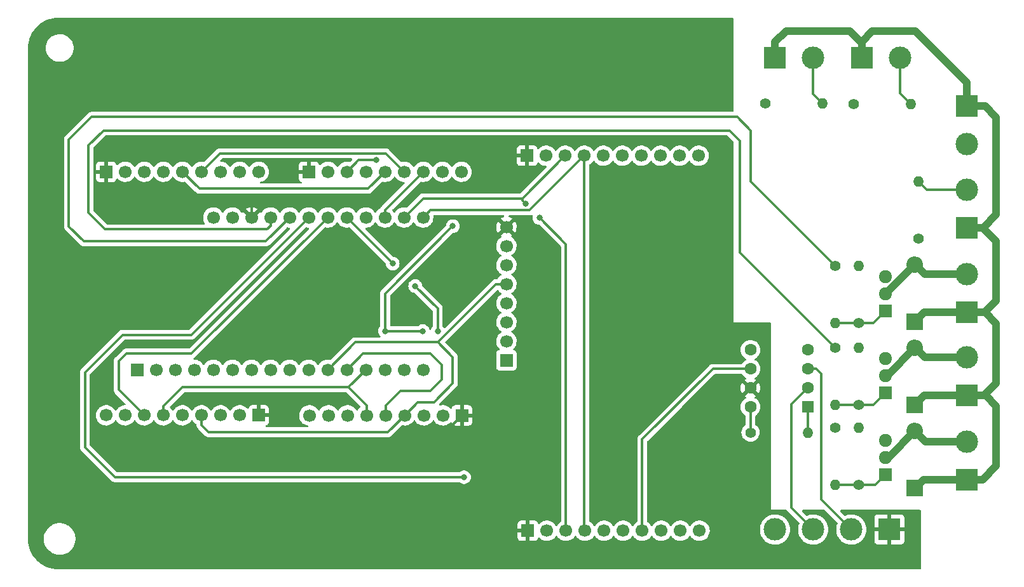
<source format=gbr>
G04 #@! TF.GenerationSoftware,KiCad,Pcbnew,(6.0.0)*
G04 #@! TF.CreationDate,2022-12-30T16:33:39+01:00*
G04 #@! TF.ProjectId,Test Stand PCB,54657374-2053-4746-916e-64205043422e,rev?*
G04 #@! TF.SameCoordinates,Original*
G04 #@! TF.FileFunction,Copper,L1,Top*
G04 #@! TF.FilePolarity,Positive*
%FSLAX46Y46*%
G04 Gerber Fmt 4.6, Leading zero omitted, Abs format (unit mm)*
G04 Created by KiCad (PCBNEW (6.0.0)) date 2022-12-30 16:33:39*
%MOMM*%
%LPD*%
G01*
G04 APERTURE LIST*
G04 #@! TA.AperFunction,ComponentPad*
%ADD10C,1.700000*%
G04 #@! TD*
G04 #@! TA.AperFunction,ComponentPad*
%ADD11R,1.700000X1.700000*%
G04 #@! TD*
G04 #@! TA.AperFunction,ComponentPad*
%ADD12O,1.400000X1.400000*%
G04 #@! TD*
G04 #@! TA.AperFunction,ComponentPad*
%ADD13C,1.400000*%
G04 #@! TD*
G04 #@! TA.AperFunction,ComponentPad*
%ADD14C,3.000000*%
G04 #@! TD*
G04 #@! TA.AperFunction,ComponentPad*
%ADD15R,3.000000X3.000000*%
G04 #@! TD*
G04 #@! TA.AperFunction,ComponentPad*
%ADD16C,1.600000*%
G04 #@! TD*
G04 #@! TA.AperFunction,ComponentPad*
%ADD17R,1.600000X1.600000*%
G04 #@! TD*
G04 #@! TA.AperFunction,ComponentPad*
%ADD18O,1.800000X1.717500*%
G04 #@! TD*
G04 #@! TA.AperFunction,ComponentPad*
%ADD19R,1.800000X1.717500*%
G04 #@! TD*
G04 #@! TA.AperFunction,ComponentPad*
%ADD20O,2.200000X2.200000*%
G04 #@! TD*
G04 #@! TA.AperFunction,ComponentPad*
%ADD21R,2.200000X2.200000*%
G04 #@! TD*
G04 #@! TA.AperFunction,ViaPad*
%ADD22C,0.800000*%
G04 #@! TD*
G04 #@! TA.AperFunction,Conductor*
%ADD23C,1.000000*%
G04 #@! TD*
G04 #@! TA.AperFunction,Conductor*
%ADD24C,0.300000*%
G04 #@! TD*
G04 APERTURE END LIST*
D10*
X131765000Y-55599000D03*
X129225000Y-55599000D03*
X126685000Y-55599000D03*
X124145000Y-55599000D03*
X121605000Y-55599000D03*
X119065000Y-55599000D03*
X116525000Y-55599000D03*
X113985000Y-55599000D03*
X111445000Y-55599000D03*
D11*
X108905000Y-55599000D03*
D12*
X160015000Y-48735000D03*
D13*
X152395000Y-48735000D03*
D12*
X148265000Y-48645000D03*
D13*
X140645000Y-48645000D03*
D14*
X158565000Y-42545000D03*
D15*
X153485000Y-42545000D03*
D14*
X147015000Y-42545000D03*
D15*
X141935000Y-42545000D03*
D10*
X106149000Y-65110000D03*
X106149000Y-67650000D03*
X106149000Y-70190000D03*
X106149000Y-72730000D03*
X106149000Y-75270000D03*
X106149000Y-77810000D03*
X106149000Y-80350000D03*
D11*
X106149000Y-82890000D03*
D16*
X138650000Y-89136000D03*
X138650000Y-86596000D03*
X138650000Y-84056000D03*
X138650000Y-81516000D03*
X146270000Y-81516000D03*
X146270000Y-84056000D03*
X146270000Y-86596000D03*
D17*
X146270000Y-89136000D03*
D10*
X79905000Y-90250000D03*
X82445000Y-90250000D03*
X84985000Y-90250000D03*
X87525000Y-90250000D03*
X90065000Y-90250000D03*
X92605000Y-90250000D03*
X95145000Y-90250000D03*
X97685000Y-90250000D03*
D11*
X100225000Y-90250000D03*
D10*
X52840000Y-90245000D03*
X55380000Y-90245000D03*
X57920000Y-90245000D03*
X60460000Y-90245000D03*
X63000000Y-90245000D03*
X65540000Y-90245000D03*
X68080000Y-90245000D03*
X70620000Y-90245000D03*
D11*
X73160000Y-90245000D03*
D10*
X73160000Y-57755000D03*
X70620000Y-57755000D03*
X68080000Y-57755000D03*
X65540000Y-57755000D03*
X63000000Y-57755000D03*
X60460000Y-57755000D03*
X57920000Y-57755000D03*
X55380000Y-57755000D03*
D11*
X52840000Y-57755000D03*
D10*
X100160000Y-57755000D03*
X97620000Y-57755000D03*
X95080000Y-57755000D03*
X92540000Y-57755000D03*
X90000000Y-57755000D03*
X87460000Y-57755000D03*
X84920000Y-57755000D03*
X82380000Y-57755000D03*
D11*
X79840000Y-57755000D03*
D10*
X67110000Y-63840000D03*
X69650000Y-63840000D03*
X72190000Y-63840000D03*
X74730000Y-63840000D03*
X77270000Y-63840000D03*
X79810000Y-63840000D03*
X82350000Y-63840000D03*
X84890000Y-63840000D03*
X87430000Y-63840000D03*
X89970000Y-63840000D03*
X92510000Y-63840000D03*
X95050000Y-63840000D03*
X95050000Y-84160000D03*
X92510000Y-84160000D03*
X89970000Y-84160000D03*
X87430000Y-84160000D03*
X84890000Y-84160000D03*
X82350000Y-84160000D03*
X79810000Y-84160000D03*
X77270000Y-84160000D03*
X74730000Y-84160000D03*
X72190000Y-84160000D03*
X69650000Y-84160000D03*
X67110000Y-84160000D03*
X64570000Y-84160000D03*
X62030000Y-84160000D03*
X59490000Y-84160000D03*
D11*
X56950000Y-84160000D03*
D10*
X131865000Y-105640000D03*
X129325000Y-105640000D03*
X126785000Y-105640000D03*
X124245000Y-105640000D03*
X121705000Y-105640000D03*
X119165000Y-105640000D03*
X116625000Y-105640000D03*
X114085000Y-105640000D03*
X111545000Y-105640000D03*
D11*
X109005000Y-105640000D03*
D12*
X153070000Y-91916000D03*
D13*
X153070000Y-99536000D03*
D12*
X149970000Y-99536000D03*
D13*
X149970000Y-91916000D03*
D12*
X153070000Y-81216000D03*
D13*
X153070000Y-88836000D03*
D12*
X149970000Y-88856000D03*
D13*
X149970000Y-81236000D03*
D18*
X156670000Y-93556000D03*
X156670000Y-95846000D03*
D19*
X156670000Y-98136000D03*
D18*
X156670000Y-82646000D03*
X156670000Y-84936000D03*
D19*
X156670000Y-87226000D03*
D14*
X167475000Y-93740000D03*
D15*
X167475000Y-98820000D03*
D14*
X167475000Y-82540000D03*
D15*
X167475000Y-87620000D03*
D20*
X160570000Y-92336000D03*
D21*
X160570000Y-99956000D03*
D20*
X160570000Y-81236000D03*
D21*
X160570000Y-88856000D03*
D12*
X153070000Y-70316000D03*
D13*
X153070000Y-77936000D03*
D12*
X149970000Y-77956000D03*
D13*
X149970000Y-70336000D03*
D12*
X146290000Y-92536000D03*
D13*
X138670000Y-92536000D03*
D12*
X161070000Y-59016000D03*
D13*
X161070000Y-66636000D03*
D20*
X160570000Y-70116000D03*
D21*
X160570000Y-77736000D03*
D18*
X156670000Y-71746000D03*
X156670000Y-74036000D03*
D19*
X156670000Y-76326000D03*
D14*
X167475000Y-71440000D03*
D15*
X167475000Y-76520000D03*
D14*
X167435000Y-54075000D03*
D15*
X167435000Y-48995000D03*
D14*
X141930000Y-105472000D03*
D15*
X157170000Y-105472000D03*
D14*
X147010000Y-105472000D03*
X152090000Y-105472000D03*
X167435000Y-60115000D03*
D15*
X167435000Y-65195000D03*
D22*
X88835000Y-56195000D03*
X110535000Y-63895000D03*
X108735000Y-61995000D03*
X79365000Y-93859000D03*
X75615000Y-61109000D03*
X91000000Y-70000000D03*
X94000000Y-73000000D03*
X97000000Y-79000000D03*
X95000000Y-79000000D03*
X90000000Y-79000000D03*
X99000000Y-65000000D03*
X100500000Y-98500000D03*
D23*
X167435000Y-45825000D02*
X167435000Y-48995000D01*
X169905000Y-48995000D02*
X167435000Y-48995000D01*
X169860000Y-76520000D02*
X167475000Y-76520000D01*
D24*
X162169000Y-60115000D02*
X161070000Y-59016000D01*
X167435000Y-60115000D02*
X162169000Y-60115000D01*
X158565000Y-47285000D02*
X160015000Y-48735000D01*
X158565000Y-42545000D02*
X158565000Y-47285000D01*
X147015000Y-47395000D02*
X148265000Y-48645000D01*
X147015000Y-42545000D02*
X147015000Y-47395000D01*
X86480000Y-56195000D02*
X88835000Y-56195000D01*
X84920000Y-57755000D02*
X86480000Y-56195000D01*
X116525000Y-55599000D02*
X109229000Y-62895000D01*
X95995000Y-62895000D02*
X95050000Y-63840000D01*
X109229000Y-62895000D02*
X95995000Y-62895000D01*
X116525000Y-105540000D02*
X116625000Y-105640000D01*
X116525000Y-55599000D02*
X116525000Y-105540000D01*
X92510000Y-63840000D02*
X95055000Y-61295000D01*
X108289000Y-61295000D02*
X113985000Y-55599000D01*
X95055000Y-61295000D02*
X108289000Y-61295000D01*
X114085000Y-105640000D02*
X114085000Y-67445000D01*
X114085000Y-67445000D02*
X110535000Y-63895000D01*
X108289000Y-61549000D02*
X108289000Y-61295000D01*
X108735000Y-61995000D02*
X108289000Y-61549000D01*
X96616000Y-93859000D02*
X79365000Y-93859000D01*
X100225000Y-90250000D02*
X96616000Y-93859000D01*
X72190000Y-63840000D02*
X72190000Y-62034000D01*
X73115000Y-61109000D02*
X75615000Y-61109000D01*
X72190000Y-62034000D02*
X73115000Y-61109000D01*
X133650000Y-84056000D02*
X138650000Y-84056000D01*
X124245000Y-93461000D02*
X133650000Y-84056000D01*
X124245000Y-105640000D02*
X124245000Y-93461000D01*
X146270000Y-86596000D02*
X144070000Y-88796000D01*
X144070000Y-102532000D02*
X147010000Y-105472000D01*
X144070000Y-88796000D02*
X144070000Y-102532000D01*
X147401370Y-84056000D02*
X148070000Y-84724630D01*
X146270000Y-84056000D02*
X147401370Y-84056000D01*
X148070000Y-101452000D02*
X152090000Y-105472000D01*
X148070000Y-84724630D02*
X148070000Y-101452000D01*
X146270000Y-92516000D02*
X146290000Y-92536000D01*
X146270000Y-89136000D02*
X146270000Y-92516000D01*
X138650000Y-92516000D02*
X138670000Y-92536000D01*
X138650000Y-89136000D02*
X138650000Y-92516000D01*
X84890000Y-63840000D02*
X91000000Y-69950000D01*
X91000000Y-69950000D02*
X91000000Y-70000000D01*
X94000000Y-73000000D02*
X97000000Y-76000000D01*
X97000000Y-76000000D02*
X97000000Y-79000000D01*
X55500000Y-82000000D02*
X64190000Y-82000000D01*
X54500000Y-83000000D02*
X55500000Y-82000000D01*
X57920000Y-90245000D02*
X54500000Y-86825000D01*
X64190000Y-82000000D02*
X82350000Y-63840000D01*
X54500000Y-86825000D02*
X54500000Y-83000000D01*
X89970000Y-62865000D02*
X89970000Y-63840000D01*
X95080000Y-57755000D02*
X89970000Y-62865000D01*
X60460000Y-90245000D02*
X60460000Y-89040000D01*
X60460000Y-89040000D02*
X63000000Y-86500000D01*
X85090000Y-86500000D02*
X87430000Y-84160000D01*
X63000000Y-86500000D02*
X85090000Y-86500000D01*
X87525000Y-88935000D02*
X85090000Y-86500000D01*
X87525000Y-90250000D02*
X87525000Y-88935000D01*
X90080000Y-55295000D02*
X89935000Y-55295000D01*
X92540000Y-57755000D02*
X90080000Y-55295000D01*
X89935000Y-55295000D02*
X90035000Y-55295000D01*
X68000000Y-55295000D02*
X65540000Y-57755000D01*
X89935000Y-55295000D02*
X68000000Y-55295000D01*
X92000000Y-87000000D02*
X96000000Y-87000000D01*
X96000000Y-87000000D02*
X97500000Y-85500000D01*
X97500000Y-85500000D02*
X97500000Y-83500000D01*
X97500000Y-83500000D02*
X96000000Y-82000000D01*
X87050000Y-82000000D02*
X84890000Y-84160000D01*
X96000000Y-82000000D02*
X87050000Y-82000000D01*
X63000000Y-57755000D02*
X65245000Y-60000000D01*
X87755000Y-60000000D02*
X90000000Y-57755000D01*
X65245000Y-60000000D02*
X87755000Y-60000000D01*
X95000000Y-79000000D02*
X90000000Y-79000000D01*
X90000000Y-79000000D02*
X90000000Y-74000000D01*
X90000000Y-74000000D02*
X99000000Y-65000000D01*
X90065000Y-88935000D02*
X92000000Y-87000000D01*
X90065000Y-90250000D02*
X90065000Y-88935000D01*
X86010000Y-80500000D02*
X82350000Y-84160000D01*
X97000000Y-80500000D02*
X86010000Y-80500000D01*
X65540000Y-90245000D02*
X65540000Y-91540000D01*
X65540000Y-91540000D02*
X66500000Y-92500000D01*
X104770000Y-72730000D02*
X97000000Y-80500000D01*
X106149000Y-72730000D02*
X104770000Y-72730000D01*
X99000000Y-82500000D02*
X97000000Y-80500000D01*
X99000000Y-86000000D02*
X99000000Y-82500000D01*
X96500000Y-88500000D02*
X99000000Y-86000000D01*
X94355000Y-88500000D02*
X96500000Y-88500000D01*
X92605000Y-90250000D02*
X94355000Y-88500000D01*
X90355000Y-92500000D02*
X92605000Y-90250000D01*
X66500000Y-92500000D02*
X90355000Y-92500000D01*
D23*
X161894000Y-71440000D02*
X160570000Y-70116000D01*
X167475000Y-71440000D02*
X161894000Y-71440000D01*
X156670000Y-74016000D02*
X160570000Y-70116000D01*
X156670000Y-74036000D02*
X156670000Y-74016000D01*
D24*
X153050000Y-77956000D02*
X153070000Y-77936000D01*
X149970000Y-77956000D02*
X153050000Y-77956000D01*
X155060000Y-77936000D02*
X156670000Y-76326000D01*
X153070000Y-77936000D02*
X155060000Y-77936000D01*
D23*
X161874000Y-82540000D02*
X160570000Y-81236000D01*
X167475000Y-82540000D02*
X161874000Y-82540000D01*
X156870000Y-84936000D02*
X160570000Y-81236000D01*
X156670000Y-84936000D02*
X156870000Y-84936000D01*
X161974000Y-93740000D02*
X160570000Y-92336000D01*
X167475000Y-93740000D02*
X161974000Y-93740000D01*
X157060000Y-95846000D02*
X160570000Y-92336000D01*
X156670000Y-95846000D02*
X157060000Y-95846000D01*
D24*
X155060000Y-88836000D02*
X156670000Y-87226000D01*
X153070000Y-88836000D02*
X155060000Y-88836000D01*
X153050000Y-88856000D02*
X153070000Y-88836000D01*
X149970000Y-88856000D02*
X153050000Y-88856000D01*
X155270000Y-99536000D02*
X156670000Y-98136000D01*
X153070000Y-99536000D02*
X155270000Y-99536000D01*
X149970000Y-99536000D02*
X153070000Y-99536000D01*
X138670000Y-59036000D02*
X149970000Y-70336000D01*
X50870000Y-50436000D02*
X136870000Y-50436000D01*
X138670000Y-52236000D02*
X138670000Y-59036000D01*
X47870000Y-53436000D02*
X50870000Y-50436000D01*
X136870000Y-50436000D02*
X138670000Y-52236000D01*
X47870000Y-65036000D02*
X47870000Y-53436000D01*
X49870000Y-67036000D02*
X47870000Y-65036000D01*
X74074000Y-67036000D02*
X49870000Y-67036000D01*
X77270000Y-63840000D02*
X74074000Y-67036000D01*
X137270000Y-68536000D02*
X149970000Y-81236000D01*
X137270000Y-53636000D02*
X137270000Y-68536000D01*
X135870000Y-52236000D02*
X137270000Y-53636000D01*
X52470000Y-52236000D02*
X135870000Y-52236000D01*
X50470000Y-54236000D02*
X52470000Y-52236000D01*
X50470000Y-63236000D02*
X50470000Y-54236000D01*
X74730000Y-63840000D02*
X74730000Y-64976000D01*
X74730000Y-64976000D02*
X74270000Y-65436000D01*
X52670000Y-65436000D02*
X50470000Y-63236000D01*
X74270000Y-65436000D02*
X52670000Y-65436000D01*
X54000000Y-98500000D02*
X50000000Y-94500000D01*
X50000000Y-94500000D02*
X50000000Y-84500000D01*
X50000000Y-84500000D02*
X55000000Y-79500000D01*
X64150000Y-79500000D02*
X79810000Y-63840000D01*
X55000000Y-79500000D02*
X64150000Y-79500000D01*
X100500000Y-98500000D02*
X54000000Y-98500000D01*
D23*
X141935000Y-42545000D02*
X141935000Y-40445000D01*
X141935000Y-40445000D02*
X143395000Y-38985000D01*
X153485000Y-42545000D02*
X153485000Y-40575000D01*
X151895000Y-38985000D02*
X143395000Y-38985000D01*
X153485000Y-40575000D02*
X151895000Y-38985000D01*
X153485000Y-40395000D02*
X154895000Y-38985000D01*
X153485000Y-42545000D02*
X153485000Y-40395000D01*
X167435000Y-65195000D02*
X169685000Y-65195000D01*
X169685000Y-65195000D02*
X171395000Y-63485000D01*
X171395000Y-50485000D02*
X171395000Y-63485000D01*
X169905000Y-48995000D02*
X171395000Y-50485000D01*
X169860000Y-76520000D02*
X171395000Y-74985000D01*
X167435000Y-65195000D02*
X169605000Y-65195000D01*
X171395000Y-66985000D02*
X171395000Y-74985000D01*
X169605000Y-65195000D02*
X171395000Y-66985000D01*
X169930000Y-76520000D02*
X171395000Y-77985000D01*
X167475000Y-87620000D02*
X169760000Y-87620000D01*
X171395000Y-85985000D02*
X171395000Y-77985000D01*
X169760000Y-87620000D02*
X171395000Y-85985000D01*
X167475000Y-98820000D02*
X169560000Y-98820000D01*
X169560000Y-98820000D02*
X171395000Y-96985000D01*
X167475000Y-87620000D02*
X170030000Y-87620000D01*
X171395000Y-88985000D02*
X171395000Y-96985000D01*
X170030000Y-87620000D02*
X171395000Y-88985000D01*
X161706000Y-98820000D02*
X160570000Y-99956000D01*
X167475000Y-98820000D02*
X161706000Y-98820000D01*
X161806000Y-87620000D02*
X160570000Y-88856000D01*
X167475000Y-87620000D02*
X161806000Y-87620000D01*
X161786000Y-76520000D02*
X160570000Y-77736000D01*
X167475000Y-76520000D02*
X161786000Y-76520000D01*
X154895000Y-38985000D02*
X160595000Y-38985000D01*
X160595000Y-38985000D02*
X167435000Y-45825000D01*
G04 #@! TA.AperFunction,Conductor*
G36*
X136307121Y-37223002D02*
G01*
X136353614Y-37276658D01*
X136365000Y-37329000D01*
X136365000Y-49651500D01*
X136344998Y-49719621D01*
X136291342Y-49766114D01*
X136239000Y-49777500D01*
X50952059Y-49777500D01*
X50940203Y-49776941D01*
X50932463Y-49775211D01*
X50924537Y-49775460D01*
X50924536Y-49775460D01*
X50861611Y-49777438D01*
X50857653Y-49777500D01*
X50828568Y-49777500D01*
X50824637Y-49777997D01*
X50824630Y-49777997D01*
X50824179Y-49778054D01*
X50812343Y-49778986D01*
X50766169Y-49780438D01*
X50745579Y-49786420D01*
X50726218Y-49790430D01*
X50719230Y-49791312D01*
X50712796Y-49792125D01*
X50712795Y-49792125D01*
X50704936Y-49793118D01*
X50697571Y-49796034D01*
X50697567Y-49796035D01*
X50661979Y-49810126D01*
X50650769Y-49813965D01*
X50606400Y-49826855D01*
X50587935Y-49837775D01*
X50570195Y-49846466D01*
X50550244Y-49854365D01*
X50536025Y-49864696D01*
X50512874Y-49881516D01*
X50502952Y-49888033D01*
X50470023Y-49907507D01*
X50470019Y-49907510D01*
X50463193Y-49911547D01*
X50448029Y-49926711D01*
X50432996Y-49939551D01*
X50415643Y-49952159D01*
X50386198Y-49987752D01*
X50378208Y-49996532D01*
X47462395Y-52912345D01*
X47453615Y-52920335D01*
X47453613Y-52920337D01*
X47446920Y-52924584D01*
X47441494Y-52930362D01*
X47441493Y-52930363D01*
X47398396Y-52976257D01*
X47395641Y-52979099D01*
X47375073Y-52999667D01*
X47372356Y-53003170D01*
X47364648Y-53012195D01*
X47333028Y-53045867D01*
X47329207Y-53052818D01*
X47329206Y-53052819D01*
X47322697Y-53064658D01*
X47311843Y-53081182D01*
X47304018Y-53091271D01*
X47298696Y-53098132D01*
X47295549Y-53105404D01*
X47295548Y-53105406D01*
X47280346Y-53140535D01*
X47275124Y-53151195D01*
X47258385Y-53181643D01*
X47252876Y-53191663D01*
X47247541Y-53212441D01*
X47241142Y-53231131D01*
X47232620Y-53250824D01*
X47231380Y-53258655D01*
X47225394Y-53296448D01*
X47222987Y-53308071D01*
X47211500Y-53352812D01*
X47211500Y-53374259D01*
X47209949Y-53393969D01*
X47206594Y-53415152D01*
X47207340Y-53423043D01*
X47210941Y-53461138D01*
X47211500Y-53472996D01*
X47211500Y-64953944D01*
X47210941Y-64965800D01*
X47209212Y-64973537D01*
X47209461Y-64981459D01*
X47211438Y-65044369D01*
X47211500Y-65048327D01*
X47211500Y-65077432D01*
X47212056Y-65081832D01*
X47212988Y-65093664D01*
X47214438Y-65139831D01*
X47216650Y-65147444D01*
X47216650Y-65147445D01*
X47220419Y-65160416D01*
X47224430Y-65179782D01*
X47227118Y-65201064D01*
X47230034Y-65208429D01*
X47230035Y-65208433D01*
X47244126Y-65244021D01*
X47247965Y-65255231D01*
X47260855Y-65299600D01*
X47271775Y-65318065D01*
X47280466Y-65335805D01*
X47288365Y-65355756D01*
X47315304Y-65392834D01*
X47315516Y-65393126D01*
X47322033Y-65403048D01*
X47341507Y-65435977D01*
X47341510Y-65435981D01*
X47345547Y-65442807D01*
X47360711Y-65457971D01*
X47373551Y-65473004D01*
X47386159Y-65490357D01*
X47412860Y-65512446D01*
X47421752Y-65519802D01*
X47430532Y-65527792D01*
X49346345Y-67443605D01*
X49354335Y-67452385D01*
X49358584Y-67459080D01*
X49364362Y-67464506D01*
X49364363Y-67464507D01*
X49410257Y-67507604D01*
X49413099Y-67510359D01*
X49433667Y-67530927D01*
X49437170Y-67533644D01*
X49446195Y-67541352D01*
X49479867Y-67572972D01*
X49486818Y-67576793D01*
X49486819Y-67576794D01*
X49498658Y-67583303D01*
X49515182Y-67594157D01*
X49525865Y-67602443D01*
X49532132Y-67607304D01*
X49553833Y-67616695D01*
X49574536Y-67625654D01*
X49585181Y-67630869D01*
X49625663Y-67653124D01*
X49633337Y-67655094D01*
X49633344Y-67655097D01*
X49646426Y-67658455D01*
X49665134Y-67664860D01*
X49684823Y-67673380D01*
X49692649Y-67674619D01*
X49692651Y-67674620D01*
X49717159Y-67678501D01*
X49730459Y-67680608D01*
X49742070Y-67683012D01*
X49773107Y-67690981D01*
X49779135Y-67692529D01*
X49779136Y-67692529D01*
X49786812Y-67694500D01*
X49808258Y-67694500D01*
X49827968Y-67696051D01*
X49841322Y-67698166D01*
X49841323Y-67698166D01*
X49849152Y-67699406D01*
X49895141Y-67695059D01*
X49906996Y-67694500D01*
X73991944Y-67694500D01*
X74003800Y-67695059D01*
X74003803Y-67695059D01*
X74011537Y-67696788D01*
X74082369Y-67694562D01*
X74086327Y-67694500D01*
X74115432Y-67694500D01*
X74119832Y-67693944D01*
X74131664Y-67693012D01*
X74177831Y-67691562D01*
X74198421Y-67685580D01*
X74217782Y-67681570D01*
X74225408Y-67680607D01*
X74231204Y-67679875D01*
X74231205Y-67679875D01*
X74239064Y-67678882D01*
X74246429Y-67675966D01*
X74246433Y-67675965D01*
X74282021Y-67661874D01*
X74293231Y-67658035D01*
X74337600Y-67645145D01*
X74356065Y-67634225D01*
X74373805Y-67625534D01*
X74393756Y-67617635D01*
X74431129Y-67590482D01*
X74441048Y-67583967D01*
X74473977Y-67564493D01*
X74473981Y-67564490D01*
X74480807Y-67560453D01*
X74495971Y-67545289D01*
X74511005Y-67532448D01*
X74528357Y-67519841D01*
X74557803Y-67484247D01*
X74565792Y-67475468D01*
X76843928Y-65197332D01*
X76906240Y-65163306D01*
X76958140Y-65162956D01*
X77108597Y-65193567D01*
X77113771Y-65193757D01*
X77113773Y-65193757D01*
X77221545Y-65197709D01*
X77288887Y-65220194D01*
X77333382Y-65275517D01*
X77340904Y-65346114D01*
X77306022Y-65412719D01*
X70604530Y-72114210D01*
X63914145Y-78804595D01*
X63851833Y-78838621D01*
X63825050Y-78841500D01*
X55082059Y-78841500D01*
X55070203Y-78840941D01*
X55062463Y-78839211D01*
X55054537Y-78839460D01*
X55054536Y-78839460D01*
X54991611Y-78841438D01*
X54987653Y-78841500D01*
X54958568Y-78841500D01*
X54954637Y-78841997D01*
X54954630Y-78841997D01*
X54954179Y-78842054D01*
X54942343Y-78842986D01*
X54896169Y-78844438D01*
X54875579Y-78850420D01*
X54856218Y-78854430D01*
X54849230Y-78855312D01*
X54842796Y-78856125D01*
X54842795Y-78856125D01*
X54834936Y-78857118D01*
X54827571Y-78860034D01*
X54827567Y-78860035D01*
X54791979Y-78874126D01*
X54780769Y-78877965D01*
X54736400Y-78890855D01*
X54717935Y-78901775D01*
X54700195Y-78910466D01*
X54680244Y-78918365D01*
X54642874Y-78945516D01*
X54632952Y-78952033D01*
X54600023Y-78971507D01*
X54600019Y-78971510D01*
X54593193Y-78975547D01*
X54578029Y-78990711D01*
X54562996Y-79003551D01*
X54545643Y-79016159D01*
X54526468Y-79039338D01*
X54516198Y-79051752D01*
X54508208Y-79060532D01*
X49592395Y-83976345D01*
X49583615Y-83984335D01*
X49583613Y-83984337D01*
X49576920Y-83988584D01*
X49571494Y-83994362D01*
X49571493Y-83994363D01*
X49528396Y-84040257D01*
X49525641Y-84043099D01*
X49505073Y-84063667D01*
X49502356Y-84067170D01*
X49494648Y-84076195D01*
X49463028Y-84109867D01*
X49459207Y-84116818D01*
X49459206Y-84116819D01*
X49452697Y-84128658D01*
X49441843Y-84145182D01*
X49434018Y-84155271D01*
X49428696Y-84162132D01*
X49425549Y-84169404D01*
X49425548Y-84169406D01*
X49410346Y-84204535D01*
X49405124Y-84215195D01*
X49390528Y-84241745D01*
X49382876Y-84255663D01*
X49377541Y-84276441D01*
X49371142Y-84295131D01*
X49362620Y-84314824D01*
X49361380Y-84322655D01*
X49355394Y-84360448D01*
X49352987Y-84372071D01*
X49341500Y-84416812D01*
X49341500Y-84438259D01*
X49339949Y-84457969D01*
X49336594Y-84479152D01*
X49337340Y-84487043D01*
X49340941Y-84525138D01*
X49341500Y-84536996D01*
X49341500Y-94417944D01*
X49340941Y-94429800D01*
X49339212Y-94437537D01*
X49339461Y-94445459D01*
X49341438Y-94508369D01*
X49341500Y-94512327D01*
X49341500Y-94541432D01*
X49342056Y-94545832D01*
X49342988Y-94557664D01*
X49344438Y-94603831D01*
X49346650Y-94611444D01*
X49346650Y-94611445D01*
X49350419Y-94624416D01*
X49354430Y-94643782D01*
X49357118Y-94665064D01*
X49360034Y-94672429D01*
X49360035Y-94672433D01*
X49374126Y-94708021D01*
X49377965Y-94719231D01*
X49390855Y-94763600D01*
X49401775Y-94782065D01*
X49410466Y-94799805D01*
X49418365Y-94819756D01*
X49445516Y-94857126D01*
X49452033Y-94867048D01*
X49471507Y-94899977D01*
X49471510Y-94899981D01*
X49475547Y-94906807D01*
X49490711Y-94921971D01*
X49503551Y-94937004D01*
X49516159Y-94954357D01*
X49551752Y-94983802D01*
X49560532Y-94991792D01*
X53476341Y-98907600D01*
X53484331Y-98916381D01*
X53484339Y-98916390D01*
X53488584Y-98923080D01*
X53494359Y-98928503D01*
X53540274Y-98971620D01*
X53543116Y-98974375D01*
X53563667Y-98994926D01*
X53566801Y-98997357D01*
X53567163Y-98997638D01*
X53576191Y-99005348D01*
X53609867Y-99036972D01*
X53616818Y-99040793D01*
X53616819Y-99040794D01*
X53628655Y-99047301D01*
X53645183Y-99058157D01*
X53662131Y-99071304D01*
X53704545Y-99089659D01*
X53715183Y-99094871D01*
X53755663Y-99117124D01*
X53763340Y-99119095D01*
X53763345Y-99119097D01*
X53776426Y-99122455D01*
X53795134Y-99128860D01*
X53814823Y-99137380D01*
X53822649Y-99138619D01*
X53822651Y-99138620D01*
X53847159Y-99142501D01*
X53860459Y-99144608D01*
X53872070Y-99147012D01*
X53903107Y-99154981D01*
X53909135Y-99156529D01*
X53909136Y-99156529D01*
X53916812Y-99158500D01*
X53938258Y-99158500D01*
X53957968Y-99160051D01*
X53979151Y-99163406D01*
X54025140Y-99159059D01*
X54036995Y-99158500D01*
X99819776Y-99158500D01*
X99887897Y-99178502D01*
X99893834Y-99182562D01*
X100043248Y-99291118D01*
X100049276Y-99293802D01*
X100049278Y-99293803D01*
X100211681Y-99366109D01*
X100217712Y-99368794D01*
X100301835Y-99386675D01*
X100398056Y-99407128D01*
X100398061Y-99407128D01*
X100404513Y-99408500D01*
X100595487Y-99408500D01*
X100601939Y-99407128D01*
X100601944Y-99407128D01*
X100698165Y-99386675D01*
X100782288Y-99368794D01*
X100788319Y-99366109D01*
X100950722Y-99293803D01*
X100950724Y-99293802D01*
X100956752Y-99291118D01*
X101111253Y-99178866D01*
X101139932Y-99147015D01*
X101234621Y-99041852D01*
X101234622Y-99041851D01*
X101239040Y-99036944D01*
X101334527Y-98871556D01*
X101393542Y-98689928D01*
X101413504Y-98500000D01*
X101393542Y-98310072D01*
X101334527Y-98128444D01*
X101239040Y-97963056D01*
X101111253Y-97821134D01*
X100956752Y-97708882D01*
X100950724Y-97706198D01*
X100950722Y-97706197D01*
X100788319Y-97633891D01*
X100788318Y-97633891D01*
X100782288Y-97631206D01*
X100688887Y-97611353D01*
X100601944Y-97592872D01*
X100601939Y-97592872D01*
X100595487Y-97591500D01*
X100404513Y-97591500D01*
X100398061Y-97592872D01*
X100398056Y-97592872D01*
X100311112Y-97611353D01*
X100217712Y-97631206D01*
X100211682Y-97633891D01*
X100211681Y-97633891D01*
X100049278Y-97706197D01*
X100049276Y-97706198D01*
X100043248Y-97708882D01*
X99894092Y-97817251D01*
X99893837Y-97817436D01*
X99826969Y-97841294D01*
X99819776Y-97841500D01*
X54324949Y-97841500D01*
X54256828Y-97821498D01*
X54235854Y-97804595D01*
X50695405Y-94264145D01*
X50661379Y-94201833D01*
X50658500Y-94175050D01*
X50658500Y-84824950D01*
X50678502Y-84756829D01*
X50695405Y-84735855D01*
X55235855Y-80195405D01*
X55298167Y-80161379D01*
X55324950Y-80158500D01*
X64067944Y-80158500D01*
X64079800Y-80159059D01*
X64079803Y-80159059D01*
X64087537Y-80160788D01*
X64158369Y-80158562D01*
X64162327Y-80158500D01*
X64191432Y-80158500D01*
X64195832Y-80157944D01*
X64207664Y-80157012D01*
X64253831Y-80155562D01*
X64274421Y-80149580D01*
X64293782Y-80145570D01*
X64300770Y-80144688D01*
X64307204Y-80143875D01*
X64307205Y-80143875D01*
X64315064Y-80142882D01*
X64322429Y-80139966D01*
X64322433Y-80139965D01*
X64358021Y-80125874D01*
X64369231Y-80122035D01*
X64413600Y-80109145D01*
X64432065Y-80098225D01*
X64449805Y-80089534D01*
X64469756Y-80081635D01*
X64507129Y-80054482D01*
X64517048Y-80047967D01*
X64549977Y-80028493D01*
X64549981Y-80028490D01*
X64556807Y-80024453D01*
X64571971Y-80009289D01*
X64587005Y-79996448D01*
X64597943Y-79988501D01*
X64604357Y-79983841D01*
X64633803Y-79948247D01*
X64641792Y-79939468D01*
X71958539Y-72622721D01*
X79383927Y-65197332D01*
X79446239Y-65163306D01*
X79498140Y-65162956D01*
X79648597Y-65193567D01*
X79653773Y-65193757D01*
X79653775Y-65193757D01*
X79761545Y-65197709D01*
X79828887Y-65220194D01*
X79873382Y-65275517D01*
X79880904Y-65346114D01*
X79846022Y-65412719D01*
X71893469Y-73365271D01*
X63954145Y-81304595D01*
X63891833Y-81338621D01*
X63865050Y-81341500D01*
X55582060Y-81341500D01*
X55570203Y-81340941D01*
X55562463Y-81339211D01*
X55554538Y-81339460D01*
X55554537Y-81339460D01*
X55491599Y-81341438D01*
X55487641Y-81341500D01*
X55458568Y-81341500D01*
X55454634Y-81341997D01*
X55454632Y-81341997D01*
X55454189Y-81342053D01*
X55442354Y-81342985D01*
X55409564Y-81344016D01*
X55404089Y-81344188D01*
X55404088Y-81344188D01*
X55396169Y-81344437D01*
X55376444Y-81350168D01*
X55375571Y-81350421D01*
X55356218Y-81354429D01*
X55352743Y-81354868D01*
X55334936Y-81357118D01*
X55327568Y-81360035D01*
X55327565Y-81360036D01*
X55291982Y-81374125D01*
X55280747Y-81377971D01*
X55244016Y-81388642D01*
X55244013Y-81388643D01*
X55236400Y-81390855D01*
X55217935Y-81401775D01*
X55200195Y-81410466D01*
X55180244Y-81418365D01*
X55142874Y-81445516D01*
X55132952Y-81452033D01*
X55100023Y-81471507D01*
X55100019Y-81471510D01*
X55093193Y-81475547D01*
X55078029Y-81490711D01*
X55062996Y-81503551D01*
X55045643Y-81516159D01*
X55035521Y-81528395D01*
X55016198Y-81551752D01*
X55008208Y-81560532D01*
X54092395Y-82476345D01*
X54083615Y-82484335D01*
X54083613Y-82484337D01*
X54076920Y-82488584D01*
X54071494Y-82494362D01*
X54071493Y-82494363D01*
X54028396Y-82540257D01*
X54025641Y-82543099D01*
X54005073Y-82563667D01*
X54002356Y-82567170D01*
X53994648Y-82576195D01*
X53963028Y-82609867D01*
X53959207Y-82616818D01*
X53959206Y-82616819D01*
X53952697Y-82628658D01*
X53941843Y-82645182D01*
X53935374Y-82653523D01*
X53928696Y-82662132D01*
X53925549Y-82669404D01*
X53925548Y-82669406D01*
X53910346Y-82704535D01*
X53905124Y-82715195D01*
X53889416Y-82743768D01*
X53882876Y-82755663D01*
X53877541Y-82776441D01*
X53871142Y-82795131D01*
X53862620Y-82814824D01*
X53859296Y-82835813D01*
X53855394Y-82860448D01*
X53852987Y-82872071D01*
X53849584Y-82885326D01*
X53841500Y-82916812D01*
X53841500Y-82938259D01*
X53839949Y-82957969D01*
X53836594Y-82979152D01*
X53837340Y-82987043D01*
X53840941Y-83025138D01*
X53841500Y-83036996D01*
X53841500Y-86742944D01*
X53840941Y-86754800D01*
X53839212Y-86762537D01*
X53841438Y-86833369D01*
X53841500Y-86837327D01*
X53841500Y-86866432D01*
X53842056Y-86870832D01*
X53842988Y-86882664D01*
X53844438Y-86928831D01*
X53846650Y-86936444D01*
X53846650Y-86936445D01*
X53850419Y-86949416D01*
X53854430Y-86968782D01*
X53857118Y-86990064D01*
X53860034Y-86997429D01*
X53860035Y-86997433D01*
X53874126Y-87033021D01*
X53877965Y-87044231D01*
X53890855Y-87088600D01*
X53901775Y-87107065D01*
X53910466Y-87124805D01*
X53918365Y-87144756D01*
X53928351Y-87158500D01*
X53945516Y-87182126D01*
X53952033Y-87192048D01*
X53971507Y-87224977D01*
X53971510Y-87224981D01*
X53975547Y-87231807D01*
X53990711Y-87246971D01*
X54003551Y-87262004D01*
X54016159Y-87279357D01*
X54051038Y-87308211D01*
X54051752Y-87308802D01*
X54060532Y-87316792D01*
X54819965Y-88076224D01*
X55414293Y-88670552D01*
X55448318Y-88732864D01*
X55443254Y-88803679D01*
X55400707Y-88860515D01*
X55334187Y-88885326D01*
X55323660Y-88885638D01*
X55290081Y-88885228D01*
X55290079Y-88885228D01*
X55284911Y-88885165D01*
X55064091Y-88918955D01*
X54851756Y-88988357D01*
X54825020Y-89002275D01*
X54663270Y-89086477D01*
X54653607Y-89091507D01*
X54649476Y-89094609D01*
X54649471Y-89094612D01*
X54506067Y-89202283D01*
X54474965Y-89225635D01*
X54448766Y-89253051D01*
X54351025Y-89355331D01*
X54320629Y-89387138D01*
X54213201Y-89544621D01*
X54158293Y-89589621D01*
X54087768Y-89597792D01*
X54024021Y-89566538D01*
X54003324Y-89542054D01*
X53922822Y-89417617D01*
X53922820Y-89417614D01*
X53920014Y-89413277D01*
X53769670Y-89248051D01*
X53765619Y-89244852D01*
X53765615Y-89244848D01*
X53598414Y-89112800D01*
X53598410Y-89112798D01*
X53594359Y-89109598D01*
X53576279Y-89099617D01*
X53520381Y-89068760D01*
X53398789Y-89001638D01*
X53393920Y-88999914D01*
X53393916Y-88999912D01*
X53193087Y-88928795D01*
X53193083Y-88928794D01*
X53188212Y-88927069D01*
X53183119Y-88926162D01*
X53183116Y-88926161D01*
X52973373Y-88888800D01*
X52973367Y-88888799D01*
X52968284Y-88887894D01*
X52894452Y-88886992D01*
X52750081Y-88885228D01*
X52750079Y-88885228D01*
X52744911Y-88885165D01*
X52524091Y-88918955D01*
X52311756Y-88988357D01*
X52285020Y-89002275D01*
X52123270Y-89086477D01*
X52113607Y-89091507D01*
X52109476Y-89094609D01*
X52109471Y-89094612D01*
X51966067Y-89202283D01*
X51934965Y-89225635D01*
X51908766Y-89253051D01*
X51811025Y-89355331D01*
X51780629Y-89387138D01*
X51654743Y-89571680D01*
X51624991Y-89635776D01*
X51564868Y-89765301D01*
X51560688Y-89774305D01*
X51500989Y-89989570D01*
X51477251Y-90211695D01*
X51477548Y-90216848D01*
X51477548Y-90216851D01*
X51482300Y-90299261D01*
X51490110Y-90434715D01*
X51491247Y-90439761D01*
X51491248Y-90439767D01*
X51505724Y-90504000D01*
X51539222Y-90652639D01*
X51623266Y-90859616D01*
X51674942Y-90943944D01*
X51737291Y-91045688D01*
X51739987Y-91050088D01*
X51886250Y-91218938D01*
X52058126Y-91361632D01*
X52251000Y-91474338D01*
X52255825Y-91476180D01*
X52255826Y-91476181D01*
X52268920Y-91481181D01*
X52459692Y-91554030D01*
X52464760Y-91555061D01*
X52464763Y-91555062D01*
X52554436Y-91573306D01*
X52678597Y-91598567D01*
X52683772Y-91598757D01*
X52683774Y-91598757D01*
X52896673Y-91606564D01*
X52896677Y-91606564D01*
X52901837Y-91606753D01*
X52906957Y-91606097D01*
X52906959Y-91606097D01*
X53118288Y-91579025D01*
X53118289Y-91579025D01*
X53123416Y-91578368D01*
X53139952Y-91573407D01*
X53332429Y-91515661D01*
X53332434Y-91515659D01*
X53337384Y-91514174D01*
X53537994Y-91415896D01*
X53719860Y-91286173D01*
X53878096Y-91128489D01*
X53937594Y-91045689D01*
X54008453Y-90947077D01*
X54009776Y-90948028D01*
X54056645Y-90904857D01*
X54126580Y-90892625D01*
X54192026Y-90920144D01*
X54219875Y-90951994D01*
X54279987Y-91050088D01*
X54426250Y-91218938D01*
X54598126Y-91361632D01*
X54791000Y-91474338D01*
X54795825Y-91476180D01*
X54795826Y-91476181D01*
X54808920Y-91481181D01*
X54999692Y-91554030D01*
X55004760Y-91555061D01*
X55004763Y-91555062D01*
X55094436Y-91573306D01*
X55218597Y-91598567D01*
X55223772Y-91598757D01*
X55223774Y-91598757D01*
X55436673Y-91606564D01*
X55436677Y-91606564D01*
X55441837Y-91606753D01*
X55446957Y-91606097D01*
X55446959Y-91606097D01*
X55658288Y-91579025D01*
X55658289Y-91579025D01*
X55663416Y-91578368D01*
X55679952Y-91573407D01*
X55872429Y-91515661D01*
X55872434Y-91515659D01*
X55877384Y-91514174D01*
X56077994Y-91415896D01*
X56259860Y-91286173D01*
X56418096Y-91128489D01*
X56477594Y-91045689D01*
X56548453Y-90947077D01*
X56549776Y-90948028D01*
X56596645Y-90904857D01*
X56666580Y-90892625D01*
X56732026Y-90920144D01*
X56759875Y-90951994D01*
X56819987Y-91050088D01*
X56966250Y-91218938D01*
X57138126Y-91361632D01*
X57331000Y-91474338D01*
X57335825Y-91476180D01*
X57335826Y-91476181D01*
X57348920Y-91481181D01*
X57539692Y-91554030D01*
X57544760Y-91555061D01*
X57544763Y-91555062D01*
X57634436Y-91573306D01*
X57758597Y-91598567D01*
X57763772Y-91598757D01*
X57763774Y-91598757D01*
X57976673Y-91606564D01*
X57976677Y-91606564D01*
X57981837Y-91606753D01*
X57986957Y-91606097D01*
X57986959Y-91606097D01*
X58198288Y-91579025D01*
X58198289Y-91579025D01*
X58203416Y-91578368D01*
X58219952Y-91573407D01*
X58412429Y-91515661D01*
X58412434Y-91515659D01*
X58417384Y-91514174D01*
X58617994Y-91415896D01*
X58799860Y-91286173D01*
X58958096Y-91128489D01*
X59017594Y-91045689D01*
X59088453Y-90947077D01*
X59089776Y-90948028D01*
X59136645Y-90904857D01*
X59206580Y-90892625D01*
X59272026Y-90920144D01*
X59299875Y-90951994D01*
X59359987Y-91050088D01*
X59506250Y-91218938D01*
X59678126Y-91361632D01*
X59871000Y-91474338D01*
X59875825Y-91476180D01*
X59875826Y-91476181D01*
X59888920Y-91481181D01*
X60079692Y-91554030D01*
X60084760Y-91555061D01*
X60084763Y-91555062D01*
X60174436Y-91573306D01*
X60298597Y-91598567D01*
X60303772Y-91598757D01*
X60303774Y-91598757D01*
X60516673Y-91606564D01*
X60516677Y-91606564D01*
X60521837Y-91606753D01*
X60526957Y-91606097D01*
X60526959Y-91606097D01*
X60738288Y-91579025D01*
X60738289Y-91579025D01*
X60743416Y-91578368D01*
X60759952Y-91573407D01*
X60952429Y-91515661D01*
X60952434Y-91515659D01*
X60957384Y-91514174D01*
X61157994Y-91415896D01*
X61339860Y-91286173D01*
X61498096Y-91128489D01*
X61557594Y-91045689D01*
X61628453Y-90947077D01*
X61629776Y-90948028D01*
X61676645Y-90904857D01*
X61746580Y-90892625D01*
X61812026Y-90920144D01*
X61839875Y-90951994D01*
X61899987Y-91050088D01*
X62046250Y-91218938D01*
X62218126Y-91361632D01*
X62411000Y-91474338D01*
X62415825Y-91476180D01*
X62415826Y-91476181D01*
X62428920Y-91481181D01*
X62619692Y-91554030D01*
X62624760Y-91555061D01*
X62624763Y-91555062D01*
X62714436Y-91573306D01*
X62838597Y-91598567D01*
X62843772Y-91598757D01*
X62843774Y-91598757D01*
X63056673Y-91606564D01*
X63056677Y-91606564D01*
X63061837Y-91606753D01*
X63066957Y-91606097D01*
X63066959Y-91606097D01*
X63278288Y-91579025D01*
X63278289Y-91579025D01*
X63283416Y-91578368D01*
X63299952Y-91573407D01*
X63492429Y-91515661D01*
X63492434Y-91515659D01*
X63497384Y-91514174D01*
X63697994Y-91415896D01*
X63879860Y-91286173D01*
X64038096Y-91128489D01*
X64097594Y-91045689D01*
X64168453Y-90947077D01*
X64169776Y-90948028D01*
X64216645Y-90904857D01*
X64286580Y-90892625D01*
X64352026Y-90920144D01*
X64379875Y-90951994D01*
X64439987Y-91050088D01*
X64586250Y-91218938D01*
X64758126Y-91361632D01*
X64762583Y-91364236D01*
X64762588Y-91364240D01*
X64817588Y-91396379D01*
X64866312Y-91448017D01*
X64879956Y-91501209D01*
X64881438Y-91548369D01*
X64881500Y-91552327D01*
X64881500Y-91581432D01*
X64882056Y-91585832D01*
X64882988Y-91597664D01*
X64884438Y-91643831D01*
X64886650Y-91651444D01*
X64886650Y-91651445D01*
X64890419Y-91664416D01*
X64894430Y-91683782D01*
X64897118Y-91705064D01*
X64900034Y-91712429D01*
X64900035Y-91712433D01*
X64914126Y-91748021D01*
X64917965Y-91759231D01*
X64930855Y-91803600D01*
X64941775Y-91822065D01*
X64950466Y-91839805D01*
X64958365Y-91859756D01*
X64985516Y-91897126D01*
X64992033Y-91907048D01*
X65011507Y-91939977D01*
X65011510Y-91939981D01*
X65015547Y-91946807D01*
X65030711Y-91961971D01*
X65043551Y-91977004D01*
X65056159Y-91994357D01*
X65091752Y-92023802D01*
X65100532Y-92031792D01*
X65976345Y-92907605D01*
X65984335Y-92916385D01*
X65988584Y-92923080D01*
X65994362Y-92928506D01*
X65994363Y-92928507D01*
X66040257Y-92971604D01*
X66043099Y-92974359D01*
X66063667Y-92994927D01*
X66067170Y-92997644D01*
X66076195Y-93005352D01*
X66109867Y-93036972D01*
X66116818Y-93040793D01*
X66116819Y-93040794D01*
X66128658Y-93047303D01*
X66145182Y-93058157D01*
X66154117Y-93065087D01*
X66162132Y-93071304D01*
X66169404Y-93074451D01*
X66169406Y-93074452D01*
X66204535Y-93089654D01*
X66215195Y-93094876D01*
X66245168Y-93111354D01*
X66255663Y-93117124D01*
X66276441Y-93122459D01*
X66295131Y-93128858D01*
X66314824Y-93137380D01*
X66349563Y-93142882D01*
X66360448Y-93144606D01*
X66372071Y-93147013D01*
X66396754Y-93153350D01*
X66416812Y-93158500D01*
X66438259Y-93158500D01*
X66457969Y-93160051D01*
X66479152Y-93163406D01*
X66525141Y-93159059D01*
X66536996Y-93158500D01*
X90272944Y-93158500D01*
X90284800Y-93159059D01*
X90284803Y-93159059D01*
X90292537Y-93160788D01*
X90363369Y-93158562D01*
X90367327Y-93158500D01*
X90396432Y-93158500D01*
X90400832Y-93157944D01*
X90412664Y-93157012D01*
X90458831Y-93155562D01*
X90479421Y-93149580D01*
X90498782Y-93145570D01*
X90506416Y-93144606D01*
X90512204Y-93143875D01*
X90512205Y-93143875D01*
X90520064Y-93142882D01*
X90527429Y-93139966D01*
X90527433Y-93139965D01*
X90563021Y-93125874D01*
X90574231Y-93122035D01*
X90618600Y-93109145D01*
X90637065Y-93098225D01*
X90654805Y-93089534D01*
X90674756Y-93081635D01*
X90712129Y-93054482D01*
X90722048Y-93047967D01*
X90754977Y-93028493D01*
X90754981Y-93028490D01*
X90761807Y-93024453D01*
X90776971Y-93009289D01*
X90792005Y-92996448D01*
X90809357Y-92983841D01*
X90838803Y-92948247D01*
X90846792Y-92939468D01*
X92178928Y-91607332D01*
X92241240Y-91573306D01*
X92293140Y-91572956D01*
X92443597Y-91603567D01*
X92448772Y-91603757D01*
X92448774Y-91603757D01*
X92661673Y-91611564D01*
X92661677Y-91611564D01*
X92666837Y-91611753D01*
X92671957Y-91611097D01*
X92671959Y-91611097D01*
X92883288Y-91584025D01*
X92883289Y-91584025D01*
X92888416Y-91583368D01*
X92908055Y-91577476D01*
X93097429Y-91520661D01*
X93097434Y-91520659D01*
X93102384Y-91519174D01*
X93302994Y-91420896D01*
X93484860Y-91291173D01*
X93643096Y-91133489D01*
X93700222Y-91053990D01*
X93773453Y-90952077D01*
X93774776Y-90953028D01*
X93821645Y-90909857D01*
X93891580Y-90897625D01*
X93957026Y-90925144D01*
X93984875Y-90956994D01*
X94044987Y-91055088D01*
X94191250Y-91223938D01*
X94266213Y-91286173D01*
X94353123Y-91358327D01*
X94363126Y-91366632D01*
X94556000Y-91479338D01*
X94764692Y-91559030D01*
X94769760Y-91560061D01*
X94769763Y-91560062D01*
X94862970Y-91579025D01*
X94983597Y-91603567D01*
X94988772Y-91603757D01*
X94988774Y-91603757D01*
X95201673Y-91611564D01*
X95201677Y-91611564D01*
X95206837Y-91611753D01*
X95211957Y-91611097D01*
X95211959Y-91611097D01*
X95423288Y-91584025D01*
X95423289Y-91584025D01*
X95428416Y-91583368D01*
X95448055Y-91577476D01*
X95637429Y-91520661D01*
X95637434Y-91520659D01*
X95642384Y-91519174D01*
X95842994Y-91420896D01*
X96024860Y-91291173D01*
X96183096Y-91133489D01*
X96240222Y-91053990D01*
X96313453Y-90952077D01*
X96314776Y-90953028D01*
X96361645Y-90909857D01*
X96431580Y-90897625D01*
X96497026Y-90925144D01*
X96524875Y-90956994D01*
X96584987Y-91055088D01*
X96731250Y-91223938D01*
X96806213Y-91286173D01*
X96893123Y-91358327D01*
X96903126Y-91366632D01*
X97096000Y-91479338D01*
X97304692Y-91559030D01*
X97309760Y-91560061D01*
X97309763Y-91560062D01*
X97402970Y-91579025D01*
X97523597Y-91603567D01*
X97528772Y-91603757D01*
X97528774Y-91603757D01*
X97741673Y-91611564D01*
X97741677Y-91611564D01*
X97746837Y-91611753D01*
X97751957Y-91611097D01*
X97751959Y-91611097D01*
X97963288Y-91584025D01*
X97963289Y-91584025D01*
X97968416Y-91583368D01*
X97988055Y-91577476D01*
X98177429Y-91520661D01*
X98177434Y-91520659D01*
X98182384Y-91519174D01*
X98382994Y-91420896D01*
X98564860Y-91291173D01*
X98573538Y-91282526D01*
X98673479Y-91182933D01*
X98735851Y-91149017D01*
X98806658Y-91154205D01*
X98863419Y-91196851D01*
X98880401Y-91227954D01*
X98921676Y-91338054D01*
X98930214Y-91353649D01*
X99006715Y-91455724D01*
X99019276Y-91468285D01*
X99121351Y-91544786D01*
X99136946Y-91553324D01*
X99257394Y-91598478D01*
X99272649Y-91602105D01*
X99323514Y-91607631D01*
X99330328Y-91608000D01*
X99952885Y-91608000D01*
X99968124Y-91603525D01*
X99969329Y-91602135D01*
X99971000Y-91594452D01*
X99971000Y-91589884D01*
X100479000Y-91589884D01*
X100483475Y-91605123D01*
X100484865Y-91606328D01*
X100492548Y-91607999D01*
X101119669Y-91607999D01*
X101126490Y-91607629D01*
X101177352Y-91602105D01*
X101192604Y-91598479D01*
X101313054Y-91553324D01*
X101328649Y-91544786D01*
X101430724Y-91468285D01*
X101443285Y-91455724D01*
X101519786Y-91353649D01*
X101528324Y-91338054D01*
X101573478Y-91217606D01*
X101577105Y-91202351D01*
X101582631Y-91151486D01*
X101583000Y-91144672D01*
X101583000Y-90522115D01*
X101578525Y-90506876D01*
X101577135Y-90505671D01*
X101569452Y-90504000D01*
X100497115Y-90504000D01*
X100481876Y-90508475D01*
X100480671Y-90509865D01*
X100479000Y-90517548D01*
X100479000Y-91589884D01*
X99971000Y-91589884D01*
X99971000Y-89977885D01*
X100479000Y-89977885D01*
X100483475Y-89993124D01*
X100484865Y-89994329D01*
X100492548Y-89996000D01*
X101564884Y-89996000D01*
X101580123Y-89991525D01*
X101581328Y-89990135D01*
X101582999Y-89982452D01*
X101582999Y-89355331D01*
X101582629Y-89348510D01*
X101577105Y-89297648D01*
X101573479Y-89282396D01*
X101528324Y-89161946D01*
X101519786Y-89146351D01*
X101443285Y-89044276D01*
X101430724Y-89031715D01*
X101328649Y-88955214D01*
X101313054Y-88946676D01*
X101192606Y-88901522D01*
X101177351Y-88897895D01*
X101126486Y-88892369D01*
X101119672Y-88892000D01*
X100497115Y-88892000D01*
X100481876Y-88896475D01*
X100480671Y-88897865D01*
X100479000Y-88905548D01*
X100479000Y-89977885D01*
X99971000Y-89977885D01*
X99971000Y-88910116D01*
X99966525Y-88894877D01*
X99965135Y-88893672D01*
X99957452Y-88892001D01*
X99330331Y-88892001D01*
X99323510Y-88892371D01*
X99272648Y-88897895D01*
X99257396Y-88901521D01*
X99136946Y-88946676D01*
X99121351Y-88955214D01*
X99019276Y-89031715D01*
X99006715Y-89044276D01*
X98930214Y-89146351D01*
X98921676Y-89161946D01*
X98880297Y-89272322D01*
X98837655Y-89329087D01*
X98771093Y-89353786D01*
X98701744Y-89338578D01*
X98669121Y-89312891D01*
X98618151Y-89256876D01*
X98618145Y-89256870D01*
X98614670Y-89253051D01*
X98610616Y-89249849D01*
X98610615Y-89249848D01*
X98443414Y-89117800D01*
X98443410Y-89117798D01*
X98439359Y-89114598D01*
X98434829Y-89112097D01*
X98367156Y-89074740D01*
X98243789Y-89006638D01*
X98238920Y-89004914D01*
X98238916Y-89004912D01*
X98038087Y-88933795D01*
X98038083Y-88933794D01*
X98033212Y-88932069D01*
X98028119Y-88931162D01*
X98028116Y-88931161D01*
X97818373Y-88893800D01*
X97818367Y-88893799D01*
X97813284Y-88892894D01*
X97739452Y-88891992D01*
X97595081Y-88890228D01*
X97595079Y-88890228D01*
X97589911Y-88890165D01*
X97369091Y-88923955D01*
X97360907Y-88926630D01*
X97332418Y-88935941D01*
X97261454Y-88938092D01*
X97200593Y-88901535D01*
X97169157Y-88837878D01*
X97177127Y-88767330D01*
X97204179Y-88727081D01*
X99407605Y-86523655D01*
X99416385Y-86515665D01*
X99416387Y-86515663D01*
X99423080Y-86511416D01*
X99433754Y-86500050D01*
X99471604Y-86459743D01*
X99474359Y-86456901D01*
X99494927Y-86436333D01*
X99497647Y-86432826D01*
X99505353Y-86423804D01*
X99536972Y-86390133D01*
X99543657Y-86377973D01*
X99547303Y-86371342D01*
X99558157Y-86354818D01*
X99566445Y-86344132D01*
X99571304Y-86337868D01*
X99579419Y-86319116D01*
X99589654Y-86295465D01*
X99594876Y-86284805D01*
X99613305Y-86251284D01*
X99613306Y-86251282D01*
X99617124Y-86244337D01*
X99622459Y-86223559D01*
X99628858Y-86204869D01*
X99637380Y-86185176D01*
X99644606Y-86139552D01*
X99647013Y-86127929D01*
X99656528Y-86090868D01*
X99658500Y-86083188D01*
X99658500Y-86061741D01*
X99660051Y-86042031D01*
X99662166Y-86028677D01*
X99663406Y-86020848D01*
X99659059Y-85974859D01*
X99658500Y-85963004D01*
X99658500Y-82582056D01*
X99659059Y-82570200D01*
X99659059Y-82570197D01*
X99660788Y-82562463D01*
X99658562Y-82491631D01*
X99658500Y-82487673D01*
X99658500Y-82458568D01*
X99657944Y-82454168D01*
X99657012Y-82442330D01*
X99655811Y-82404094D01*
X99655562Y-82396169D01*
X99649580Y-82375579D01*
X99645570Y-82356216D01*
X99643875Y-82342796D01*
X99643875Y-82342795D01*
X99642882Y-82334936D01*
X99639966Y-82327571D01*
X99639965Y-82327567D01*
X99625874Y-82291979D01*
X99622035Y-82280769D01*
X99609145Y-82236400D01*
X99598225Y-82217935D01*
X99589534Y-82200195D01*
X99581635Y-82180244D01*
X99554482Y-82142871D01*
X99547967Y-82132952D01*
X99528493Y-82100023D01*
X99528490Y-82100019D01*
X99524453Y-82093193D01*
X99509289Y-82078029D01*
X99496448Y-82062995D01*
X99488501Y-82052057D01*
X99483841Y-82045643D01*
X99448247Y-82016197D01*
X99439468Y-82008208D01*
X98020355Y-80589095D01*
X97986329Y-80526783D01*
X97991394Y-80455968D01*
X98020355Y-80410905D01*
X101448643Y-76982617D01*
X104882346Y-73548913D01*
X104944658Y-73514887D01*
X105015473Y-73519952D01*
X105066677Y-73555509D01*
X105195250Y-73703938D01*
X105367126Y-73846632D01*
X105400457Y-73866109D01*
X105440445Y-73889476D01*
X105489169Y-73941114D01*
X105502240Y-74010897D01*
X105475509Y-74076669D01*
X105435055Y-74110027D01*
X105422607Y-74116507D01*
X105418474Y-74119610D01*
X105418471Y-74119612D01*
X105394247Y-74137800D01*
X105243965Y-74250635D01*
X105089629Y-74412138D01*
X104963743Y-74596680D01*
X104869688Y-74799305D01*
X104809989Y-75014570D01*
X104786251Y-75236695D01*
X104786548Y-75241848D01*
X104786548Y-75241851D01*
X104792011Y-75336590D01*
X104799110Y-75459715D01*
X104800247Y-75464761D01*
X104800248Y-75464767D01*
X104810780Y-75511500D01*
X104848222Y-75677639D01*
X104894650Y-75791979D01*
X104928599Y-75875584D01*
X104932266Y-75884616D01*
X105048987Y-76075088D01*
X105195250Y-76243938D01*
X105367126Y-76386632D01*
X105437595Y-76427811D01*
X105440445Y-76429476D01*
X105489169Y-76481114D01*
X105502240Y-76550897D01*
X105475509Y-76616669D01*
X105435055Y-76650027D01*
X105422607Y-76656507D01*
X105418474Y-76659610D01*
X105418471Y-76659612D01*
X105248100Y-76787530D01*
X105243965Y-76790635D01*
X105089629Y-76952138D01*
X104963743Y-77136680D01*
X104869688Y-77339305D01*
X104809989Y-77554570D01*
X104786251Y-77776695D01*
X104786548Y-77781848D01*
X104786548Y-77781851D01*
X104796589Y-77956000D01*
X104799110Y-77999715D01*
X104800247Y-78004761D01*
X104800248Y-78004767D01*
X104819795Y-78091500D01*
X104848222Y-78217639D01*
X104932266Y-78424616D01*
X104954227Y-78460453D01*
X105036371Y-78594500D01*
X105048987Y-78615088D01*
X105195250Y-78783938D01*
X105367126Y-78926632D01*
X105405420Y-78949009D01*
X105440445Y-78969476D01*
X105489169Y-79021114D01*
X105502240Y-79090897D01*
X105475509Y-79156669D01*
X105435055Y-79190027D01*
X105422607Y-79196507D01*
X105418474Y-79199610D01*
X105418471Y-79199612D01*
X105394247Y-79217800D01*
X105243965Y-79330635D01*
X105089629Y-79492138D01*
X104963743Y-79676680D01*
X104948003Y-79710590D01*
X104880448Y-79856125D01*
X104869688Y-79879305D01*
X104809989Y-80094570D01*
X104786251Y-80316695D01*
X104786548Y-80321848D01*
X104786548Y-80321851D01*
X104792011Y-80416590D01*
X104799110Y-80539715D01*
X104800247Y-80544761D01*
X104800248Y-80544767D01*
X104810238Y-80589095D01*
X104848222Y-80757639D01*
X104932266Y-80964616D01*
X105048987Y-81155088D01*
X105195250Y-81323938D01*
X105199230Y-81327242D01*
X105203981Y-81331187D01*
X105243616Y-81390090D01*
X105245113Y-81461071D01*
X105207997Y-81521593D01*
X105167725Y-81546112D01*
X105129260Y-81560532D01*
X105052295Y-81589385D01*
X104935739Y-81676739D01*
X104848385Y-81793295D01*
X104797255Y-81929684D01*
X104790500Y-81991866D01*
X104790500Y-83788134D01*
X104797255Y-83850316D01*
X104848385Y-83986705D01*
X104935739Y-84103261D01*
X105052295Y-84190615D01*
X105188684Y-84241745D01*
X105250866Y-84248500D01*
X107047134Y-84248500D01*
X107109316Y-84241745D01*
X107245705Y-84190615D01*
X107362261Y-84103261D01*
X107449615Y-83986705D01*
X107500745Y-83850316D01*
X107507500Y-83788134D01*
X107507500Y-81991866D01*
X107500745Y-81929684D01*
X107449615Y-81793295D01*
X107362261Y-81676739D01*
X107245705Y-81589385D01*
X107197981Y-81571494D01*
X107127203Y-81544960D01*
X107070439Y-81502318D01*
X107045739Y-81435756D01*
X107060947Y-81366408D01*
X107082493Y-81337727D01*
X107137815Y-81282598D01*
X107187096Y-81233489D01*
X107246594Y-81150689D01*
X107314435Y-81056277D01*
X107317453Y-81052077D01*
X107340550Y-81005345D01*
X107414136Y-80856453D01*
X107414137Y-80856451D01*
X107416430Y-80851811D01*
X107481370Y-80638069D01*
X107510529Y-80416590D01*
X107512156Y-80350000D01*
X107493852Y-80127361D01*
X107439431Y-79910702D01*
X107350354Y-79705840D01*
X107296456Y-79622526D01*
X107231822Y-79522617D01*
X107231820Y-79522614D01*
X107229014Y-79518277D01*
X107078670Y-79353051D01*
X107074619Y-79349852D01*
X107074615Y-79349848D01*
X106907414Y-79217800D01*
X106907410Y-79217798D01*
X106903359Y-79214598D01*
X106862053Y-79191796D01*
X106812084Y-79141364D01*
X106797312Y-79071921D01*
X106822428Y-79005516D01*
X106849780Y-78978909D01*
X106896595Y-78945516D01*
X107028860Y-78851173D01*
X107035869Y-78844189D01*
X107183435Y-78697137D01*
X107187096Y-78693489D01*
X107246594Y-78610689D01*
X107314435Y-78516277D01*
X107317453Y-78512077D01*
X107411643Y-78321498D01*
X107414136Y-78316453D01*
X107414137Y-78316451D01*
X107416430Y-78311811D01*
X107460532Y-78166655D01*
X107479865Y-78103023D01*
X107479865Y-78103021D01*
X107481370Y-78098069D01*
X107510529Y-77876590D01*
X107512156Y-77810000D01*
X107493852Y-77587361D01*
X107439431Y-77370702D01*
X107350354Y-77165840D01*
X107229014Y-76978277D01*
X107078670Y-76813051D01*
X107074619Y-76809852D01*
X107074615Y-76809848D01*
X106907414Y-76677800D01*
X106907410Y-76677798D01*
X106903359Y-76674598D01*
X106862053Y-76651796D01*
X106812084Y-76601364D01*
X106797312Y-76531921D01*
X106822428Y-76465516D01*
X106849780Y-76438909D01*
X106919336Y-76389295D01*
X107028860Y-76311173D01*
X107067408Y-76272760D01*
X107183435Y-76157137D01*
X107187096Y-76153489D01*
X107246594Y-76070689D01*
X107314435Y-75976277D01*
X107317453Y-75972077D01*
X107320897Y-75965110D01*
X107414136Y-75776453D01*
X107414137Y-75776451D01*
X107416430Y-75771811D01*
X107468623Y-75600023D01*
X107479865Y-75563023D01*
X107479865Y-75563021D01*
X107481370Y-75558069D01*
X107510529Y-75336590D01*
X107512156Y-75270000D01*
X107493852Y-75047361D01*
X107439431Y-74830702D01*
X107350354Y-74625840D01*
X107229014Y-74438277D01*
X107078670Y-74273051D01*
X107074619Y-74269852D01*
X107074615Y-74269848D01*
X106907414Y-74137800D01*
X106907410Y-74137798D01*
X106903359Y-74134598D01*
X106862053Y-74111796D01*
X106812084Y-74061364D01*
X106797312Y-73991921D01*
X106822428Y-73925516D01*
X106849780Y-73898909D01*
X106903700Y-73860448D01*
X107028860Y-73771173D01*
X107036721Y-73763340D01*
X107183435Y-73617137D01*
X107187096Y-73613489D01*
X107220380Y-73567170D01*
X107314435Y-73436277D01*
X107317453Y-73432077D01*
X107350471Y-73365271D01*
X107414136Y-73236453D01*
X107414137Y-73236451D01*
X107416430Y-73231811D01*
X107481370Y-73018069D01*
X107510529Y-72796590D01*
X107512156Y-72730000D01*
X107493852Y-72507361D01*
X107439431Y-72290702D01*
X107350354Y-72085840D01*
X107299140Y-72006675D01*
X107231822Y-71902617D01*
X107231820Y-71902614D01*
X107229014Y-71898277D01*
X107078670Y-71733051D01*
X107074619Y-71729852D01*
X107074615Y-71729848D01*
X106907414Y-71597800D01*
X106907410Y-71597798D01*
X106903359Y-71594598D01*
X106862053Y-71571796D01*
X106812084Y-71521364D01*
X106797312Y-71451921D01*
X106822428Y-71385516D01*
X106849780Y-71358909D01*
X106893603Y-71327650D01*
X107028860Y-71231173D01*
X107187096Y-71073489D01*
X107246594Y-70990689D01*
X107314435Y-70896277D01*
X107317453Y-70892077D01*
X107320897Y-70885110D01*
X107414136Y-70696453D01*
X107414137Y-70696451D01*
X107416430Y-70691811D01*
X107481370Y-70478069D01*
X107510529Y-70256590D01*
X107510611Y-70253240D01*
X107512074Y-70193365D01*
X107512074Y-70193361D01*
X107512156Y-70190000D01*
X107493852Y-69967361D01*
X107439431Y-69750702D01*
X107350354Y-69545840D01*
X107296799Y-69463056D01*
X107231822Y-69362617D01*
X107231820Y-69362614D01*
X107229014Y-69358277D01*
X107078670Y-69193051D01*
X107074619Y-69189852D01*
X107074615Y-69189848D01*
X106907414Y-69057800D01*
X106907410Y-69057798D01*
X106903359Y-69054598D01*
X106862053Y-69031796D01*
X106812084Y-68981364D01*
X106797312Y-68911921D01*
X106822428Y-68845516D01*
X106849780Y-68818909D01*
X106893603Y-68787650D01*
X107028860Y-68691173D01*
X107050163Y-68669945D01*
X107183435Y-68537137D01*
X107187096Y-68533489D01*
X107246594Y-68450689D01*
X107314435Y-68356277D01*
X107317453Y-68352077D01*
X107416430Y-68151811D01*
X107481370Y-67938069D01*
X107510529Y-67716590D01*
X107511117Y-67692529D01*
X107512074Y-67653365D01*
X107512074Y-67653361D01*
X107512156Y-67650000D01*
X107493852Y-67427361D01*
X107439431Y-67210702D01*
X107350354Y-67005840D01*
X107229014Y-66818277D01*
X107078670Y-66653051D01*
X107074619Y-66649852D01*
X107074615Y-66649848D01*
X106907414Y-66517800D01*
X106907410Y-66517798D01*
X106903359Y-66514598D01*
X106861569Y-66491529D01*
X106811598Y-66441097D01*
X106796826Y-66371654D01*
X106821942Y-66305248D01*
X106849293Y-66278642D01*
X106898247Y-66243723D01*
X106906648Y-66233023D01*
X106899660Y-66219870D01*
X106161812Y-65482022D01*
X106147868Y-65474408D01*
X106146035Y-65474539D01*
X106139420Y-65478790D01*
X105395737Y-66222473D01*
X105388977Y-66234853D01*
X105394258Y-66241907D01*
X105440969Y-66269203D01*
X105489693Y-66320841D01*
X105502764Y-66390624D01*
X105476033Y-66456396D01*
X105435584Y-66489752D01*
X105422607Y-66496507D01*
X105418474Y-66499610D01*
X105418471Y-66499612D01*
X105394247Y-66517800D01*
X105243965Y-66630635D01*
X105089629Y-66792138D01*
X104963743Y-66976680D01*
X104942229Y-67023029D01*
X104891362Y-67132613D01*
X104869688Y-67179305D01*
X104809989Y-67394570D01*
X104786251Y-67616695D01*
X104786548Y-67621848D01*
X104786548Y-67621851D01*
X104792011Y-67716590D01*
X104799110Y-67839715D01*
X104800247Y-67844761D01*
X104800248Y-67844767D01*
X104820119Y-67932939D01*
X104848222Y-68057639D01*
X104932266Y-68264616D01*
X105048987Y-68455088D01*
X105195250Y-68623938D01*
X105367126Y-68766632D01*
X105423544Y-68799600D01*
X105440445Y-68809476D01*
X105489169Y-68861114D01*
X105502240Y-68930897D01*
X105475509Y-68996669D01*
X105435055Y-69030027D01*
X105422607Y-69036507D01*
X105418474Y-69039610D01*
X105418471Y-69039612D01*
X105248100Y-69167530D01*
X105243965Y-69170635D01*
X105240393Y-69174373D01*
X105095452Y-69326045D01*
X105089629Y-69332138D01*
X105086715Y-69336410D01*
X105086714Y-69336411D01*
X105052410Y-69386699D01*
X104963743Y-69516680D01*
X104869688Y-69719305D01*
X104809989Y-69934570D01*
X104786251Y-70156695D01*
X104786548Y-70161848D01*
X104786548Y-70161851D01*
X104792011Y-70256590D01*
X104799110Y-70379715D01*
X104800247Y-70384761D01*
X104800248Y-70384767D01*
X104810780Y-70431500D01*
X104848222Y-70597639D01*
X104932266Y-70804616D01*
X105048987Y-70995088D01*
X105195250Y-71163938D01*
X105367126Y-71306632D01*
X105437595Y-71347811D01*
X105440445Y-71349476D01*
X105489169Y-71401114D01*
X105502240Y-71470897D01*
X105475509Y-71536669D01*
X105435055Y-71570027D01*
X105422607Y-71576507D01*
X105418474Y-71579610D01*
X105418471Y-71579612D01*
X105282954Y-71681361D01*
X105243965Y-71710635D01*
X105089629Y-71872138D01*
X105086715Y-71876410D01*
X105086714Y-71876411D01*
X104991149Y-72016504D01*
X104936238Y-72061507D01*
X104887061Y-72071500D01*
X104852056Y-72071500D01*
X104840200Y-72070941D01*
X104840197Y-72070941D01*
X104832463Y-72069212D01*
X104777446Y-72070941D01*
X104761631Y-72071438D01*
X104757673Y-72071500D01*
X104728568Y-72071500D01*
X104724168Y-72072056D01*
X104712336Y-72072988D01*
X104666169Y-72074438D01*
X104645579Y-72080420D01*
X104626218Y-72084430D01*
X104619230Y-72085312D01*
X104612796Y-72086125D01*
X104612795Y-72086125D01*
X104604936Y-72087118D01*
X104597571Y-72090034D01*
X104597567Y-72090035D01*
X104561979Y-72104126D01*
X104550769Y-72107965D01*
X104506400Y-72120855D01*
X104487943Y-72131771D01*
X104470193Y-72140466D01*
X104450244Y-72148365D01*
X104443833Y-72153023D01*
X104443831Y-72153024D01*
X104412864Y-72175523D01*
X104402946Y-72182038D01*
X104363193Y-72205548D01*
X104348026Y-72220714D01*
X104333003Y-72233545D01*
X104322056Y-72241499D01*
X104322054Y-72241501D01*
X104315643Y-72246159D01*
X104310591Y-72252266D01*
X104286193Y-72281758D01*
X104278203Y-72290538D01*
X97989352Y-78579388D01*
X97927040Y-78613414D01*
X97856225Y-78608349D01*
X97799389Y-78565802D01*
X97791138Y-78553293D01*
X97742341Y-78468774D01*
X97739040Y-78463056D01*
X97690864Y-78409551D01*
X97660146Y-78345544D01*
X97658500Y-78325241D01*
X97658500Y-76082059D01*
X97659059Y-76070203D01*
X97660789Y-76062463D01*
X97658562Y-75991611D01*
X97658500Y-75987653D01*
X97658500Y-75958568D01*
X97657946Y-75954179D01*
X97657013Y-75942337D01*
X97655811Y-75904094D01*
X97655562Y-75896169D01*
X97649580Y-75875579D01*
X97645570Y-75856216D01*
X97643875Y-75842796D01*
X97643875Y-75842795D01*
X97642882Y-75834936D01*
X97639966Y-75827571D01*
X97639965Y-75827567D01*
X97625874Y-75791979D01*
X97622035Y-75780769D01*
X97609145Y-75736400D01*
X97598225Y-75717935D01*
X97589534Y-75700195D01*
X97581635Y-75680244D01*
X97554482Y-75642871D01*
X97547967Y-75632952D01*
X97528493Y-75600023D01*
X97528490Y-75600019D01*
X97524453Y-75593193D01*
X97509289Y-75578029D01*
X97496448Y-75562995D01*
X97488501Y-75552057D01*
X97483841Y-75545643D01*
X97448247Y-75516197D01*
X97439468Y-75508208D01*
X94942970Y-73011710D01*
X94908944Y-72949398D01*
X94906755Y-72935786D01*
X94894232Y-72816636D01*
X94894232Y-72816635D01*
X94893542Y-72810072D01*
X94890240Y-72799908D01*
X94836569Y-72634729D01*
X94834527Y-72628444D01*
X94739040Y-72463056D01*
X94684920Y-72402949D01*
X94615675Y-72326045D01*
X94615674Y-72326044D01*
X94611253Y-72321134D01*
X94456752Y-72208882D01*
X94450724Y-72206198D01*
X94450722Y-72206197D01*
X94288319Y-72133891D01*
X94288318Y-72133891D01*
X94282288Y-72131206D01*
X94165172Y-72106312D01*
X94101944Y-72092872D01*
X94101939Y-72092872D01*
X94095487Y-72091500D01*
X93904513Y-72091500D01*
X93898061Y-72092872D01*
X93898056Y-72092872D01*
X93834828Y-72106312D01*
X93717712Y-72131206D01*
X93711682Y-72133891D01*
X93711681Y-72133891D01*
X93549278Y-72206197D01*
X93549276Y-72206198D01*
X93543248Y-72208882D01*
X93388747Y-72321134D01*
X93384326Y-72326044D01*
X93384325Y-72326045D01*
X93315081Y-72402949D01*
X93260960Y-72463056D01*
X93165473Y-72628444D01*
X93106458Y-72810072D01*
X93086496Y-73000000D01*
X93087186Y-73006565D01*
X93099819Y-73126757D01*
X93106458Y-73189928D01*
X93165473Y-73371556D01*
X93260960Y-73536944D01*
X93265378Y-73541851D01*
X93265379Y-73541852D01*
X93373680Y-73662132D01*
X93388747Y-73678866D01*
X93484887Y-73748716D01*
X93536255Y-73786037D01*
X93543248Y-73791118D01*
X93549276Y-73793802D01*
X93549278Y-73793803D01*
X93667935Y-73846632D01*
X93717712Y-73868794D01*
X93811112Y-73888647D01*
X93898056Y-73907128D01*
X93898061Y-73907128D01*
X93904513Y-73908500D01*
X93925050Y-73908500D01*
X93993171Y-73928502D01*
X94014145Y-73945405D01*
X96304595Y-76235855D01*
X96338621Y-76298167D01*
X96341500Y-76324950D01*
X96341500Y-78325241D01*
X96321498Y-78393362D01*
X96309136Y-78409551D01*
X96260960Y-78463056D01*
X96257659Y-78468774D01*
X96173524Y-78614500D01*
X96165473Y-78628444D01*
X96130599Y-78735776D01*
X96119833Y-78768909D01*
X96079759Y-78827514D01*
X96014363Y-78855151D01*
X95944406Y-78843044D01*
X95892100Y-78795038D01*
X95880167Y-78768909D01*
X95869402Y-78735776D01*
X95834527Y-78628444D01*
X95826477Y-78614500D01*
X95742341Y-78468774D01*
X95739040Y-78463056D01*
X95656072Y-78370910D01*
X95615675Y-78326045D01*
X95615674Y-78326044D01*
X95611253Y-78321134D01*
X95456752Y-78208882D01*
X95450724Y-78206198D01*
X95450722Y-78206197D01*
X95288319Y-78133891D01*
X95288318Y-78133891D01*
X95282288Y-78131206D01*
X95188888Y-78111353D01*
X95101944Y-78092872D01*
X95101939Y-78092872D01*
X95095487Y-78091500D01*
X94904513Y-78091500D01*
X94898061Y-78092872D01*
X94898056Y-78092872D01*
X94811112Y-78111353D01*
X94717712Y-78131206D01*
X94711682Y-78133891D01*
X94711681Y-78133891D01*
X94549278Y-78206197D01*
X94549276Y-78206198D01*
X94543248Y-78208882D01*
X94537907Y-78212762D01*
X94537906Y-78212763D01*
X94462097Y-78267842D01*
X94394092Y-78317251D01*
X94393837Y-78317436D01*
X94326969Y-78341294D01*
X94319776Y-78341500D01*
X90784500Y-78341500D01*
X90716379Y-78321498D01*
X90669886Y-78267842D01*
X90658500Y-78215500D01*
X90658500Y-74324950D01*
X90678502Y-74256829D01*
X90695405Y-74235855D01*
X98985855Y-65945405D01*
X99048167Y-65911379D01*
X99074950Y-65908500D01*
X99095487Y-65908500D01*
X99101939Y-65907128D01*
X99101944Y-65907128D01*
X99188888Y-65888647D01*
X99282288Y-65868794D01*
X99299201Y-65861264D01*
X99450722Y-65793803D01*
X99450724Y-65793802D01*
X99456752Y-65791118D01*
X99611253Y-65678866D01*
X99739040Y-65536944D01*
X99808429Y-65416759D01*
X99831223Y-65377279D01*
X99831224Y-65377278D01*
X99834527Y-65371556D01*
X99893542Y-65189928D01*
X99894598Y-65179887D01*
X99904900Y-65081863D01*
X104787050Y-65081863D01*
X104799309Y-65294477D01*
X104800745Y-65304697D01*
X104847565Y-65512446D01*
X104850645Y-65522275D01*
X104930770Y-65719603D01*
X104935413Y-65728794D01*
X105015460Y-65859420D01*
X105025916Y-65868880D01*
X105034694Y-65865096D01*
X105776978Y-65122812D01*
X105783356Y-65111132D01*
X106513408Y-65111132D01*
X106513539Y-65112965D01*
X106517790Y-65119580D01*
X107259474Y-65861264D01*
X107271484Y-65867823D01*
X107283223Y-65858855D01*
X107314004Y-65816019D01*
X107319315Y-65807180D01*
X107413670Y-65616267D01*
X107417469Y-65606672D01*
X107479376Y-65402915D01*
X107481555Y-65392834D01*
X107509590Y-65179887D01*
X107510109Y-65173212D01*
X107511572Y-65113364D01*
X107511378Y-65106646D01*
X107493781Y-64892604D01*
X107492096Y-64882424D01*
X107440214Y-64675875D01*
X107436894Y-64666124D01*
X107351972Y-64470814D01*
X107347105Y-64461739D01*
X107282063Y-64361197D01*
X107271377Y-64351995D01*
X107261812Y-64356398D01*
X106521022Y-65097188D01*
X106513408Y-65111132D01*
X105783356Y-65111132D01*
X105784592Y-65108868D01*
X105784461Y-65107035D01*
X105780210Y-65100420D01*
X105038849Y-64359059D01*
X105027313Y-64352759D01*
X105015031Y-64362382D01*
X104967089Y-64432662D01*
X104962004Y-64441613D01*
X104872338Y-64634783D01*
X104868775Y-64644470D01*
X104811864Y-64849681D01*
X104809933Y-64859800D01*
X104787302Y-65071574D01*
X104787050Y-65081863D01*
X99904900Y-65081863D01*
X99912814Y-65006565D01*
X99913504Y-65000000D01*
X99910723Y-64973537D01*
X99894232Y-64816635D01*
X99894232Y-64816633D01*
X99893542Y-64810072D01*
X99834527Y-64628444D01*
X99809829Y-64585665D01*
X99784514Y-64541819D01*
X99739040Y-64463056D01*
X99727131Y-64449829D01*
X99615675Y-64326045D01*
X99615674Y-64326044D01*
X99611253Y-64321134D01*
X99456752Y-64208882D01*
X99450724Y-64206198D01*
X99450722Y-64206197D01*
X99288319Y-64133891D01*
X99288318Y-64133891D01*
X99282288Y-64131206D01*
X99183063Y-64110115D01*
X99101944Y-64092872D01*
X99101939Y-64092872D01*
X99095487Y-64091500D01*
X98904513Y-64091500D01*
X98898061Y-64092872D01*
X98898056Y-64092872D01*
X98816937Y-64110115D01*
X98717712Y-64131206D01*
X98711682Y-64133891D01*
X98711681Y-64133891D01*
X98549278Y-64206197D01*
X98549276Y-64206198D01*
X98543248Y-64208882D01*
X98388747Y-64321134D01*
X98384326Y-64326044D01*
X98384325Y-64326045D01*
X98272870Y-64449829D01*
X98260960Y-64463056D01*
X98215486Y-64541819D01*
X98190172Y-64585665D01*
X98165473Y-64628444D01*
X98163431Y-64634729D01*
X98109684Y-64800145D01*
X98106458Y-64810072D01*
X98097784Y-64892604D01*
X98093245Y-64935786D01*
X98066232Y-65001442D01*
X98057030Y-65011710D01*
X89592395Y-73476345D01*
X89583615Y-73484335D01*
X89583613Y-73484337D01*
X89576920Y-73488584D01*
X89571494Y-73494362D01*
X89571493Y-73494363D01*
X89528396Y-73540257D01*
X89525641Y-73543099D01*
X89505073Y-73563667D01*
X89502356Y-73567170D01*
X89494648Y-73576195D01*
X89463028Y-73609867D01*
X89459207Y-73616818D01*
X89459206Y-73616819D01*
X89452697Y-73628658D01*
X89441843Y-73645182D01*
X89434018Y-73655271D01*
X89428696Y-73662132D01*
X89425549Y-73669404D01*
X89425548Y-73669406D01*
X89410346Y-73704535D01*
X89405124Y-73715195D01*
X89382876Y-73755663D01*
X89377541Y-73776441D01*
X89371142Y-73795131D01*
X89362620Y-73814824D01*
X89361380Y-73822655D01*
X89355394Y-73860448D01*
X89352987Y-73872071D01*
X89346097Y-73898909D01*
X89341500Y-73916812D01*
X89341500Y-73938259D01*
X89339949Y-73957969D01*
X89336594Y-73979152D01*
X89337340Y-73987043D01*
X89340941Y-74025138D01*
X89341500Y-74036996D01*
X89341500Y-78325241D01*
X89321498Y-78393362D01*
X89309136Y-78409551D01*
X89260960Y-78463056D01*
X89257659Y-78468774D01*
X89173524Y-78614500D01*
X89165473Y-78628444D01*
X89106458Y-78810072D01*
X89105768Y-78816633D01*
X89105768Y-78816635D01*
X89094207Y-78926632D01*
X89086496Y-79000000D01*
X89087186Y-79006565D01*
X89104271Y-79169116D01*
X89106458Y-79189928D01*
X89165473Y-79371556D01*
X89260960Y-79536944D01*
X89265378Y-79541851D01*
X89265379Y-79541852D01*
X89345819Y-79631190D01*
X89376537Y-79695197D01*
X89367772Y-79765651D01*
X89322309Y-79820182D01*
X89252183Y-79841500D01*
X86092059Y-79841500D01*
X86080203Y-79840941D01*
X86072463Y-79839211D01*
X86064537Y-79839460D01*
X86064536Y-79839460D01*
X86001611Y-79841438D01*
X85997653Y-79841500D01*
X85968568Y-79841500D01*
X85964637Y-79841997D01*
X85964630Y-79841997D01*
X85964179Y-79842054D01*
X85952343Y-79842986D01*
X85906169Y-79844438D01*
X85885579Y-79850420D01*
X85866218Y-79854430D01*
X85859230Y-79855312D01*
X85852796Y-79856125D01*
X85852795Y-79856125D01*
X85844936Y-79857118D01*
X85837571Y-79860034D01*
X85837567Y-79860035D01*
X85801979Y-79874126D01*
X85790769Y-79877965D01*
X85746400Y-79890855D01*
X85727935Y-79901775D01*
X85710195Y-79910466D01*
X85690244Y-79918365D01*
X85655409Y-79943674D01*
X85652874Y-79945516D01*
X85642952Y-79952033D01*
X85610023Y-79971507D01*
X85610019Y-79971510D01*
X85603193Y-79975547D01*
X85588029Y-79990711D01*
X85572996Y-80003551D01*
X85555643Y-80016159D01*
X85526198Y-80051752D01*
X85518208Y-80060532D01*
X82777335Y-82801405D01*
X82715023Y-82835431D01*
X82666145Y-82836357D01*
X82618971Y-82827954D01*
X82483373Y-82803800D01*
X82483367Y-82803799D01*
X82478284Y-82802894D01*
X82404452Y-82801992D01*
X82260081Y-82800228D01*
X82260079Y-82800228D01*
X82254911Y-82800165D01*
X82034091Y-82833955D01*
X81821756Y-82903357D01*
X81623607Y-83006507D01*
X81619474Y-83009610D01*
X81619471Y-83009612D01*
X81449100Y-83137530D01*
X81444965Y-83140635D01*
X81441393Y-83144373D01*
X81298951Y-83293430D01*
X81290629Y-83302138D01*
X81183201Y-83459621D01*
X81128293Y-83504621D01*
X81057768Y-83512792D01*
X80994021Y-83481538D01*
X80973324Y-83457054D01*
X80892822Y-83332617D01*
X80892820Y-83332614D01*
X80890014Y-83328277D01*
X80739670Y-83163051D01*
X80735619Y-83159852D01*
X80735615Y-83159848D01*
X80568414Y-83027800D01*
X80568410Y-83027798D01*
X80564359Y-83024598D01*
X80549125Y-83016188D01*
X80467851Y-82971323D01*
X80368789Y-82916638D01*
X80363920Y-82914914D01*
X80363916Y-82914912D01*
X80163087Y-82843795D01*
X80163083Y-82843794D01*
X80158212Y-82842069D01*
X80153119Y-82841162D01*
X80153116Y-82841161D01*
X79943373Y-82803800D01*
X79943367Y-82803799D01*
X79938284Y-82802894D01*
X79864452Y-82801992D01*
X79720081Y-82800228D01*
X79720079Y-82800228D01*
X79714911Y-82800165D01*
X79494091Y-82833955D01*
X79281756Y-82903357D01*
X79083607Y-83006507D01*
X79079474Y-83009610D01*
X79079471Y-83009612D01*
X78909100Y-83137530D01*
X78904965Y-83140635D01*
X78901393Y-83144373D01*
X78758951Y-83293430D01*
X78750629Y-83302138D01*
X78643201Y-83459621D01*
X78588293Y-83504621D01*
X78517768Y-83512792D01*
X78454021Y-83481538D01*
X78433324Y-83457054D01*
X78352822Y-83332617D01*
X78352820Y-83332614D01*
X78350014Y-83328277D01*
X78199670Y-83163051D01*
X78195619Y-83159852D01*
X78195615Y-83159848D01*
X78028414Y-83027800D01*
X78028410Y-83027798D01*
X78024359Y-83024598D01*
X78009125Y-83016188D01*
X77927851Y-82971323D01*
X77828789Y-82916638D01*
X77823920Y-82914914D01*
X77823916Y-82914912D01*
X77623087Y-82843795D01*
X77623083Y-82843794D01*
X77618212Y-82842069D01*
X77613119Y-82841162D01*
X77613116Y-82841161D01*
X77403373Y-82803800D01*
X77403367Y-82803799D01*
X77398284Y-82802894D01*
X77324452Y-82801992D01*
X77180081Y-82800228D01*
X77180079Y-82800228D01*
X77174911Y-82800165D01*
X76954091Y-82833955D01*
X76741756Y-82903357D01*
X76543607Y-83006507D01*
X76539474Y-83009610D01*
X76539471Y-83009612D01*
X76369100Y-83137530D01*
X76364965Y-83140635D01*
X76361393Y-83144373D01*
X76218951Y-83293430D01*
X76210629Y-83302138D01*
X76103201Y-83459621D01*
X76048293Y-83504621D01*
X75977768Y-83512792D01*
X75914021Y-83481538D01*
X75893324Y-83457054D01*
X75812822Y-83332617D01*
X75812820Y-83332614D01*
X75810014Y-83328277D01*
X75659670Y-83163051D01*
X75655619Y-83159852D01*
X75655615Y-83159848D01*
X75488414Y-83027800D01*
X75488410Y-83027798D01*
X75484359Y-83024598D01*
X75469125Y-83016188D01*
X75387851Y-82971323D01*
X75288789Y-82916638D01*
X75283920Y-82914914D01*
X75283916Y-82914912D01*
X75083087Y-82843795D01*
X75083083Y-82843794D01*
X75078212Y-82842069D01*
X75073119Y-82841162D01*
X75073116Y-82841161D01*
X74863373Y-82803800D01*
X74863367Y-82803799D01*
X74858284Y-82802894D01*
X74784452Y-82801992D01*
X74640081Y-82800228D01*
X74640079Y-82800228D01*
X74634911Y-82800165D01*
X74414091Y-82833955D01*
X74201756Y-82903357D01*
X74003607Y-83006507D01*
X73999474Y-83009610D01*
X73999471Y-83009612D01*
X73829100Y-83137530D01*
X73824965Y-83140635D01*
X73821393Y-83144373D01*
X73678951Y-83293430D01*
X73670629Y-83302138D01*
X73563201Y-83459621D01*
X73508293Y-83504621D01*
X73437768Y-83512792D01*
X73374021Y-83481538D01*
X73353324Y-83457054D01*
X73272822Y-83332617D01*
X73272820Y-83332614D01*
X73270014Y-83328277D01*
X73119670Y-83163051D01*
X73115619Y-83159852D01*
X73115615Y-83159848D01*
X72948414Y-83027800D01*
X72948410Y-83027798D01*
X72944359Y-83024598D01*
X72929125Y-83016188D01*
X72847851Y-82971323D01*
X72748789Y-82916638D01*
X72743920Y-82914914D01*
X72743916Y-82914912D01*
X72543087Y-82843795D01*
X72543083Y-82843794D01*
X72538212Y-82842069D01*
X72533119Y-82841162D01*
X72533116Y-82841161D01*
X72323373Y-82803800D01*
X72323367Y-82803799D01*
X72318284Y-82802894D01*
X72244452Y-82801992D01*
X72100081Y-82800228D01*
X72100079Y-82800228D01*
X72094911Y-82800165D01*
X71874091Y-82833955D01*
X71661756Y-82903357D01*
X71463607Y-83006507D01*
X71459474Y-83009610D01*
X71459471Y-83009612D01*
X71289100Y-83137530D01*
X71284965Y-83140635D01*
X71281393Y-83144373D01*
X71138951Y-83293430D01*
X71130629Y-83302138D01*
X71023201Y-83459621D01*
X70968293Y-83504621D01*
X70897768Y-83512792D01*
X70834021Y-83481538D01*
X70813324Y-83457054D01*
X70732822Y-83332617D01*
X70732820Y-83332614D01*
X70730014Y-83328277D01*
X70579670Y-83163051D01*
X70575619Y-83159852D01*
X70575615Y-83159848D01*
X70408414Y-83027800D01*
X70408410Y-83027798D01*
X70404359Y-83024598D01*
X70389125Y-83016188D01*
X70307851Y-82971323D01*
X70208789Y-82916638D01*
X70203920Y-82914914D01*
X70203916Y-82914912D01*
X70003087Y-82843795D01*
X70003083Y-82843794D01*
X69998212Y-82842069D01*
X69993119Y-82841162D01*
X69993116Y-82841161D01*
X69783373Y-82803800D01*
X69783367Y-82803799D01*
X69778284Y-82802894D01*
X69704452Y-82801992D01*
X69560081Y-82800228D01*
X69560079Y-82800228D01*
X69554911Y-82800165D01*
X69334091Y-82833955D01*
X69121756Y-82903357D01*
X68923607Y-83006507D01*
X68919474Y-83009610D01*
X68919471Y-83009612D01*
X68749100Y-83137530D01*
X68744965Y-83140635D01*
X68741393Y-83144373D01*
X68598951Y-83293430D01*
X68590629Y-83302138D01*
X68483201Y-83459621D01*
X68428293Y-83504621D01*
X68357768Y-83512792D01*
X68294021Y-83481538D01*
X68273324Y-83457054D01*
X68192822Y-83332617D01*
X68192820Y-83332614D01*
X68190014Y-83328277D01*
X68039670Y-83163051D01*
X68035619Y-83159852D01*
X68035615Y-83159848D01*
X67868414Y-83027800D01*
X67868410Y-83027798D01*
X67864359Y-83024598D01*
X67849125Y-83016188D01*
X67767851Y-82971323D01*
X67668789Y-82916638D01*
X67663920Y-82914914D01*
X67663916Y-82914912D01*
X67463087Y-82843795D01*
X67463083Y-82843794D01*
X67458212Y-82842069D01*
X67453119Y-82841162D01*
X67453116Y-82841161D01*
X67243373Y-82803800D01*
X67243367Y-82803799D01*
X67238284Y-82802894D01*
X67164452Y-82801992D01*
X67020081Y-82800228D01*
X67020079Y-82800228D01*
X67014911Y-82800165D01*
X66794091Y-82833955D01*
X66581756Y-82903357D01*
X66383607Y-83006507D01*
X66379474Y-83009610D01*
X66379471Y-83009612D01*
X66209100Y-83137530D01*
X66204965Y-83140635D01*
X66201393Y-83144373D01*
X66058951Y-83293430D01*
X66050629Y-83302138D01*
X65943201Y-83459621D01*
X65888293Y-83504621D01*
X65817768Y-83512792D01*
X65754021Y-83481538D01*
X65733324Y-83457054D01*
X65652822Y-83332617D01*
X65652820Y-83332614D01*
X65650014Y-83328277D01*
X65499670Y-83163051D01*
X65495619Y-83159852D01*
X65495615Y-83159848D01*
X65328414Y-83027800D01*
X65328410Y-83027798D01*
X65324359Y-83024598D01*
X65309125Y-83016188D01*
X65227851Y-82971323D01*
X65128789Y-82916638D01*
X65123920Y-82914914D01*
X65123916Y-82914912D01*
X64923087Y-82843795D01*
X64923083Y-82843794D01*
X64918212Y-82842069D01*
X64913119Y-82841162D01*
X64913116Y-82841161D01*
X64703373Y-82803800D01*
X64703367Y-82803799D01*
X64698284Y-82802894D01*
X64675553Y-82802616D01*
X64593221Y-82801610D01*
X64525350Y-82780777D01*
X64479516Y-82726557D01*
X64470272Y-82656165D01*
X64500552Y-82591949D01*
X64520702Y-82573682D01*
X64547128Y-82554483D01*
X64557048Y-82547967D01*
X64589977Y-82528493D01*
X64589981Y-82528490D01*
X64596807Y-82524453D01*
X64611971Y-82509289D01*
X64627005Y-82496448D01*
X64637943Y-82488501D01*
X64644357Y-82483841D01*
X64673803Y-82448247D01*
X64681792Y-82439468D01*
X73298605Y-73822655D01*
X81923927Y-65197332D01*
X81986239Y-65163306D01*
X82038140Y-65162956D01*
X82188597Y-65193567D01*
X82193773Y-65193757D01*
X82193775Y-65193757D01*
X82406673Y-65201564D01*
X82406677Y-65201564D01*
X82411837Y-65201753D01*
X82416957Y-65201097D01*
X82416959Y-65201097D01*
X82628288Y-65174025D01*
X82628289Y-65174025D01*
X82633416Y-65173368D01*
X82638369Y-65171882D01*
X82842429Y-65110661D01*
X82842434Y-65110659D01*
X82847384Y-65109174D01*
X83047994Y-65010896D01*
X83229860Y-64881173D01*
X83388096Y-64723489D01*
X83417739Y-64682237D01*
X83518453Y-64542077D01*
X83519776Y-64543028D01*
X83566645Y-64499857D01*
X83636580Y-64487625D01*
X83702026Y-64515144D01*
X83729875Y-64546994D01*
X83789987Y-64645088D01*
X83936250Y-64813938D01*
X84108126Y-64956632D01*
X84301000Y-65069338D01*
X84305825Y-65071180D01*
X84305826Y-65071181D01*
X84349156Y-65087727D01*
X84509692Y-65149030D01*
X84514760Y-65150061D01*
X84514763Y-65150062D01*
X84610875Y-65169616D01*
X84728597Y-65193567D01*
X84733772Y-65193757D01*
X84733774Y-65193757D01*
X84946673Y-65201564D01*
X84946677Y-65201564D01*
X84951837Y-65201753D01*
X84956957Y-65201097D01*
X84956959Y-65201097D01*
X85044145Y-65189928D01*
X85173416Y-65173368D01*
X85192631Y-65167603D01*
X85263623Y-65167185D01*
X85317933Y-65199193D01*
X90051158Y-69932418D01*
X90085184Y-69994730D01*
X90087373Y-70008343D01*
X90102426Y-70151562D01*
X90106458Y-70189928D01*
X90165473Y-70371556D01*
X90168776Y-70377278D01*
X90168777Y-70377279D01*
X90170289Y-70379897D01*
X90260960Y-70536944D01*
X90388747Y-70678866D01*
X90460379Y-70730910D01*
X90503529Y-70762260D01*
X90543248Y-70791118D01*
X90549276Y-70793802D01*
X90549278Y-70793803D01*
X90645755Y-70836757D01*
X90717712Y-70868794D01*
X90805425Y-70887438D01*
X90898056Y-70907128D01*
X90898061Y-70907128D01*
X90904513Y-70908500D01*
X91095487Y-70908500D01*
X91101939Y-70907128D01*
X91101944Y-70907128D01*
X91194575Y-70887438D01*
X91282288Y-70868794D01*
X91354245Y-70836757D01*
X91450722Y-70793803D01*
X91450724Y-70793802D01*
X91456752Y-70791118D01*
X91496472Y-70762260D01*
X91539621Y-70730910D01*
X91611253Y-70678866D01*
X91739040Y-70536944D01*
X91829711Y-70379897D01*
X91831223Y-70377279D01*
X91831224Y-70377278D01*
X91834527Y-70371556D01*
X91893542Y-70189928D01*
X91897575Y-70151562D01*
X91912814Y-70006565D01*
X91913504Y-70000000D01*
X91906401Y-69932418D01*
X91894232Y-69816635D01*
X91894232Y-69816633D01*
X91893542Y-69810072D01*
X91834527Y-69628444D01*
X91739040Y-69463056D01*
X91648605Y-69362617D01*
X91615675Y-69326045D01*
X91615674Y-69326044D01*
X91611253Y-69321134D01*
X91456752Y-69208882D01*
X91450724Y-69206198D01*
X91450722Y-69206197D01*
X91288319Y-69133891D01*
X91288318Y-69133891D01*
X91282288Y-69131206D01*
X91103130Y-69093125D01*
X91040233Y-69058973D01*
X87398019Y-65416759D01*
X87363993Y-65354447D01*
X87369058Y-65283632D01*
X87411605Y-65226796D01*
X87478125Y-65201985D01*
X87481514Y-65201928D01*
X87481508Y-65201798D01*
X87486673Y-65201564D01*
X87491837Y-65201753D01*
X87496957Y-65201097D01*
X87496959Y-65201097D01*
X87708288Y-65174025D01*
X87708289Y-65174025D01*
X87713416Y-65173368D01*
X87718369Y-65171882D01*
X87922429Y-65110661D01*
X87922434Y-65110659D01*
X87927384Y-65109174D01*
X88127994Y-65010896D01*
X88309860Y-64881173D01*
X88468096Y-64723489D01*
X88497739Y-64682237D01*
X88598453Y-64542077D01*
X88599776Y-64543028D01*
X88646645Y-64499857D01*
X88716580Y-64487625D01*
X88782026Y-64515144D01*
X88809875Y-64546994D01*
X88869987Y-64645088D01*
X89016250Y-64813938D01*
X89188126Y-64956632D01*
X89381000Y-65069338D01*
X89385825Y-65071180D01*
X89385826Y-65071181D01*
X89429156Y-65087727D01*
X89589692Y-65149030D01*
X89594760Y-65150061D01*
X89594763Y-65150062D01*
X89690875Y-65169616D01*
X89808597Y-65193567D01*
X89813772Y-65193757D01*
X89813774Y-65193757D01*
X90026673Y-65201564D01*
X90026677Y-65201564D01*
X90031837Y-65201753D01*
X90036957Y-65201097D01*
X90036959Y-65201097D01*
X90248288Y-65174025D01*
X90248289Y-65174025D01*
X90253416Y-65173368D01*
X90258369Y-65171882D01*
X90462429Y-65110661D01*
X90462434Y-65110659D01*
X90467384Y-65109174D01*
X90667994Y-65010896D01*
X90849860Y-64881173D01*
X91008096Y-64723489D01*
X91037739Y-64682237D01*
X91138453Y-64542077D01*
X91139776Y-64543028D01*
X91186645Y-64499857D01*
X91256580Y-64487625D01*
X91322026Y-64515144D01*
X91349875Y-64546994D01*
X91409987Y-64645088D01*
X91556250Y-64813938D01*
X91728126Y-64956632D01*
X91921000Y-65069338D01*
X91925825Y-65071180D01*
X91925826Y-65071181D01*
X91969156Y-65087727D01*
X92129692Y-65149030D01*
X92134760Y-65150061D01*
X92134763Y-65150062D01*
X92230875Y-65169616D01*
X92348597Y-65193567D01*
X92353772Y-65193757D01*
X92353774Y-65193757D01*
X92566673Y-65201564D01*
X92566677Y-65201564D01*
X92571837Y-65201753D01*
X92576957Y-65201097D01*
X92576959Y-65201097D01*
X92788288Y-65174025D01*
X92788289Y-65174025D01*
X92793416Y-65173368D01*
X92798369Y-65171882D01*
X93002429Y-65110661D01*
X93002434Y-65110659D01*
X93007384Y-65109174D01*
X93207994Y-65010896D01*
X93389860Y-64881173D01*
X93548096Y-64723489D01*
X93577739Y-64682237D01*
X93678453Y-64542077D01*
X93679776Y-64543028D01*
X93726645Y-64499857D01*
X93796580Y-64487625D01*
X93862026Y-64515144D01*
X93889875Y-64546994D01*
X93949987Y-64645088D01*
X94096250Y-64813938D01*
X94268126Y-64956632D01*
X94461000Y-65069338D01*
X94465825Y-65071180D01*
X94465826Y-65071181D01*
X94509156Y-65087727D01*
X94669692Y-65149030D01*
X94674760Y-65150061D01*
X94674763Y-65150062D01*
X94770875Y-65169616D01*
X94888597Y-65193567D01*
X94893772Y-65193757D01*
X94893774Y-65193757D01*
X95106673Y-65201564D01*
X95106677Y-65201564D01*
X95111837Y-65201753D01*
X95116957Y-65201097D01*
X95116959Y-65201097D01*
X95328288Y-65174025D01*
X95328289Y-65174025D01*
X95333416Y-65173368D01*
X95338369Y-65171882D01*
X95542429Y-65110661D01*
X95542434Y-65110659D01*
X95547384Y-65109174D01*
X95747994Y-65010896D01*
X95929860Y-64881173D01*
X96088096Y-64723489D01*
X96117739Y-64682237D01*
X96215435Y-64546277D01*
X96218453Y-64542077D01*
X96231995Y-64514678D01*
X96315136Y-64346453D01*
X96315137Y-64346451D01*
X96317430Y-64341811D01*
X96382370Y-64128069D01*
X96411529Y-63906590D01*
X96413156Y-63840000D01*
X96400809Y-63689822D01*
X96415162Y-63620294D01*
X96464827Y-63569561D01*
X96526385Y-63553500D01*
X105748715Y-63553500D01*
X105816836Y-63573502D01*
X105863329Y-63627158D01*
X105873433Y-63697432D01*
X105843939Y-63762012D01*
X105787860Y-63799265D01*
X105625868Y-63852212D01*
X105616359Y-63856209D01*
X105427466Y-63954540D01*
X105418734Y-63960039D01*
X105398677Y-63975099D01*
X105390223Y-63986427D01*
X105396968Y-63998758D01*
X106136188Y-64737978D01*
X106150132Y-64745592D01*
X106151965Y-64745461D01*
X106158580Y-64741210D01*
X106902389Y-63997401D01*
X106909410Y-63984544D01*
X106902611Y-63975213D01*
X106898554Y-63972518D01*
X106712117Y-63869599D01*
X106702705Y-63865369D01*
X106513234Y-63798273D01*
X106455698Y-63756679D01*
X106429782Y-63690581D01*
X106443716Y-63620965D01*
X106493075Y-63569934D01*
X106555294Y-63553500D01*
X109146944Y-63553500D01*
X109158800Y-63554059D01*
X109158803Y-63554059D01*
X109166537Y-63555788D01*
X109237369Y-63553562D01*
X109241327Y-63553500D01*
X109270432Y-63553500D01*
X109274832Y-63552944D01*
X109286664Y-63552012D01*
X109332831Y-63550562D01*
X109353421Y-63544580D01*
X109372782Y-63540570D01*
X109379770Y-63539688D01*
X109386204Y-63538875D01*
X109386205Y-63538875D01*
X109394064Y-63537882D01*
X109401429Y-63534966D01*
X109401433Y-63534965D01*
X109437021Y-63520874D01*
X109448231Y-63517035D01*
X109492600Y-63504145D01*
X109492601Y-63504144D01*
X109492863Y-63505046D01*
X109556544Y-63497186D01*
X109620522Y-63527964D01*
X109657704Y-63588446D01*
X109655955Y-63660455D01*
X109641458Y-63705072D01*
X109621496Y-63895000D01*
X109641458Y-64084928D01*
X109700473Y-64266556D01*
X109795960Y-64431944D01*
X109800378Y-64436851D01*
X109800379Y-64436852D01*
X109899550Y-64546993D01*
X109923747Y-64573866D01*
X110078248Y-64686118D01*
X110084276Y-64688802D01*
X110084278Y-64688803D01*
X110201987Y-64741210D01*
X110252712Y-64763794D01*
X110346112Y-64783647D01*
X110433056Y-64802128D01*
X110433061Y-64802128D01*
X110439513Y-64803500D01*
X110460050Y-64803500D01*
X110528171Y-64823502D01*
X110549145Y-64840405D01*
X113389595Y-67680855D01*
X113423621Y-67743167D01*
X113426500Y-67769950D01*
X113426500Y-104374705D01*
X113406498Y-104442826D01*
X113366441Y-104479572D01*
X113367570Y-104481364D01*
X113363200Y-104484116D01*
X113358607Y-104486507D01*
X113354465Y-104489617D01*
X113216219Y-104593415D01*
X113179965Y-104620635D01*
X113025629Y-104782138D01*
X112918201Y-104939621D01*
X112863293Y-104984621D01*
X112792768Y-104992792D01*
X112729021Y-104961538D01*
X112708324Y-104937054D01*
X112627822Y-104812617D01*
X112627820Y-104812614D01*
X112625014Y-104808277D01*
X112474670Y-104643051D01*
X112470619Y-104639852D01*
X112470615Y-104639848D01*
X112303414Y-104507800D01*
X112303410Y-104507798D01*
X112299359Y-104504598D01*
X112103789Y-104396638D01*
X112098920Y-104394914D01*
X112098916Y-104394912D01*
X111898087Y-104323795D01*
X111898083Y-104323794D01*
X111893212Y-104322069D01*
X111888119Y-104321162D01*
X111888116Y-104321161D01*
X111678373Y-104283800D01*
X111678367Y-104283799D01*
X111673284Y-104282894D01*
X111599452Y-104281992D01*
X111455081Y-104280228D01*
X111455079Y-104280228D01*
X111449911Y-104280165D01*
X111229091Y-104313955D01*
X111016756Y-104383357D01*
X110986443Y-104399137D01*
X110828487Y-104481364D01*
X110818607Y-104486507D01*
X110814474Y-104489610D01*
X110814471Y-104489612D01*
X110644100Y-104617530D01*
X110639965Y-104620635D01*
X110636393Y-104624373D01*
X110558898Y-104705466D01*
X110497374Y-104740895D01*
X110426462Y-104737438D01*
X110368676Y-104696192D01*
X110349823Y-104662644D01*
X110308324Y-104551946D01*
X110299786Y-104536351D01*
X110223285Y-104434276D01*
X110210724Y-104421715D01*
X110108649Y-104345214D01*
X110093054Y-104336676D01*
X109972606Y-104291522D01*
X109957351Y-104287895D01*
X109906486Y-104282369D01*
X109899672Y-104282000D01*
X109277115Y-104282000D01*
X109261876Y-104286475D01*
X109260671Y-104287865D01*
X109259000Y-104295548D01*
X109259000Y-106979884D01*
X109263475Y-106995123D01*
X109264865Y-106996328D01*
X109272548Y-106997999D01*
X109899669Y-106997999D01*
X109906490Y-106997629D01*
X109957352Y-106992105D01*
X109972604Y-106988479D01*
X110093054Y-106943324D01*
X110108649Y-106934786D01*
X110210724Y-106858285D01*
X110223285Y-106845724D01*
X110299786Y-106743649D01*
X110308324Y-106728054D01*
X110349225Y-106618952D01*
X110391867Y-106562188D01*
X110458428Y-106537488D01*
X110527777Y-106552696D01*
X110562444Y-106580684D01*
X110587865Y-106610031D01*
X110587869Y-106610035D01*
X110591250Y-106613938D01*
X110763126Y-106756632D01*
X110956000Y-106869338D01*
X110960825Y-106871180D01*
X110960826Y-106871181D01*
X111020677Y-106894036D01*
X111164692Y-106949030D01*
X111169760Y-106950061D01*
X111169763Y-106950062D01*
X111258394Y-106968094D01*
X111383597Y-106993567D01*
X111388772Y-106993757D01*
X111388774Y-106993757D01*
X111601673Y-107001564D01*
X111601677Y-107001564D01*
X111606837Y-107001753D01*
X111611957Y-107001097D01*
X111611959Y-107001097D01*
X111823288Y-106974025D01*
X111823289Y-106974025D01*
X111828416Y-106973368D01*
X111845995Y-106968094D01*
X112037429Y-106910661D01*
X112037434Y-106910659D01*
X112042384Y-106909174D01*
X112242994Y-106810896D01*
X112424860Y-106681173D01*
X112583096Y-106523489D01*
X112599735Y-106500334D01*
X112713453Y-106342077D01*
X112714776Y-106343028D01*
X112761645Y-106299857D01*
X112831580Y-106287625D01*
X112897026Y-106315144D01*
X112924875Y-106346994D01*
X112984987Y-106445088D01*
X113131250Y-106613938D01*
X113303126Y-106756632D01*
X113496000Y-106869338D01*
X113500825Y-106871180D01*
X113500826Y-106871181D01*
X113560677Y-106894036D01*
X113704692Y-106949030D01*
X113709760Y-106950061D01*
X113709763Y-106950062D01*
X113798394Y-106968094D01*
X113923597Y-106993567D01*
X113928772Y-106993757D01*
X113928774Y-106993757D01*
X114141673Y-107001564D01*
X114141677Y-107001564D01*
X114146837Y-107001753D01*
X114151957Y-107001097D01*
X114151959Y-107001097D01*
X114363288Y-106974025D01*
X114363289Y-106974025D01*
X114368416Y-106973368D01*
X114385995Y-106968094D01*
X114577429Y-106910661D01*
X114577434Y-106910659D01*
X114582384Y-106909174D01*
X114782994Y-106810896D01*
X114964860Y-106681173D01*
X115123096Y-106523489D01*
X115139735Y-106500334D01*
X115253453Y-106342077D01*
X115254776Y-106343028D01*
X115301645Y-106299857D01*
X115371580Y-106287625D01*
X115437026Y-106315144D01*
X115464875Y-106346994D01*
X115524987Y-106445088D01*
X115671250Y-106613938D01*
X115843126Y-106756632D01*
X116036000Y-106869338D01*
X116040825Y-106871180D01*
X116040826Y-106871181D01*
X116100677Y-106894036D01*
X116244692Y-106949030D01*
X116249760Y-106950061D01*
X116249763Y-106950062D01*
X116338394Y-106968094D01*
X116463597Y-106993567D01*
X116468772Y-106993757D01*
X116468774Y-106993757D01*
X116681673Y-107001564D01*
X116681677Y-107001564D01*
X116686837Y-107001753D01*
X116691957Y-107001097D01*
X116691959Y-107001097D01*
X116903288Y-106974025D01*
X116903289Y-106974025D01*
X116908416Y-106973368D01*
X116925995Y-106968094D01*
X117117429Y-106910661D01*
X117117434Y-106910659D01*
X117122384Y-106909174D01*
X117322994Y-106810896D01*
X117504860Y-106681173D01*
X117663096Y-106523489D01*
X117679735Y-106500334D01*
X117793453Y-106342077D01*
X117794776Y-106343028D01*
X117841645Y-106299857D01*
X117911580Y-106287625D01*
X117977026Y-106315144D01*
X118004875Y-106346994D01*
X118064987Y-106445088D01*
X118211250Y-106613938D01*
X118383126Y-106756632D01*
X118576000Y-106869338D01*
X118580825Y-106871180D01*
X118580826Y-106871181D01*
X118640677Y-106894036D01*
X118784692Y-106949030D01*
X118789760Y-106950061D01*
X118789763Y-106950062D01*
X118878394Y-106968094D01*
X119003597Y-106993567D01*
X119008772Y-106993757D01*
X119008774Y-106993757D01*
X119221673Y-107001564D01*
X119221677Y-107001564D01*
X119226837Y-107001753D01*
X119231957Y-107001097D01*
X119231959Y-107001097D01*
X119443288Y-106974025D01*
X119443289Y-106974025D01*
X119448416Y-106973368D01*
X119465995Y-106968094D01*
X119657429Y-106910661D01*
X119657434Y-106910659D01*
X119662384Y-106909174D01*
X119862994Y-106810896D01*
X120044860Y-106681173D01*
X120203096Y-106523489D01*
X120219735Y-106500334D01*
X120333453Y-106342077D01*
X120334776Y-106343028D01*
X120381645Y-106299857D01*
X120451580Y-106287625D01*
X120517026Y-106315144D01*
X120544875Y-106346994D01*
X120604987Y-106445088D01*
X120751250Y-106613938D01*
X120923126Y-106756632D01*
X121116000Y-106869338D01*
X121120825Y-106871180D01*
X121120826Y-106871181D01*
X121180677Y-106894036D01*
X121324692Y-106949030D01*
X121329760Y-106950061D01*
X121329763Y-106950062D01*
X121418394Y-106968094D01*
X121543597Y-106993567D01*
X121548772Y-106993757D01*
X121548774Y-106993757D01*
X121761673Y-107001564D01*
X121761677Y-107001564D01*
X121766837Y-107001753D01*
X121771957Y-107001097D01*
X121771959Y-107001097D01*
X121983288Y-106974025D01*
X121983289Y-106974025D01*
X121988416Y-106973368D01*
X122005995Y-106968094D01*
X122197429Y-106910661D01*
X122197434Y-106910659D01*
X122202384Y-106909174D01*
X122402994Y-106810896D01*
X122584860Y-106681173D01*
X122743096Y-106523489D01*
X122759735Y-106500334D01*
X122873453Y-106342077D01*
X122874776Y-106343028D01*
X122921645Y-106299857D01*
X122991580Y-106287625D01*
X123057026Y-106315144D01*
X123084875Y-106346994D01*
X123144987Y-106445088D01*
X123291250Y-106613938D01*
X123463126Y-106756632D01*
X123656000Y-106869338D01*
X123660825Y-106871180D01*
X123660826Y-106871181D01*
X123720677Y-106894036D01*
X123864692Y-106949030D01*
X123869760Y-106950061D01*
X123869763Y-106950062D01*
X123958394Y-106968094D01*
X124083597Y-106993567D01*
X124088772Y-106993757D01*
X124088774Y-106993757D01*
X124301673Y-107001564D01*
X124301677Y-107001564D01*
X124306837Y-107001753D01*
X124311957Y-107001097D01*
X124311959Y-107001097D01*
X124523288Y-106974025D01*
X124523289Y-106974025D01*
X124528416Y-106973368D01*
X124545995Y-106968094D01*
X124737429Y-106910661D01*
X124737434Y-106910659D01*
X124742384Y-106909174D01*
X124942994Y-106810896D01*
X125124860Y-106681173D01*
X125283096Y-106523489D01*
X125299735Y-106500334D01*
X125413453Y-106342077D01*
X125414776Y-106343028D01*
X125461645Y-106299857D01*
X125531580Y-106287625D01*
X125597026Y-106315144D01*
X125624875Y-106346994D01*
X125684987Y-106445088D01*
X125831250Y-106613938D01*
X126003126Y-106756632D01*
X126196000Y-106869338D01*
X126200825Y-106871180D01*
X126200826Y-106871181D01*
X126260677Y-106894036D01*
X126404692Y-106949030D01*
X126409760Y-106950061D01*
X126409763Y-106950062D01*
X126498394Y-106968094D01*
X126623597Y-106993567D01*
X126628772Y-106993757D01*
X126628774Y-106993757D01*
X126841673Y-107001564D01*
X126841677Y-107001564D01*
X126846837Y-107001753D01*
X126851957Y-107001097D01*
X126851959Y-107001097D01*
X127063288Y-106974025D01*
X127063289Y-106974025D01*
X127068416Y-106973368D01*
X127085995Y-106968094D01*
X127277429Y-106910661D01*
X127277434Y-106910659D01*
X127282384Y-106909174D01*
X127482994Y-106810896D01*
X127664860Y-106681173D01*
X127823096Y-106523489D01*
X127839735Y-106500334D01*
X127953453Y-106342077D01*
X127954776Y-106343028D01*
X128001645Y-106299857D01*
X128071580Y-106287625D01*
X128137026Y-106315144D01*
X128164875Y-106346994D01*
X128224987Y-106445088D01*
X128371250Y-106613938D01*
X128543126Y-106756632D01*
X128736000Y-106869338D01*
X128740825Y-106871180D01*
X128740826Y-106871181D01*
X128800677Y-106894036D01*
X128944692Y-106949030D01*
X128949760Y-106950061D01*
X128949763Y-106950062D01*
X129038394Y-106968094D01*
X129163597Y-106993567D01*
X129168772Y-106993757D01*
X129168774Y-106993757D01*
X129381673Y-107001564D01*
X129381677Y-107001564D01*
X129386837Y-107001753D01*
X129391957Y-107001097D01*
X129391959Y-107001097D01*
X129603288Y-106974025D01*
X129603289Y-106974025D01*
X129608416Y-106973368D01*
X129625995Y-106968094D01*
X129817429Y-106910661D01*
X129817434Y-106910659D01*
X129822384Y-106909174D01*
X130022994Y-106810896D01*
X130204860Y-106681173D01*
X130363096Y-106523489D01*
X130379735Y-106500334D01*
X130493453Y-106342077D01*
X130494776Y-106343028D01*
X130541645Y-106299857D01*
X130611580Y-106287625D01*
X130677026Y-106315144D01*
X130704875Y-106346994D01*
X130764987Y-106445088D01*
X130911250Y-106613938D01*
X131083126Y-106756632D01*
X131276000Y-106869338D01*
X131280825Y-106871180D01*
X131280826Y-106871181D01*
X131340677Y-106894036D01*
X131484692Y-106949030D01*
X131489760Y-106950061D01*
X131489763Y-106950062D01*
X131578394Y-106968094D01*
X131703597Y-106993567D01*
X131708772Y-106993757D01*
X131708774Y-106993757D01*
X131921673Y-107001564D01*
X131921677Y-107001564D01*
X131926837Y-107001753D01*
X131931957Y-107001097D01*
X131931959Y-107001097D01*
X132143288Y-106974025D01*
X132143289Y-106974025D01*
X132148416Y-106973368D01*
X132165995Y-106968094D01*
X132357429Y-106910661D01*
X132357434Y-106910659D01*
X132362384Y-106909174D01*
X132562994Y-106810896D01*
X132744860Y-106681173D01*
X132903096Y-106523489D01*
X132919735Y-106500334D01*
X133030435Y-106346277D01*
X133033453Y-106342077D01*
X133045716Y-106317266D01*
X133130136Y-106146453D01*
X133130137Y-106146451D01*
X133132430Y-106141811D01*
X133177626Y-105993053D01*
X133195865Y-105933023D01*
X133195865Y-105933021D01*
X133197370Y-105928069D01*
X133226529Y-105706590D01*
X133228156Y-105640000D01*
X133212611Y-105450918D01*
X139916917Y-105450918D01*
X139932682Y-105724320D01*
X139933507Y-105728525D01*
X139933508Y-105728533D01*
X139963917Y-105883526D01*
X139985405Y-105993053D01*
X139986792Y-105997103D01*
X139986793Y-105997108D01*
X140072723Y-106248088D01*
X140074112Y-106252144D01*
X140197160Y-106496799D01*
X140199586Y-106500328D01*
X140199589Y-106500334D01*
X140277668Y-106613938D01*
X140352274Y-106722490D01*
X140355161Y-106725663D01*
X140355162Y-106725664D01*
X140429983Y-106807892D01*
X140536582Y-106925043D01*
X140539877Y-106927798D01*
X140539878Y-106927799D01*
X140584382Y-106965010D01*
X140746675Y-107100707D01*
X140750316Y-107102991D01*
X140975024Y-107243951D01*
X140975028Y-107243953D01*
X140978664Y-107246234D01*
X141046544Y-107276883D01*
X141224345Y-107357164D01*
X141224349Y-107357166D01*
X141228257Y-107358930D01*
X141232377Y-107360150D01*
X141232376Y-107360150D01*
X141486723Y-107435491D01*
X141486727Y-107435492D01*
X141490836Y-107436709D01*
X141495070Y-107437357D01*
X141495075Y-107437358D01*
X141757298Y-107477483D01*
X141757300Y-107477483D01*
X141761540Y-107478132D01*
X141900912Y-107480322D01*
X142031071Y-107482367D01*
X142031077Y-107482367D01*
X142035362Y-107482434D01*
X142307235Y-107449534D01*
X142572127Y-107380041D01*
X142576087Y-107378401D01*
X142576092Y-107378399D01*
X142698632Y-107327641D01*
X142825136Y-107275241D01*
X143004962Y-107170159D01*
X143057879Y-107139237D01*
X143057880Y-107139236D01*
X143061582Y-107137073D01*
X143277089Y-106968094D01*
X143294564Y-106950062D01*
X143444829Y-106795000D01*
X143467669Y-106771431D01*
X143470202Y-106767983D01*
X143470206Y-106767978D01*
X143627257Y-106554178D01*
X143629795Y-106550723D01*
X143657154Y-106500334D01*
X143758418Y-106313830D01*
X143758419Y-106313828D01*
X143760468Y-106310054D01*
X143857269Y-106053877D01*
X143918407Y-105786933D01*
X143919426Y-105775524D01*
X143942531Y-105516627D01*
X143942531Y-105516625D01*
X143942751Y-105514161D01*
X143943193Y-105472000D01*
X143937233Y-105384570D01*
X143924859Y-105203055D01*
X143924858Y-105203049D01*
X143924567Y-105198778D01*
X143918464Y-105169305D01*
X143876501Y-104966680D01*
X143869032Y-104930612D01*
X143777617Y-104672465D01*
X143689687Y-104502104D01*
X143653978Y-104432919D01*
X143653978Y-104432918D01*
X143652013Y-104429112D01*
X143646815Y-104421715D01*
X143549796Y-104283672D01*
X143494545Y-104205057D01*
X143308125Y-104004445D01*
X143304810Y-104001731D01*
X143304806Y-104001728D01*
X143099523Y-103833706D01*
X143096205Y-103830990D01*
X142862704Y-103687901D01*
X142858768Y-103686173D01*
X142615873Y-103579549D01*
X142615869Y-103579548D01*
X142611945Y-103577825D01*
X142348566Y-103502800D01*
X142344324Y-103502196D01*
X142344318Y-103502195D01*
X142117366Y-103469895D01*
X142077443Y-103464213D01*
X141933589Y-103463460D01*
X141807877Y-103462802D01*
X141807871Y-103462802D01*
X141803591Y-103462780D01*
X141799347Y-103463339D01*
X141799343Y-103463339D01*
X141691416Y-103477548D01*
X141532078Y-103498525D01*
X141527938Y-103499658D01*
X141527936Y-103499658D01*
X141458418Y-103518676D01*
X141267928Y-103570788D01*
X141263980Y-103572472D01*
X141019982Y-103676546D01*
X141019978Y-103676548D01*
X141016030Y-103678232D01*
X140996125Y-103690145D01*
X140784725Y-103816664D01*
X140784721Y-103816667D01*
X140781043Y-103818868D01*
X140567318Y-103990094D01*
X140378808Y-104188742D01*
X140219002Y-104411136D01*
X140090857Y-104653161D01*
X140089385Y-104657184D01*
X140089383Y-104657188D01*
X140035552Y-104804288D01*
X139996743Y-104910337D01*
X139938404Y-105177907D01*
X139916917Y-105450918D01*
X133212611Y-105450918D01*
X133209852Y-105417361D01*
X133155431Y-105200702D01*
X133066354Y-104995840D01*
X132945014Y-104808277D01*
X132794670Y-104643051D01*
X132790619Y-104639852D01*
X132790615Y-104639848D01*
X132623414Y-104507800D01*
X132623410Y-104507798D01*
X132619359Y-104504598D01*
X132423789Y-104396638D01*
X132418920Y-104394914D01*
X132418916Y-104394912D01*
X132218087Y-104323795D01*
X132218083Y-104323794D01*
X132213212Y-104322069D01*
X132208119Y-104321162D01*
X132208116Y-104321161D01*
X131998373Y-104283800D01*
X131998367Y-104283799D01*
X131993284Y-104282894D01*
X131919452Y-104281992D01*
X131775081Y-104280228D01*
X131775079Y-104280228D01*
X131769911Y-104280165D01*
X131549091Y-104313955D01*
X131336756Y-104383357D01*
X131306443Y-104399137D01*
X131148487Y-104481364D01*
X131138607Y-104486507D01*
X131134474Y-104489610D01*
X131134471Y-104489612D01*
X130964100Y-104617530D01*
X130959965Y-104620635D01*
X130805629Y-104782138D01*
X130698201Y-104939621D01*
X130643293Y-104984621D01*
X130572768Y-104992792D01*
X130509021Y-104961538D01*
X130488324Y-104937054D01*
X130407822Y-104812617D01*
X130407820Y-104812614D01*
X130405014Y-104808277D01*
X130254670Y-104643051D01*
X130250619Y-104639852D01*
X130250615Y-104639848D01*
X130083414Y-104507800D01*
X130083410Y-104507798D01*
X130079359Y-104504598D01*
X129883789Y-104396638D01*
X129878920Y-104394914D01*
X129878916Y-104394912D01*
X129678087Y-104323795D01*
X129678083Y-104323794D01*
X129673212Y-104322069D01*
X129668119Y-104321162D01*
X129668116Y-104321161D01*
X129458373Y-104283800D01*
X129458367Y-104283799D01*
X129453284Y-104282894D01*
X129379452Y-104281992D01*
X129235081Y-104280228D01*
X129235079Y-104280228D01*
X129229911Y-104280165D01*
X129009091Y-104313955D01*
X128796756Y-104383357D01*
X128766443Y-104399137D01*
X128608487Y-104481364D01*
X128598607Y-104486507D01*
X128594474Y-104489610D01*
X128594471Y-104489612D01*
X128424100Y-104617530D01*
X128419965Y-104620635D01*
X128265629Y-104782138D01*
X128158201Y-104939621D01*
X128103293Y-104984621D01*
X128032768Y-104992792D01*
X127969021Y-104961538D01*
X127948324Y-104937054D01*
X127867822Y-104812617D01*
X127867820Y-104812614D01*
X127865014Y-104808277D01*
X127714670Y-104643051D01*
X127710619Y-104639852D01*
X127710615Y-104639848D01*
X127543414Y-104507800D01*
X127543410Y-104507798D01*
X127539359Y-104504598D01*
X127343789Y-104396638D01*
X127338920Y-104394914D01*
X127338916Y-104394912D01*
X127138087Y-104323795D01*
X127138083Y-104323794D01*
X127133212Y-104322069D01*
X127128119Y-104321162D01*
X127128116Y-104321161D01*
X126918373Y-104283800D01*
X126918367Y-104283799D01*
X126913284Y-104282894D01*
X126839452Y-104281992D01*
X126695081Y-104280228D01*
X126695079Y-104280228D01*
X126689911Y-104280165D01*
X126469091Y-104313955D01*
X126256756Y-104383357D01*
X126226443Y-104399137D01*
X126068487Y-104481364D01*
X126058607Y-104486507D01*
X126054474Y-104489610D01*
X126054471Y-104489612D01*
X125884100Y-104617530D01*
X125879965Y-104620635D01*
X125725629Y-104782138D01*
X125618201Y-104939621D01*
X125563293Y-104984621D01*
X125492768Y-104992792D01*
X125429021Y-104961538D01*
X125408324Y-104937054D01*
X125327822Y-104812617D01*
X125327820Y-104812614D01*
X125325014Y-104808277D01*
X125174670Y-104643051D01*
X125170619Y-104639852D01*
X125170615Y-104639848D01*
X125013513Y-104515776D01*
X124999359Y-104504598D01*
X124994841Y-104502104D01*
X124994835Y-104502100D01*
X124968605Y-104487620D01*
X124918635Y-104437187D01*
X124903500Y-104377312D01*
X124903500Y-93785950D01*
X124923502Y-93717829D01*
X124940405Y-93696855D01*
X129501260Y-89136000D01*
X137336502Y-89136000D01*
X137356457Y-89364087D01*
X137357881Y-89369400D01*
X137357881Y-89369402D01*
X137413422Y-89576680D01*
X137415716Y-89585243D01*
X137418039Y-89590224D01*
X137418039Y-89590225D01*
X137510151Y-89787762D01*
X137510154Y-89787767D01*
X137512477Y-89792749D01*
X137643802Y-89980300D01*
X137805700Y-90142198D01*
X137810208Y-90145355D01*
X137810211Y-90145357D01*
X137863550Y-90182705D01*
X137937772Y-90234676D01*
X137982099Y-90290132D01*
X137991500Y-90337888D01*
X137991500Y-91470194D01*
X137971498Y-91538315D01*
X137937773Y-91573405D01*
X137890224Y-91606699D01*
X137740699Y-91756224D01*
X137619411Y-91929442D01*
X137617090Y-91934420D01*
X137617088Y-91934423D01*
X137571684Y-92031792D01*
X137530044Y-92121090D01*
X137528622Y-92126398D01*
X137528621Y-92126400D01*
X137511607Y-92189897D01*
X137475314Y-92325345D01*
X137456884Y-92536000D01*
X137475314Y-92746655D01*
X137530044Y-92950910D01*
X137532366Y-92955891D01*
X137532367Y-92955892D01*
X137611188Y-93124923D01*
X137619411Y-93142558D01*
X137740699Y-93315776D01*
X137890224Y-93465301D01*
X138063442Y-93586589D01*
X138068420Y-93588910D01*
X138068423Y-93588912D01*
X138250108Y-93673633D01*
X138255090Y-93675956D01*
X138260398Y-93677378D01*
X138260400Y-93677379D01*
X138454030Y-93729262D01*
X138454032Y-93729262D01*
X138459345Y-93730686D01*
X138670000Y-93749116D01*
X138880655Y-93730686D01*
X138885968Y-93729262D01*
X138885970Y-93729262D01*
X139079600Y-93677379D01*
X139079602Y-93677378D01*
X139084910Y-93675956D01*
X139089892Y-93673633D01*
X139271577Y-93588912D01*
X139271580Y-93588910D01*
X139276558Y-93586589D01*
X139449776Y-93465301D01*
X139599301Y-93315776D01*
X139720589Y-93142558D01*
X139728813Y-93124923D01*
X139807633Y-92955892D01*
X139807634Y-92955891D01*
X139809956Y-92950910D01*
X139864686Y-92746655D01*
X139883116Y-92536000D01*
X139864686Y-92325345D01*
X139828393Y-92189897D01*
X139811379Y-92126400D01*
X139811378Y-92126398D01*
X139809956Y-92121090D01*
X139768316Y-92031792D01*
X139722912Y-91934423D01*
X139722910Y-91934420D01*
X139720589Y-91929442D01*
X139599301Y-91756224D01*
X139449776Y-91606699D01*
X139362230Y-91545399D01*
X139317901Y-91489942D01*
X139308500Y-91442186D01*
X139308500Y-90337888D01*
X139328502Y-90269767D01*
X139362228Y-90234676D01*
X139436450Y-90182705D01*
X139489789Y-90145357D01*
X139489792Y-90145355D01*
X139494300Y-90142198D01*
X139656198Y-89980300D01*
X139787523Y-89792749D01*
X139789846Y-89787767D01*
X139789849Y-89787762D01*
X139881961Y-89590225D01*
X139881961Y-89590224D01*
X139884284Y-89585243D01*
X139886579Y-89576680D01*
X139942119Y-89369402D01*
X139942119Y-89369400D01*
X139943543Y-89364087D01*
X139963498Y-89136000D01*
X139943543Y-88907913D01*
X139940050Y-88894877D01*
X139885707Y-88692067D01*
X139885706Y-88692065D01*
X139884284Y-88686757D01*
X139876728Y-88670552D01*
X139789849Y-88484238D01*
X139789846Y-88484233D01*
X139787523Y-88479251D01*
X139703789Y-88359667D01*
X139659357Y-88296211D01*
X139659355Y-88296208D01*
X139656198Y-88291700D01*
X139494300Y-88129802D01*
X139489792Y-88126645D01*
X139489789Y-88126643D01*
X139332001Y-88016159D01*
X139306749Y-87998477D01*
X139301767Y-87996154D01*
X139301762Y-87996151D01*
X139266951Y-87979919D01*
X139213666Y-87933002D01*
X139194205Y-87864725D01*
X139214747Y-87796765D01*
X139266951Y-87751529D01*
X139301511Y-87735414D01*
X139311006Y-87729931D01*
X139363048Y-87693491D01*
X139371424Y-87683012D01*
X139364356Y-87669566D01*
X138662812Y-86968022D01*
X138648868Y-86960408D01*
X138647035Y-86960539D01*
X138640420Y-86964790D01*
X137934923Y-87670287D01*
X137928493Y-87682062D01*
X137937789Y-87694077D01*
X137988994Y-87729931D01*
X137998489Y-87735414D01*
X138033049Y-87751529D01*
X138086334Y-87798446D01*
X138105795Y-87866723D01*
X138085253Y-87934683D01*
X138033049Y-87979919D01*
X137998238Y-87996151D01*
X137998233Y-87996154D01*
X137993251Y-87998477D01*
X137967999Y-88016159D01*
X137810211Y-88126643D01*
X137810208Y-88126645D01*
X137805700Y-88129802D01*
X137643802Y-88291700D01*
X137640645Y-88296208D01*
X137640643Y-88296211D01*
X137596211Y-88359667D01*
X137512477Y-88479251D01*
X137510154Y-88484233D01*
X137510151Y-88484238D01*
X137423272Y-88670552D01*
X137415716Y-88686757D01*
X137414294Y-88692065D01*
X137414293Y-88692067D01*
X137359950Y-88894877D01*
X137356457Y-88907913D01*
X137336502Y-89136000D01*
X129501260Y-89136000D01*
X132035785Y-86601475D01*
X137337483Y-86601475D01*
X137356472Y-86818519D01*
X137358375Y-86829312D01*
X137414764Y-87039761D01*
X137418510Y-87050053D01*
X137510586Y-87247511D01*
X137516069Y-87257006D01*
X137552509Y-87309048D01*
X137562988Y-87317424D01*
X137576434Y-87310356D01*
X138277978Y-86608812D01*
X138284356Y-86597132D01*
X139014408Y-86597132D01*
X139014539Y-86598965D01*
X139018790Y-86605580D01*
X139724287Y-87311077D01*
X139736062Y-87317507D01*
X139748077Y-87308211D01*
X139783931Y-87257006D01*
X139789414Y-87247511D01*
X139881490Y-87050053D01*
X139885236Y-87039761D01*
X139941625Y-86829312D01*
X139943528Y-86818519D01*
X139962517Y-86601475D01*
X139962517Y-86590525D01*
X139943528Y-86373481D01*
X139941625Y-86362688D01*
X139885236Y-86152239D01*
X139881490Y-86141947D01*
X139789414Y-85944489D01*
X139783931Y-85934994D01*
X139747491Y-85882952D01*
X139737012Y-85874576D01*
X139723566Y-85881644D01*
X139022022Y-86583188D01*
X139014408Y-86597132D01*
X138284356Y-86597132D01*
X138285592Y-86594868D01*
X138285461Y-86593035D01*
X138281210Y-86586420D01*
X137575713Y-85880923D01*
X137563938Y-85874493D01*
X137551923Y-85883789D01*
X137516069Y-85934994D01*
X137510586Y-85944489D01*
X137418510Y-86141947D01*
X137414764Y-86152239D01*
X137358375Y-86362688D01*
X137356472Y-86373481D01*
X137337483Y-86590525D01*
X137337483Y-86601475D01*
X132035785Y-86601475D01*
X133885855Y-84751405D01*
X133948167Y-84717379D01*
X133974950Y-84714500D01*
X137448112Y-84714500D01*
X137516233Y-84734502D01*
X137551324Y-84768228D01*
X137578910Y-84807625D01*
X137623539Y-84871361D01*
X137643802Y-84900300D01*
X137805700Y-85062198D01*
X137810208Y-85065355D01*
X137810211Y-85065357D01*
X137861279Y-85101115D01*
X137993251Y-85193523D01*
X137998233Y-85195846D01*
X137998238Y-85195849D01*
X138033049Y-85212081D01*
X138086334Y-85258998D01*
X138105795Y-85327275D01*
X138085253Y-85395235D01*
X138033049Y-85440471D01*
X137998489Y-85456586D01*
X137988994Y-85462069D01*
X137936952Y-85498509D01*
X137928576Y-85508988D01*
X137935644Y-85522434D01*
X138637188Y-86223978D01*
X138651132Y-86231592D01*
X138652965Y-86231461D01*
X138659580Y-86227210D01*
X139365077Y-85521713D01*
X139371507Y-85509938D01*
X139362211Y-85497923D01*
X139311006Y-85462069D01*
X139301511Y-85456586D01*
X139266951Y-85440471D01*
X139213666Y-85393554D01*
X139194205Y-85325277D01*
X139214747Y-85257317D01*
X139266951Y-85212081D01*
X139301762Y-85195849D01*
X139301767Y-85195846D01*
X139306749Y-85193523D01*
X139438721Y-85101115D01*
X139489789Y-85065357D01*
X139489792Y-85065355D01*
X139494300Y-85062198D01*
X139656198Y-84900300D01*
X139676462Y-84871361D01*
X139728296Y-84797333D01*
X139787523Y-84712749D01*
X139789846Y-84707767D01*
X139789849Y-84707762D01*
X139881961Y-84510225D01*
X139881961Y-84510224D01*
X139884284Y-84505243D01*
X139898277Y-84453023D01*
X139942119Y-84289402D01*
X139942119Y-84289400D01*
X139943543Y-84284087D01*
X139963498Y-84056000D01*
X139943543Y-83827913D01*
X139934053Y-83792495D01*
X139885707Y-83612067D01*
X139885706Y-83612065D01*
X139884284Y-83606757D01*
X139873232Y-83583055D01*
X139789849Y-83404238D01*
X139789846Y-83404233D01*
X139787523Y-83399251D01*
X139690364Y-83260494D01*
X139659357Y-83216211D01*
X139659355Y-83216208D01*
X139656198Y-83211700D01*
X139494300Y-83049802D01*
X139489792Y-83046645D01*
X139489789Y-83046643D01*
X139338502Y-82940711D01*
X139306749Y-82918477D01*
X139301767Y-82916154D01*
X139301762Y-82916151D01*
X139267543Y-82900195D01*
X139214258Y-82853278D01*
X139194797Y-82785001D01*
X139215339Y-82717041D01*
X139267543Y-82671805D01*
X139301762Y-82655849D01*
X139301767Y-82655846D01*
X139306749Y-82653523D01*
X139448110Y-82554541D01*
X139489789Y-82525357D01*
X139489792Y-82525355D01*
X139494300Y-82522198D01*
X139656198Y-82360300D01*
X139662471Y-82351342D01*
X139721815Y-82266589D01*
X139787523Y-82172749D01*
X139789846Y-82167767D01*
X139789849Y-82167762D01*
X139881961Y-81970225D01*
X139881961Y-81970224D01*
X139884284Y-81965243D01*
X139918511Y-81837509D01*
X139942119Y-81749402D01*
X139942119Y-81749400D01*
X139943543Y-81744087D01*
X139963498Y-81516000D01*
X139943543Y-81287913D01*
X139941088Y-81278750D01*
X139885707Y-81072067D01*
X139885706Y-81072065D01*
X139884284Y-81066757D01*
X139877439Y-81052077D01*
X139789849Y-80864238D01*
X139789846Y-80864233D01*
X139787523Y-80859251D01*
X139656198Y-80671700D01*
X139494300Y-80509802D01*
X139489792Y-80506645D01*
X139489789Y-80506643D01*
X139361180Y-80416590D01*
X139306749Y-80378477D01*
X139301767Y-80376154D01*
X139301762Y-80376151D01*
X139104225Y-80284039D01*
X139104224Y-80284039D01*
X139099243Y-80281716D01*
X139093935Y-80280294D01*
X139093933Y-80280293D01*
X138883402Y-80223881D01*
X138883400Y-80223881D01*
X138878087Y-80222457D01*
X138650000Y-80202502D01*
X138421913Y-80222457D01*
X138416600Y-80223881D01*
X138416598Y-80223881D01*
X138206067Y-80280293D01*
X138206065Y-80280294D01*
X138200757Y-80281716D01*
X138195776Y-80284039D01*
X138195775Y-80284039D01*
X137998238Y-80376151D01*
X137998233Y-80376154D01*
X137993251Y-80378477D01*
X137938820Y-80416590D01*
X137810211Y-80506643D01*
X137810208Y-80506645D01*
X137805700Y-80509802D01*
X137643802Y-80671700D01*
X137512477Y-80859251D01*
X137510154Y-80864233D01*
X137510151Y-80864238D01*
X137422561Y-81052077D01*
X137415716Y-81066757D01*
X137414294Y-81072065D01*
X137414293Y-81072067D01*
X137358912Y-81278750D01*
X137356457Y-81287913D01*
X137336502Y-81516000D01*
X137356457Y-81744087D01*
X137357881Y-81749400D01*
X137357881Y-81749402D01*
X137381490Y-81837509D01*
X137415716Y-81965243D01*
X137418039Y-81970224D01*
X137418039Y-81970225D01*
X137510151Y-82167762D01*
X137510154Y-82167767D01*
X137512477Y-82172749D01*
X137578185Y-82266589D01*
X137637530Y-82351342D01*
X137643802Y-82360300D01*
X137805700Y-82522198D01*
X137810208Y-82525355D01*
X137810211Y-82525357D01*
X137851890Y-82554541D01*
X137993251Y-82653523D01*
X137998233Y-82655846D01*
X137998238Y-82655849D01*
X138032457Y-82671805D01*
X138085742Y-82718722D01*
X138105203Y-82786999D01*
X138084661Y-82854959D01*
X138032457Y-82900195D01*
X137998238Y-82916151D01*
X137998233Y-82916154D01*
X137993251Y-82918477D01*
X137961498Y-82940711D01*
X137810211Y-83046643D01*
X137810208Y-83046645D01*
X137805700Y-83049802D01*
X137643802Y-83211700D01*
X137640645Y-83216208D01*
X137640643Y-83216211D01*
X137609636Y-83260494D01*
X137564504Y-83324950D01*
X137551325Y-83343771D01*
X137495868Y-83388099D01*
X137448112Y-83397500D01*
X133732060Y-83397500D01*
X133720203Y-83396941D01*
X133712463Y-83395211D01*
X133704538Y-83395460D01*
X133704537Y-83395460D01*
X133641599Y-83397438D01*
X133637641Y-83397500D01*
X133608568Y-83397500D01*
X133604634Y-83397997D01*
X133604632Y-83397997D01*
X133604189Y-83398053D01*
X133592354Y-83398985D01*
X133559564Y-83400016D01*
X133554089Y-83400188D01*
X133554088Y-83400188D01*
X133546169Y-83400437D01*
X133526444Y-83406168D01*
X133525571Y-83406421D01*
X133506218Y-83410429D01*
X133502743Y-83410868D01*
X133484936Y-83413118D01*
X133477568Y-83416035D01*
X133477565Y-83416036D01*
X133441982Y-83430125D01*
X133430747Y-83433971D01*
X133394016Y-83444642D01*
X133394013Y-83444643D01*
X133386400Y-83446855D01*
X133367935Y-83457775D01*
X133350195Y-83466466D01*
X133330244Y-83474365D01*
X133316025Y-83484696D01*
X133292874Y-83501516D01*
X133282952Y-83508033D01*
X133250023Y-83527507D01*
X133250019Y-83527510D01*
X133243193Y-83531547D01*
X133228029Y-83546711D01*
X133212996Y-83559551D01*
X133195643Y-83572159D01*
X133171143Y-83601775D01*
X133166198Y-83607752D01*
X133158208Y-83616532D01*
X123837395Y-92937345D01*
X123828615Y-92945335D01*
X123828613Y-92945337D01*
X123821920Y-92949584D01*
X123816494Y-92955362D01*
X123816493Y-92955363D01*
X123773396Y-93001257D01*
X123770641Y-93004099D01*
X123750073Y-93024667D01*
X123747356Y-93028170D01*
X123739648Y-93037195D01*
X123708028Y-93070867D01*
X123704207Y-93077818D01*
X123704206Y-93077819D01*
X123697697Y-93089658D01*
X123686843Y-93106182D01*
X123679018Y-93116271D01*
X123673696Y-93123132D01*
X123670549Y-93130404D01*
X123670548Y-93130406D01*
X123655346Y-93165535D01*
X123650124Y-93176195D01*
X123627876Y-93216663D01*
X123622541Y-93237441D01*
X123616142Y-93256131D01*
X123607620Y-93275824D01*
X123606380Y-93283655D01*
X123600394Y-93321448D01*
X123597987Y-93333071D01*
X123586500Y-93377812D01*
X123586500Y-93399259D01*
X123584949Y-93418969D01*
X123581594Y-93440152D01*
X123582340Y-93448043D01*
X123585941Y-93486138D01*
X123586500Y-93497996D01*
X123586500Y-104374705D01*
X123566498Y-104442826D01*
X123526441Y-104479572D01*
X123527570Y-104481364D01*
X123523200Y-104484116D01*
X123518607Y-104486507D01*
X123514465Y-104489617D01*
X123376219Y-104593415D01*
X123339965Y-104620635D01*
X123185629Y-104782138D01*
X123078201Y-104939621D01*
X123023293Y-104984621D01*
X122952768Y-104992792D01*
X122889021Y-104961538D01*
X122868324Y-104937054D01*
X122787822Y-104812617D01*
X122787820Y-104812614D01*
X122785014Y-104808277D01*
X122634670Y-104643051D01*
X122630619Y-104639852D01*
X122630615Y-104639848D01*
X122463414Y-104507800D01*
X122463410Y-104507798D01*
X122459359Y-104504598D01*
X122263789Y-104396638D01*
X122258920Y-104394914D01*
X122258916Y-104394912D01*
X122058087Y-104323795D01*
X122058083Y-104323794D01*
X122053212Y-104322069D01*
X122048119Y-104321162D01*
X122048116Y-104321161D01*
X121838373Y-104283800D01*
X121838367Y-104283799D01*
X121833284Y-104282894D01*
X121759452Y-104281992D01*
X121615081Y-104280228D01*
X121615079Y-104280228D01*
X121609911Y-104280165D01*
X121389091Y-104313955D01*
X121176756Y-104383357D01*
X121146443Y-104399137D01*
X120988487Y-104481364D01*
X120978607Y-104486507D01*
X120974474Y-104489610D01*
X120974471Y-104489612D01*
X120804100Y-104617530D01*
X120799965Y-104620635D01*
X120645629Y-104782138D01*
X120538201Y-104939621D01*
X120483293Y-104984621D01*
X120412768Y-104992792D01*
X120349021Y-104961538D01*
X120328324Y-104937054D01*
X120247822Y-104812617D01*
X120247820Y-104812614D01*
X120245014Y-104808277D01*
X120094670Y-104643051D01*
X120090619Y-104639852D01*
X120090615Y-104639848D01*
X119923414Y-104507800D01*
X119923410Y-104507798D01*
X119919359Y-104504598D01*
X119723789Y-104396638D01*
X119718920Y-104394914D01*
X119718916Y-104394912D01*
X119518087Y-104323795D01*
X119518083Y-104323794D01*
X119513212Y-104322069D01*
X119508119Y-104321162D01*
X119508116Y-104321161D01*
X119298373Y-104283800D01*
X119298367Y-104283799D01*
X119293284Y-104282894D01*
X119219452Y-104281992D01*
X119075081Y-104280228D01*
X119075079Y-104280228D01*
X119069911Y-104280165D01*
X118849091Y-104313955D01*
X118636756Y-104383357D01*
X118606443Y-104399137D01*
X118448487Y-104481364D01*
X118438607Y-104486507D01*
X118434474Y-104489610D01*
X118434471Y-104489612D01*
X118264100Y-104617530D01*
X118259965Y-104620635D01*
X118105629Y-104782138D01*
X117998201Y-104939621D01*
X117943293Y-104984621D01*
X117872768Y-104992792D01*
X117809021Y-104961538D01*
X117788324Y-104937054D01*
X117707822Y-104812617D01*
X117707820Y-104812614D01*
X117705014Y-104808277D01*
X117554670Y-104643051D01*
X117550619Y-104639852D01*
X117550615Y-104639848D01*
X117383414Y-104507800D01*
X117383410Y-104507798D01*
X117379359Y-104504598D01*
X117248605Y-104432418D01*
X117198636Y-104381986D01*
X117183500Y-104322110D01*
X117183500Y-56862961D01*
X117203502Y-56794840D01*
X117236332Y-56760382D01*
X117239600Y-56758051D01*
X117404860Y-56640173D01*
X117440546Y-56604612D01*
X117508680Y-56536715D01*
X117563096Y-56482489D01*
X117595734Y-56437069D01*
X117693453Y-56301077D01*
X117694776Y-56302028D01*
X117741645Y-56258857D01*
X117811580Y-56246625D01*
X117877026Y-56274144D01*
X117904875Y-56305994D01*
X117964987Y-56404088D01*
X118111250Y-56572938D01*
X118283126Y-56715632D01*
X118476000Y-56828338D01*
X118684692Y-56908030D01*
X118689760Y-56909061D01*
X118689763Y-56909062D01*
X118797017Y-56930883D01*
X118903597Y-56952567D01*
X118908772Y-56952757D01*
X118908774Y-56952757D01*
X119121673Y-56960564D01*
X119121677Y-56960564D01*
X119126837Y-56960753D01*
X119131957Y-56960097D01*
X119131959Y-56960097D01*
X119343288Y-56933025D01*
X119343289Y-56933025D01*
X119348416Y-56932368D01*
X119378718Y-56923277D01*
X119557429Y-56869661D01*
X119557434Y-56869659D01*
X119562384Y-56868174D01*
X119762994Y-56769896D01*
X119944860Y-56640173D01*
X119980546Y-56604612D01*
X120048680Y-56536715D01*
X120103096Y-56482489D01*
X120135734Y-56437069D01*
X120233453Y-56301077D01*
X120234776Y-56302028D01*
X120281645Y-56258857D01*
X120351580Y-56246625D01*
X120417026Y-56274144D01*
X120444875Y-56305994D01*
X120504987Y-56404088D01*
X120651250Y-56572938D01*
X120823126Y-56715632D01*
X121016000Y-56828338D01*
X121224692Y-56908030D01*
X121229760Y-56909061D01*
X121229763Y-56909062D01*
X121337017Y-56930883D01*
X121443597Y-56952567D01*
X121448772Y-56952757D01*
X121448774Y-56952757D01*
X121661673Y-56960564D01*
X121661677Y-56960564D01*
X121666837Y-56960753D01*
X121671957Y-56960097D01*
X121671959Y-56960097D01*
X121883288Y-56933025D01*
X121883289Y-56933025D01*
X121888416Y-56932368D01*
X121918718Y-56923277D01*
X122097429Y-56869661D01*
X122097434Y-56869659D01*
X122102384Y-56868174D01*
X122302994Y-56769896D01*
X122484860Y-56640173D01*
X122520546Y-56604612D01*
X122588680Y-56536715D01*
X122643096Y-56482489D01*
X122675734Y-56437069D01*
X122773453Y-56301077D01*
X122774776Y-56302028D01*
X122821645Y-56258857D01*
X122891580Y-56246625D01*
X122957026Y-56274144D01*
X122984875Y-56305994D01*
X123044987Y-56404088D01*
X123191250Y-56572938D01*
X123363126Y-56715632D01*
X123556000Y-56828338D01*
X123764692Y-56908030D01*
X123769760Y-56909061D01*
X123769763Y-56909062D01*
X123877017Y-56930883D01*
X123983597Y-56952567D01*
X123988772Y-56952757D01*
X123988774Y-56952757D01*
X124201673Y-56960564D01*
X124201677Y-56960564D01*
X124206837Y-56960753D01*
X124211957Y-56960097D01*
X124211959Y-56960097D01*
X124423288Y-56933025D01*
X124423289Y-56933025D01*
X124428416Y-56932368D01*
X124458718Y-56923277D01*
X124637429Y-56869661D01*
X124637434Y-56869659D01*
X124642384Y-56868174D01*
X124842994Y-56769896D01*
X125024860Y-56640173D01*
X125060546Y-56604612D01*
X125128680Y-56536715D01*
X125183096Y-56482489D01*
X125215734Y-56437069D01*
X125313453Y-56301077D01*
X125314776Y-56302028D01*
X125361645Y-56258857D01*
X125431580Y-56246625D01*
X125497026Y-56274144D01*
X125524875Y-56305994D01*
X125584987Y-56404088D01*
X125731250Y-56572938D01*
X125903126Y-56715632D01*
X126096000Y-56828338D01*
X126304692Y-56908030D01*
X126309760Y-56909061D01*
X126309763Y-56909062D01*
X126417017Y-56930883D01*
X126523597Y-56952567D01*
X126528772Y-56952757D01*
X126528774Y-56952757D01*
X126741673Y-56960564D01*
X126741677Y-56960564D01*
X126746837Y-56960753D01*
X126751957Y-56960097D01*
X126751959Y-56960097D01*
X126963288Y-56933025D01*
X126963289Y-56933025D01*
X126968416Y-56932368D01*
X126998718Y-56923277D01*
X127177429Y-56869661D01*
X127177434Y-56869659D01*
X127182384Y-56868174D01*
X127382994Y-56769896D01*
X127564860Y-56640173D01*
X127600546Y-56604612D01*
X127668680Y-56536715D01*
X127723096Y-56482489D01*
X127755734Y-56437069D01*
X127853453Y-56301077D01*
X127854776Y-56302028D01*
X127901645Y-56258857D01*
X127971580Y-56246625D01*
X128037026Y-56274144D01*
X128064875Y-56305994D01*
X128124987Y-56404088D01*
X128271250Y-56572938D01*
X128443126Y-56715632D01*
X128636000Y-56828338D01*
X128844692Y-56908030D01*
X128849760Y-56909061D01*
X128849763Y-56909062D01*
X128957017Y-56930883D01*
X129063597Y-56952567D01*
X129068772Y-56952757D01*
X129068774Y-56952757D01*
X129281673Y-56960564D01*
X129281677Y-56960564D01*
X129286837Y-56960753D01*
X129291957Y-56960097D01*
X129291959Y-56960097D01*
X129503288Y-56933025D01*
X129503289Y-56933025D01*
X129508416Y-56932368D01*
X129538718Y-56923277D01*
X129717429Y-56869661D01*
X129717434Y-56869659D01*
X129722384Y-56868174D01*
X129922994Y-56769896D01*
X130104860Y-56640173D01*
X130140546Y-56604612D01*
X130208680Y-56536715D01*
X130263096Y-56482489D01*
X130295734Y-56437069D01*
X130393453Y-56301077D01*
X130394776Y-56302028D01*
X130441645Y-56258857D01*
X130511580Y-56246625D01*
X130577026Y-56274144D01*
X130604875Y-56305994D01*
X130664987Y-56404088D01*
X130811250Y-56572938D01*
X130983126Y-56715632D01*
X131176000Y-56828338D01*
X131384692Y-56908030D01*
X131389760Y-56909061D01*
X131389763Y-56909062D01*
X131497017Y-56930883D01*
X131603597Y-56952567D01*
X131608772Y-56952757D01*
X131608774Y-56952757D01*
X131821673Y-56960564D01*
X131821677Y-56960564D01*
X131826837Y-56960753D01*
X131831957Y-56960097D01*
X131831959Y-56960097D01*
X132043288Y-56933025D01*
X132043289Y-56933025D01*
X132048416Y-56932368D01*
X132078718Y-56923277D01*
X132257429Y-56869661D01*
X132257434Y-56869659D01*
X132262384Y-56868174D01*
X132462994Y-56769896D01*
X132644860Y-56640173D01*
X132680546Y-56604612D01*
X132748680Y-56536715D01*
X132803096Y-56482489D01*
X132835734Y-56437069D01*
X132930435Y-56305277D01*
X132933453Y-56301077D01*
X132953588Y-56260338D01*
X133030136Y-56105453D01*
X133030137Y-56105451D01*
X133032430Y-56100811D01*
X133097370Y-55887069D01*
X133126529Y-55665590D01*
X133128156Y-55599000D01*
X133109852Y-55376361D01*
X133055431Y-55159702D01*
X132966354Y-54954840D01*
X132881319Y-54823396D01*
X132847822Y-54771617D01*
X132847820Y-54771614D01*
X132845014Y-54767277D01*
X132694670Y-54602051D01*
X132690619Y-54598852D01*
X132690615Y-54598848D01*
X132523414Y-54466800D01*
X132523410Y-54466798D01*
X132519359Y-54463598D01*
X132323789Y-54355638D01*
X132318920Y-54353914D01*
X132318916Y-54353912D01*
X132118087Y-54282795D01*
X132118083Y-54282794D01*
X132113212Y-54281069D01*
X132108119Y-54280162D01*
X132108116Y-54280161D01*
X131898373Y-54242800D01*
X131898367Y-54242799D01*
X131893284Y-54241894D01*
X131819452Y-54240992D01*
X131675081Y-54239228D01*
X131675079Y-54239228D01*
X131669911Y-54239165D01*
X131449091Y-54272955D01*
X131236756Y-54342357D01*
X131038607Y-54445507D01*
X131034474Y-54448610D01*
X131034471Y-54448612D01*
X130951450Y-54510946D01*
X130859965Y-54579635D01*
X130805150Y-54636995D01*
X130717654Y-54728555D01*
X130705629Y-54741138D01*
X130598201Y-54898621D01*
X130543293Y-54943621D01*
X130472768Y-54951792D01*
X130409021Y-54920538D01*
X130388324Y-54896054D01*
X130307822Y-54771617D01*
X130307820Y-54771614D01*
X130305014Y-54767277D01*
X130154670Y-54602051D01*
X130150619Y-54598852D01*
X130150615Y-54598848D01*
X129983414Y-54466800D01*
X129983410Y-54466798D01*
X129979359Y-54463598D01*
X129783789Y-54355638D01*
X129778920Y-54353914D01*
X129778916Y-54353912D01*
X129578087Y-54282795D01*
X129578083Y-54282794D01*
X129573212Y-54281069D01*
X129568119Y-54280162D01*
X129568116Y-54280161D01*
X129358373Y-54242800D01*
X129358367Y-54242799D01*
X129353284Y-54241894D01*
X129279452Y-54240992D01*
X129135081Y-54239228D01*
X129135079Y-54239228D01*
X129129911Y-54239165D01*
X128909091Y-54272955D01*
X128696756Y-54342357D01*
X128498607Y-54445507D01*
X128494474Y-54448610D01*
X128494471Y-54448612D01*
X128411450Y-54510946D01*
X128319965Y-54579635D01*
X128265150Y-54636995D01*
X128177654Y-54728555D01*
X128165629Y-54741138D01*
X128058201Y-54898621D01*
X128003293Y-54943621D01*
X127932768Y-54951792D01*
X127869021Y-54920538D01*
X127848324Y-54896054D01*
X127767822Y-54771617D01*
X127767820Y-54771614D01*
X127765014Y-54767277D01*
X127614670Y-54602051D01*
X127610619Y-54598852D01*
X127610615Y-54598848D01*
X127443414Y-54466800D01*
X127443410Y-54466798D01*
X127439359Y-54463598D01*
X127243789Y-54355638D01*
X127238920Y-54353914D01*
X127238916Y-54353912D01*
X127038087Y-54282795D01*
X127038083Y-54282794D01*
X127033212Y-54281069D01*
X127028119Y-54280162D01*
X127028116Y-54280161D01*
X126818373Y-54242800D01*
X126818367Y-54242799D01*
X126813284Y-54241894D01*
X126739452Y-54240992D01*
X126595081Y-54239228D01*
X126595079Y-54239228D01*
X126589911Y-54239165D01*
X126369091Y-54272955D01*
X126156756Y-54342357D01*
X125958607Y-54445507D01*
X125954474Y-54448610D01*
X125954471Y-54448612D01*
X125871450Y-54510946D01*
X125779965Y-54579635D01*
X125725150Y-54636995D01*
X125637654Y-54728555D01*
X125625629Y-54741138D01*
X125518201Y-54898621D01*
X125463293Y-54943621D01*
X125392768Y-54951792D01*
X125329021Y-54920538D01*
X125308324Y-54896054D01*
X125227822Y-54771617D01*
X125227820Y-54771614D01*
X125225014Y-54767277D01*
X125074670Y-54602051D01*
X125070619Y-54598852D01*
X125070615Y-54598848D01*
X124903414Y-54466800D01*
X124903410Y-54466798D01*
X124899359Y-54463598D01*
X124703789Y-54355638D01*
X124698920Y-54353914D01*
X124698916Y-54353912D01*
X124498087Y-54282795D01*
X124498083Y-54282794D01*
X124493212Y-54281069D01*
X124488119Y-54280162D01*
X124488116Y-54280161D01*
X124278373Y-54242800D01*
X124278367Y-54242799D01*
X124273284Y-54241894D01*
X124199452Y-54240992D01*
X124055081Y-54239228D01*
X124055079Y-54239228D01*
X124049911Y-54239165D01*
X123829091Y-54272955D01*
X123616756Y-54342357D01*
X123418607Y-54445507D01*
X123414474Y-54448610D01*
X123414471Y-54448612D01*
X123331450Y-54510946D01*
X123239965Y-54579635D01*
X123185150Y-54636995D01*
X123097654Y-54728555D01*
X123085629Y-54741138D01*
X122978201Y-54898621D01*
X122923293Y-54943621D01*
X122852768Y-54951792D01*
X122789021Y-54920538D01*
X122768324Y-54896054D01*
X122687822Y-54771617D01*
X122687820Y-54771614D01*
X122685014Y-54767277D01*
X122534670Y-54602051D01*
X122530619Y-54598852D01*
X122530615Y-54598848D01*
X122363414Y-54466800D01*
X122363410Y-54466798D01*
X122359359Y-54463598D01*
X122163789Y-54355638D01*
X122158920Y-54353914D01*
X122158916Y-54353912D01*
X121958087Y-54282795D01*
X121958083Y-54282794D01*
X121953212Y-54281069D01*
X121948119Y-54280162D01*
X121948116Y-54280161D01*
X121738373Y-54242800D01*
X121738367Y-54242799D01*
X121733284Y-54241894D01*
X121659452Y-54240992D01*
X121515081Y-54239228D01*
X121515079Y-54239228D01*
X121509911Y-54239165D01*
X121289091Y-54272955D01*
X121076756Y-54342357D01*
X120878607Y-54445507D01*
X120874474Y-54448610D01*
X120874471Y-54448612D01*
X120791450Y-54510946D01*
X120699965Y-54579635D01*
X120645150Y-54636995D01*
X120557654Y-54728555D01*
X120545629Y-54741138D01*
X120438201Y-54898621D01*
X120383293Y-54943621D01*
X120312768Y-54951792D01*
X120249021Y-54920538D01*
X120228324Y-54896054D01*
X120147822Y-54771617D01*
X120147820Y-54771614D01*
X120145014Y-54767277D01*
X119994670Y-54602051D01*
X119990619Y-54598852D01*
X119990615Y-54598848D01*
X119823414Y-54466800D01*
X119823410Y-54466798D01*
X119819359Y-54463598D01*
X119623789Y-54355638D01*
X119618920Y-54353914D01*
X119618916Y-54353912D01*
X119418087Y-54282795D01*
X119418083Y-54282794D01*
X119413212Y-54281069D01*
X119408119Y-54280162D01*
X119408116Y-54280161D01*
X119198373Y-54242800D01*
X119198367Y-54242799D01*
X119193284Y-54241894D01*
X119119452Y-54240992D01*
X118975081Y-54239228D01*
X118975079Y-54239228D01*
X118969911Y-54239165D01*
X118749091Y-54272955D01*
X118536756Y-54342357D01*
X118338607Y-54445507D01*
X118334474Y-54448610D01*
X118334471Y-54448612D01*
X118251450Y-54510946D01*
X118159965Y-54579635D01*
X118105150Y-54636995D01*
X118017654Y-54728555D01*
X118005629Y-54741138D01*
X117898201Y-54898621D01*
X117843293Y-54943621D01*
X117772768Y-54951792D01*
X117709021Y-54920538D01*
X117688324Y-54896054D01*
X117607822Y-54771617D01*
X117607820Y-54771614D01*
X117605014Y-54767277D01*
X117454670Y-54602051D01*
X117450619Y-54598852D01*
X117450615Y-54598848D01*
X117283414Y-54466800D01*
X117283410Y-54466798D01*
X117279359Y-54463598D01*
X117083789Y-54355638D01*
X117078920Y-54353914D01*
X117078916Y-54353912D01*
X116878087Y-54282795D01*
X116878083Y-54282794D01*
X116873212Y-54281069D01*
X116868119Y-54280162D01*
X116868116Y-54280161D01*
X116658373Y-54242800D01*
X116658367Y-54242799D01*
X116653284Y-54241894D01*
X116579452Y-54240992D01*
X116435081Y-54239228D01*
X116435079Y-54239228D01*
X116429911Y-54239165D01*
X116209091Y-54272955D01*
X115996756Y-54342357D01*
X115798607Y-54445507D01*
X115794474Y-54448610D01*
X115794471Y-54448612D01*
X115711450Y-54510946D01*
X115619965Y-54579635D01*
X115565150Y-54636995D01*
X115477654Y-54728555D01*
X115465629Y-54741138D01*
X115358201Y-54898621D01*
X115303293Y-54943621D01*
X115232768Y-54951792D01*
X115169021Y-54920538D01*
X115148324Y-54896054D01*
X115067822Y-54771617D01*
X115067820Y-54771614D01*
X115065014Y-54767277D01*
X114914670Y-54602051D01*
X114910619Y-54598852D01*
X114910615Y-54598848D01*
X114743414Y-54466800D01*
X114743410Y-54466798D01*
X114739359Y-54463598D01*
X114543789Y-54355638D01*
X114538920Y-54353914D01*
X114538916Y-54353912D01*
X114338087Y-54282795D01*
X114338083Y-54282794D01*
X114333212Y-54281069D01*
X114328119Y-54280162D01*
X114328116Y-54280161D01*
X114118373Y-54242800D01*
X114118367Y-54242799D01*
X114113284Y-54241894D01*
X114039452Y-54240992D01*
X113895081Y-54239228D01*
X113895079Y-54239228D01*
X113889911Y-54239165D01*
X113669091Y-54272955D01*
X113456756Y-54342357D01*
X113258607Y-54445507D01*
X113254474Y-54448610D01*
X113254471Y-54448612D01*
X113171450Y-54510946D01*
X113079965Y-54579635D01*
X113025150Y-54636995D01*
X112937654Y-54728555D01*
X112925629Y-54741138D01*
X112818201Y-54898621D01*
X112763293Y-54943621D01*
X112692768Y-54951792D01*
X112629021Y-54920538D01*
X112608324Y-54896054D01*
X112527822Y-54771617D01*
X112527820Y-54771614D01*
X112525014Y-54767277D01*
X112374670Y-54602051D01*
X112370619Y-54598852D01*
X112370615Y-54598848D01*
X112203414Y-54466800D01*
X112203410Y-54466798D01*
X112199359Y-54463598D01*
X112003789Y-54355638D01*
X111998920Y-54353914D01*
X111998916Y-54353912D01*
X111798087Y-54282795D01*
X111798083Y-54282794D01*
X111793212Y-54281069D01*
X111788119Y-54280162D01*
X111788116Y-54280161D01*
X111578373Y-54242800D01*
X111578367Y-54242799D01*
X111573284Y-54241894D01*
X111499452Y-54240992D01*
X111355081Y-54239228D01*
X111355079Y-54239228D01*
X111349911Y-54239165D01*
X111129091Y-54272955D01*
X110916756Y-54342357D01*
X110718607Y-54445507D01*
X110714474Y-54448610D01*
X110714471Y-54448612D01*
X110631450Y-54510946D01*
X110539965Y-54579635D01*
X110536393Y-54583373D01*
X110458898Y-54664466D01*
X110397374Y-54699895D01*
X110326462Y-54696438D01*
X110268676Y-54655192D01*
X110249823Y-54621644D01*
X110208324Y-54510946D01*
X110199786Y-54495351D01*
X110123285Y-54393276D01*
X110110724Y-54380715D01*
X110008649Y-54304214D01*
X109993054Y-54295676D01*
X109872606Y-54250522D01*
X109857351Y-54246895D01*
X109806486Y-54241369D01*
X109799672Y-54241000D01*
X109177115Y-54241000D01*
X109161876Y-54245475D01*
X109160671Y-54246865D01*
X109159000Y-54254548D01*
X109159000Y-56938884D01*
X109163475Y-56954123D01*
X109164865Y-56955328D01*
X109172548Y-56956999D01*
X109799669Y-56956999D01*
X109806490Y-56956629D01*
X109857352Y-56951105D01*
X109872604Y-56947479D01*
X109993054Y-56902324D01*
X110008649Y-56893786D01*
X110110724Y-56817285D01*
X110123285Y-56804724D01*
X110199786Y-56702649D01*
X110208324Y-56687054D01*
X110249225Y-56577952D01*
X110291867Y-56521188D01*
X110358428Y-56496488D01*
X110427777Y-56511696D01*
X110462444Y-56539684D01*
X110487865Y-56569031D01*
X110487869Y-56569035D01*
X110491250Y-56572938D01*
X110663126Y-56715632D01*
X110856000Y-56828338D01*
X111064692Y-56908030D01*
X111069760Y-56909061D01*
X111069763Y-56909062D01*
X111177017Y-56930883D01*
X111283597Y-56952567D01*
X111288771Y-56952757D01*
X111288773Y-56952757D01*
X111396545Y-56956709D01*
X111463887Y-56979194D01*
X111508382Y-57034517D01*
X111515904Y-57105114D01*
X111481022Y-57171719D01*
X109729848Y-58922892D01*
X108053145Y-60599595D01*
X107990833Y-60633621D01*
X107964050Y-60636500D01*
X95137060Y-60636500D01*
X95125203Y-60635941D01*
X95117463Y-60634211D01*
X95109538Y-60634460D01*
X95109537Y-60634460D01*
X95046599Y-60636438D01*
X95042641Y-60636500D01*
X95013568Y-60636500D01*
X95009634Y-60636997D01*
X95009632Y-60636997D01*
X95009189Y-60637053D01*
X94997354Y-60637985D01*
X94964564Y-60639016D01*
X94959089Y-60639188D01*
X94959088Y-60639188D01*
X94951169Y-60639437D01*
X94939311Y-60642882D01*
X94930571Y-60645421D01*
X94911218Y-60649429D01*
X94907743Y-60649868D01*
X94889936Y-60652118D01*
X94882568Y-60655035D01*
X94882565Y-60655036D01*
X94846982Y-60669125D01*
X94835747Y-60672971D01*
X94799016Y-60683642D01*
X94799013Y-60683643D01*
X94791400Y-60685855D01*
X94772935Y-60696775D01*
X94755195Y-60705466D01*
X94735244Y-60713365D01*
X94697874Y-60740516D01*
X94687952Y-60747033D01*
X94655023Y-60766507D01*
X94655019Y-60766510D01*
X94648193Y-60770547D01*
X94633029Y-60785711D01*
X94617996Y-60798551D01*
X94600643Y-60811159D01*
X94571198Y-60846752D01*
X94563208Y-60855532D01*
X92937335Y-62481405D01*
X92875023Y-62515431D01*
X92826145Y-62516357D01*
X92778971Y-62507954D01*
X92643373Y-62483800D01*
X92643367Y-62483799D01*
X92638284Y-62482894D01*
X92564452Y-62481992D01*
X92420081Y-62480228D01*
X92420079Y-62480228D01*
X92414911Y-62480165D01*
X92194091Y-62513955D01*
X91981756Y-62583357D01*
X91783607Y-62686507D01*
X91779474Y-62689610D01*
X91779471Y-62689612D01*
X91613827Y-62813981D01*
X91604965Y-62820635D01*
X91450629Y-62982138D01*
X91343201Y-63139621D01*
X91288293Y-63184621D01*
X91217768Y-63192792D01*
X91154021Y-63161538D01*
X91133324Y-63137054D01*
X91052822Y-63012617D01*
X91052820Y-63012614D01*
X91050014Y-63008277D01*
X91046538Y-63004457D01*
X91046533Y-63004450D01*
X90991779Y-62944277D01*
X90960727Y-62880431D01*
X90969121Y-62809933D01*
X90995877Y-62770382D01*
X94653927Y-59112332D01*
X94716239Y-59078306D01*
X94768140Y-59077956D01*
X94918597Y-59108567D01*
X94923773Y-59108757D01*
X94923775Y-59108757D01*
X95136673Y-59116564D01*
X95136677Y-59116564D01*
X95141837Y-59116753D01*
X95146957Y-59116097D01*
X95146959Y-59116097D01*
X95358288Y-59089025D01*
X95358289Y-59089025D01*
X95363416Y-59088368D01*
X95368366Y-59086883D01*
X95572429Y-59025661D01*
X95572434Y-59025659D01*
X95577384Y-59024174D01*
X95777994Y-58925896D01*
X95959860Y-58796173D01*
X96118096Y-58638489D01*
X96248453Y-58457077D01*
X96249776Y-58458028D01*
X96296645Y-58414857D01*
X96366580Y-58402625D01*
X96432026Y-58430144D01*
X96459875Y-58461994D01*
X96519987Y-58560088D01*
X96666250Y-58728938D01*
X96838126Y-58871632D01*
X97031000Y-58984338D01*
X97239692Y-59064030D01*
X97244760Y-59065061D01*
X97244763Y-59065062D01*
X97340875Y-59084616D01*
X97458597Y-59108567D01*
X97463772Y-59108757D01*
X97463774Y-59108757D01*
X97676673Y-59116564D01*
X97676677Y-59116564D01*
X97681837Y-59116753D01*
X97686957Y-59116097D01*
X97686959Y-59116097D01*
X97898288Y-59089025D01*
X97898289Y-59089025D01*
X97903416Y-59088368D01*
X97908366Y-59086883D01*
X98112429Y-59025661D01*
X98112434Y-59025659D01*
X98117384Y-59024174D01*
X98317994Y-58925896D01*
X98499860Y-58796173D01*
X98658096Y-58638489D01*
X98788453Y-58457077D01*
X98789776Y-58458028D01*
X98836645Y-58414857D01*
X98906580Y-58402625D01*
X98972026Y-58430144D01*
X98999875Y-58461994D01*
X99059987Y-58560088D01*
X99206250Y-58728938D01*
X99378126Y-58871632D01*
X99571000Y-58984338D01*
X99779692Y-59064030D01*
X99784760Y-59065061D01*
X99784763Y-59065062D01*
X99880875Y-59084616D01*
X99998597Y-59108567D01*
X100003772Y-59108757D01*
X100003774Y-59108757D01*
X100216673Y-59116564D01*
X100216677Y-59116564D01*
X100221837Y-59116753D01*
X100226957Y-59116097D01*
X100226959Y-59116097D01*
X100438288Y-59089025D01*
X100438289Y-59089025D01*
X100443416Y-59088368D01*
X100448366Y-59086883D01*
X100652429Y-59025661D01*
X100652434Y-59025659D01*
X100657384Y-59024174D01*
X100857994Y-58925896D01*
X101039860Y-58796173D01*
X101198096Y-58638489D01*
X101328453Y-58457077D01*
X101349320Y-58414857D01*
X101425136Y-58261453D01*
X101425137Y-58261451D01*
X101427430Y-58256811D01*
X101492370Y-58043069D01*
X101521529Y-57821590D01*
X101523156Y-57755000D01*
X101504852Y-57532361D01*
X101450431Y-57315702D01*
X101361354Y-57110840D01*
X101311978Y-57034517D01*
X101242822Y-56927617D01*
X101242820Y-56927614D01*
X101240014Y-56923277D01*
X101089670Y-56758051D01*
X101085619Y-56754852D01*
X101085615Y-56754848D01*
X100918414Y-56622800D01*
X100918410Y-56622798D01*
X100914359Y-56619598D01*
X100718789Y-56511638D01*
X100713920Y-56509914D01*
X100713916Y-56509912D01*
X100668047Y-56493669D01*
X107547001Y-56493669D01*
X107547371Y-56500490D01*
X107552895Y-56551352D01*
X107556521Y-56566604D01*
X107601676Y-56687054D01*
X107610214Y-56702649D01*
X107686715Y-56804724D01*
X107699276Y-56817285D01*
X107801351Y-56893786D01*
X107816946Y-56902324D01*
X107937394Y-56947478D01*
X107952649Y-56951105D01*
X108003514Y-56956631D01*
X108010328Y-56957000D01*
X108632885Y-56957000D01*
X108648124Y-56952525D01*
X108649329Y-56951135D01*
X108651000Y-56943452D01*
X108651000Y-55871115D01*
X108646525Y-55855876D01*
X108645135Y-55854671D01*
X108637452Y-55853000D01*
X107565116Y-55853000D01*
X107549877Y-55857475D01*
X107548672Y-55858865D01*
X107547001Y-55866548D01*
X107547001Y-56493669D01*
X100668047Y-56493669D01*
X100513087Y-56438795D01*
X100513083Y-56438794D01*
X100508212Y-56437069D01*
X100503119Y-56436162D01*
X100503116Y-56436161D01*
X100293373Y-56398800D01*
X100293367Y-56398799D01*
X100288284Y-56397894D01*
X100214452Y-56396992D01*
X100070081Y-56395228D01*
X100070079Y-56395228D01*
X100064911Y-56395165D01*
X99844091Y-56428955D01*
X99631756Y-56498357D01*
X99433607Y-56601507D01*
X99429474Y-56604610D01*
X99429471Y-56604612D01*
X99278130Y-56718242D01*
X99254965Y-56735635D01*
X99214820Y-56777644D01*
X99130486Y-56865895D01*
X99100629Y-56897138D01*
X98993201Y-57054621D01*
X98938293Y-57099621D01*
X98867768Y-57107792D01*
X98804021Y-57076538D01*
X98783324Y-57052054D01*
X98702822Y-56927617D01*
X98702820Y-56927614D01*
X98700014Y-56923277D01*
X98549670Y-56758051D01*
X98545619Y-56754852D01*
X98545615Y-56754848D01*
X98378414Y-56622800D01*
X98378410Y-56622798D01*
X98374359Y-56619598D01*
X98178789Y-56511638D01*
X98173920Y-56509914D01*
X98173916Y-56509912D01*
X97973087Y-56438795D01*
X97973083Y-56438794D01*
X97968212Y-56437069D01*
X97963119Y-56436162D01*
X97963116Y-56436161D01*
X97753373Y-56398800D01*
X97753367Y-56398799D01*
X97748284Y-56397894D01*
X97674452Y-56396992D01*
X97530081Y-56395228D01*
X97530079Y-56395228D01*
X97524911Y-56395165D01*
X97304091Y-56428955D01*
X97091756Y-56498357D01*
X96893607Y-56601507D01*
X96889474Y-56604610D01*
X96889471Y-56604612D01*
X96738130Y-56718242D01*
X96714965Y-56735635D01*
X96674820Y-56777644D01*
X96590486Y-56865895D01*
X96560629Y-56897138D01*
X96453201Y-57054621D01*
X96398293Y-57099621D01*
X96327768Y-57107792D01*
X96264021Y-57076538D01*
X96243324Y-57052054D01*
X96162822Y-56927617D01*
X96162820Y-56927614D01*
X96160014Y-56923277D01*
X96009670Y-56758051D01*
X96005619Y-56754852D01*
X96005615Y-56754848D01*
X95838414Y-56622800D01*
X95838410Y-56622798D01*
X95834359Y-56619598D01*
X95638789Y-56511638D01*
X95633920Y-56509914D01*
X95633916Y-56509912D01*
X95433087Y-56438795D01*
X95433083Y-56438794D01*
X95428212Y-56437069D01*
X95423119Y-56436162D01*
X95423116Y-56436161D01*
X95213373Y-56398800D01*
X95213367Y-56398799D01*
X95208284Y-56397894D01*
X95134452Y-56396992D01*
X94990081Y-56395228D01*
X94990079Y-56395228D01*
X94984911Y-56395165D01*
X94764091Y-56428955D01*
X94551756Y-56498357D01*
X94353607Y-56601507D01*
X94349474Y-56604610D01*
X94349471Y-56604612D01*
X94198130Y-56718242D01*
X94174965Y-56735635D01*
X94134820Y-56777644D01*
X94050486Y-56865895D01*
X94020629Y-56897138D01*
X93913201Y-57054621D01*
X93858293Y-57099621D01*
X93787768Y-57107792D01*
X93724021Y-57076538D01*
X93703324Y-57052054D01*
X93622822Y-56927617D01*
X93622820Y-56927614D01*
X93620014Y-56923277D01*
X93469670Y-56758051D01*
X93465619Y-56754852D01*
X93465615Y-56754848D01*
X93298414Y-56622800D01*
X93298410Y-56622798D01*
X93294359Y-56619598D01*
X93098789Y-56511638D01*
X93093920Y-56509914D01*
X93093916Y-56509912D01*
X92893087Y-56438795D01*
X92893083Y-56438794D01*
X92888212Y-56437069D01*
X92883119Y-56436162D01*
X92883116Y-56436161D01*
X92673373Y-56398800D01*
X92673367Y-56398799D01*
X92668284Y-56397894D01*
X92594452Y-56396992D01*
X92450081Y-56395228D01*
X92450079Y-56395228D01*
X92444911Y-56395165D01*
X92224091Y-56428955D01*
X92223928Y-56427891D01*
X92158329Y-56424488D01*
X92110948Y-56394688D01*
X91043145Y-55326885D01*
X107547000Y-55326885D01*
X107551475Y-55342124D01*
X107552865Y-55343329D01*
X107560548Y-55345000D01*
X108632885Y-55345000D01*
X108648124Y-55340525D01*
X108649329Y-55339135D01*
X108651000Y-55331452D01*
X108651000Y-54259116D01*
X108646525Y-54243877D01*
X108645135Y-54242672D01*
X108637452Y-54241001D01*
X108010331Y-54241001D01*
X108003510Y-54241371D01*
X107952648Y-54246895D01*
X107937396Y-54250521D01*
X107816946Y-54295676D01*
X107801351Y-54304214D01*
X107699276Y-54380715D01*
X107686715Y-54393276D01*
X107610214Y-54495351D01*
X107601676Y-54510946D01*
X107556522Y-54631394D01*
X107552895Y-54646649D01*
X107547369Y-54697514D01*
X107547000Y-54704328D01*
X107547000Y-55326885D01*
X91043145Y-55326885D01*
X90603655Y-54887395D01*
X90595665Y-54878615D01*
X90595663Y-54878613D01*
X90591416Y-54871920D01*
X90539742Y-54823395D01*
X90536901Y-54820641D01*
X90516333Y-54800073D01*
X90512826Y-54797353D01*
X90503804Y-54789647D01*
X90470133Y-54758028D01*
X90463181Y-54754206D01*
X90451342Y-54747697D01*
X90434818Y-54736843D01*
X90424132Y-54728555D01*
X90417868Y-54723696D01*
X90410596Y-54720549D01*
X90410594Y-54720548D01*
X90375465Y-54705346D01*
X90364805Y-54700124D01*
X90331284Y-54681695D01*
X90331282Y-54681694D01*
X90324337Y-54677876D01*
X90303559Y-54672541D01*
X90284869Y-54666142D01*
X90265176Y-54657620D01*
X90219552Y-54650394D01*
X90207929Y-54647987D01*
X90173661Y-54639189D01*
X90163188Y-54636500D01*
X90141741Y-54636500D01*
X90122031Y-54634949D01*
X90108677Y-54632834D01*
X90100848Y-54631594D01*
X90054859Y-54635941D01*
X90043004Y-54636500D01*
X68082056Y-54636500D01*
X68070200Y-54635941D01*
X68070197Y-54635941D01*
X68062463Y-54634212D01*
X68007446Y-54635941D01*
X67991631Y-54636438D01*
X67987673Y-54636500D01*
X67958568Y-54636500D01*
X67954168Y-54637056D01*
X67942336Y-54637988D01*
X67896169Y-54639438D01*
X67875579Y-54645420D01*
X67856218Y-54649430D01*
X67849230Y-54650312D01*
X67842796Y-54651125D01*
X67842795Y-54651125D01*
X67834936Y-54652118D01*
X67827571Y-54655034D01*
X67827567Y-54655035D01*
X67791979Y-54669126D01*
X67780769Y-54672965D01*
X67736400Y-54685855D01*
X67717943Y-54696771D01*
X67700193Y-54705466D01*
X67680244Y-54713365D01*
X67673833Y-54718023D01*
X67673831Y-54718024D01*
X67642864Y-54740523D01*
X67632946Y-54747038D01*
X67593193Y-54770548D01*
X67578032Y-54785709D01*
X67563000Y-54798548D01*
X67545643Y-54811159D01*
X67535520Y-54823396D01*
X67516193Y-54846758D01*
X67508203Y-54855538D01*
X65967336Y-56396405D01*
X65905024Y-56430431D01*
X65856145Y-56431357D01*
X65673373Y-56398800D01*
X65673367Y-56398799D01*
X65668284Y-56397894D01*
X65594452Y-56396992D01*
X65450081Y-56395228D01*
X65450079Y-56395228D01*
X65444911Y-56395165D01*
X65224091Y-56428955D01*
X65011756Y-56498357D01*
X64813607Y-56601507D01*
X64809474Y-56604610D01*
X64809471Y-56604612D01*
X64658130Y-56718242D01*
X64634965Y-56735635D01*
X64594820Y-56777644D01*
X64510486Y-56865895D01*
X64480629Y-56897138D01*
X64373201Y-57054621D01*
X64318293Y-57099621D01*
X64247768Y-57107792D01*
X64184021Y-57076538D01*
X64163324Y-57052054D01*
X64082822Y-56927617D01*
X64082820Y-56927614D01*
X64080014Y-56923277D01*
X63929670Y-56758051D01*
X63925619Y-56754852D01*
X63925615Y-56754848D01*
X63758414Y-56622800D01*
X63758410Y-56622798D01*
X63754359Y-56619598D01*
X63558789Y-56511638D01*
X63553920Y-56509914D01*
X63553916Y-56509912D01*
X63353087Y-56438795D01*
X63353083Y-56438794D01*
X63348212Y-56437069D01*
X63343119Y-56436162D01*
X63343116Y-56436161D01*
X63133373Y-56398800D01*
X63133367Y-56398799D01*
X63128284Y-56397894D01*
X63054452Y-56396992D01*
X62910081Y-56395228D01*
X62910079Y-56395228D01*
X62904911Y-56395165D01*
X62684091Y-56428955D01*
X62471756Y-56498357D01*
X62273607Y-56601507D01*
X62269474Y-56604610D01*
X62269471Y-56604612D01*
X62118130Y-56718242D01*
X62094965Y-56735635D01*
X62054820Y-56777644D01*
X61970486Y-56865895D01*
X61940629Y-56897138D01*
X61833201Y-57054621D01*
X61778293Y-57099621D01*
X61707768Y-57107792D01*
X61644021Y-57076538D01*
X61623324Y-57052054D01*
X61542822Y-56927617D01*
X61542820Y-56927614D01*
X61540014Y-56923277D01*
X61389670Y-56758051D01*
X61385619Y-56754852D01*
X61385615Y-56754848D01*
X61218414Y-56622800D01*
X61218410Y-56622798D01*
X61214359Y-56619598D01*
X61018789Y-56511638D01*
X61013920Y-56509914D01*
X61013916Y-56509912D01*
X60813087Y-56438795D01*
X60813083Y-56438794D01*
X60808212Y-56437069D01*
X60803119Y-56436162D01*
X60803116Y-56436161D01*
X60593373Y-56398800D01*
X60593367Y-56398799D01*
X60588284Y-56397894D01*
X60514452Y-56396992D01*
X60370081Y-56395228D01*
X60370079Y-56395228D01*
X60364911Y-56395165D01*
X60144091Y-56428955D01*
X59931756Y-56498357D01*
X59733607Y-56601507D01*
X59729474Y-56604610D01*
X59729471Y-56604612D01*
X59578130Y-56718242D01*
X59554965Y-56735635D01*
X59514820Y-56777644D01*
X59430486Y-56865895D01*
X59400629Y-56897138D01*
X59293201Y-57054621D01*
X59238293Y-57099621D01*
X59167768Y-57107792D01*
X59104021Y-57076538D01*
X59083324Y-57052054D01*
X59002822Y-56927617D01*
X59002820Y-56927614D01*
X59000014Y-56923277D01*
X58849670Y-56758051D01*
X58845619Y-56754852D01*
X58845615Y-56754848D01*
X58678414Y-56622800D01*
X58678410Y-56622798D01*
X58674359Y-56619598D01*
X58478789Y-56511638D01*
X58473920Y-56509914D01*
X58473916Y-56509912D01*
X58273087Y-56438795D01*
X58273083Y-56438794D01*
X58268212Y-56437069D01*
X58263119Y-56436162D01*
X58263116Y-56436161D01*
X58053373Y-56398800D01*
X58053367Y-56398799D01*
X58048284Y-56397894D01*
X57974452Y-56396992D01*
X57830081Y-56395228D01*
X57830079Y-56395228D01*
X57824911Y-56395165D01*
X57604091Y-56428955D01*
X57391756Y-56498357D01*
X57193607Y-56601507D01*
X57189474Y-56604610D01*
X57189471Y-56604612D01*
X57038130Y-56718242D01*
X57014965Y-56735635D01*
X56974820Y-56777644D01*
X56890486Y-56865895D01*
X56860629Y-56897138D01*
X56753201Y-57054621D01*
X56698293Y-57099621D01*
X56627768Y-57107792D01*
X56564021Y-57076538D01*
X56543324Y-57052054D01*
X56462822Y-56927617D01*
X56462820Y-56927614D01*
X56460014Y-56923277D01*
X56309670Y-56758051D01*
X56305619Y-56754852D01*
X56305615Y-56754848D01*
X56138414Y-56622800D01*
X56138410Y-56622798D01*
X56134359Y-56619598D01*
X55938789Y-56511638D01*
X55933920Y-56509914D01*
X55933916Y-56509912D01*
X55733087Y-56438795D01*
X55733083Y-56438794D01*
X55728212Y-56437069D01*
X55723119Y-56436162D01*
X55723116Y-56436161D01*
X55513373Y-56398800D01*
X55513367Y-56398799D01*
X55508284Y-56397894D01*
X55434452Y-56396992D01*
X55290081Y-56395228D01*
X55290079Y-56395228D01*
X55284911Y-56395165D01*
X55064091Y-56428955D01*
X54851756Y-56498357D01*
X54653607Y-56601507D01*
X54649474Y-56604610D01*
X54649471Y-56604612D01*
X54498130Y-56718242D01*
X54474965Y-56735635D01*
X54471393Y-56739373D01*
X54393898Y-56820466D01*
X54332374Y-56855895D01*
X54261462Y-56852438D01*
X54203676Y-56811192D01*
X54184823Y-56777644D01*
X54143324Y-56666946D01*
X54134786Y-56651351D01*
X54058285Y-56549276D01*
X54045724Y-56536715D01*
X53943649Y-56460214D01*
X53928054Y-56451676D01*
X53807606Y-56406522D01*
X53792351Y-56402895D01*
X53741486Y-56397369D01*
X53734672Y-56397000D01*
X53112115Y-56397000D01*
X53096876Y-56401475D01*
X53095671Y-56402865D01*
X53094000Y-56410548D01*
X53094000Y-59094884D01*
X53098475Y-59110123D01*
X53099865Y-59111328D01*
X53107548Y-59112999D01*
X53734669Y-59112999D01*
X53741490Y-59112629D01*
X53792352Y-59107105D01*
X53807604Y-59103479D01*
X53928054Y-59058324D01*
X53943649Y-59049786D01*
X54045724Y-58973285D01*
X54058285Y-58960724D01*
X54134786Y-58858649D01*
X54143324Y-58843054D01*
X54184225Y-58733952D01*
X54226867Y-58677188D01*
X54293428Y-58652488D01*
X54362777Y-58667696D01*
X54397444Y-58695684D01*
X54422865Y-58725031D01*
X54422869Y-58725035D01*
X54426250Y-58728938D01*
X54598126Y-58871632D01*
X54791000Y-58984338D01*
X54999692Y-59064030D01*
X55004760Y-59065061D01*
X55004763Y-59065062D01*
X55100875Y-59084616D01*
X55218597Y-59108567D01*
X55223772Y-59108757D01*
X55223774Y-59108757D01*
X55436673Y-59116564D01*
X55436677Y-59116564D01*
X55441837Y-59116753D01*
X55446957Y-59116097D01*
X55446959Y-59116097D01*
X55658288Y-59089025D01*
X55658289Y-59089025D01*
X55663416Y-59088368D01*
X55668366Y-59086883D01*
X55872429Y-59025661D01*
X55872434Y-59025659D01*
X55877384Y-59024174D01*
X56077994Y-58925896D01*
X56259860Y-58796173D01*
X56418096Y-58638489D01*
X56548453Y-58457077D01*
X56549776Y-58458028D01*
X56596645Y-58414857D01*
X56666580Y-58402625D01*
X56732026Y-58430144D01*
X56759875Y-58461994D01*
X56819987Y-58560088D01*
X56966250Y-58728938D01*
X57138126Y-58871632D01*
X57331000Y-58984338D01*
X57539692Y-59064030D01*
X57544760Y-59065061D01*
X57544763Y-59065062D01*
X57640875Y-59084616D01*
X57758597Y-59108567D01*
X57763772Y-59108757D01*
X57763774Y-59108757D01*
X57976673Y-59116564D01*
X57976677Y-59116564D01*
X57981837Y-59116753D01*
X57986957Y-59116097D01*
X57986959Y-59116097D01*
X58198288Y-59089025D01*
X58198289Y-59089025D01*
X58203416Y-59088368D01*
X58208366Y-59086883D01*
X58412429Y-59025661D01*
X58412434Y-59025659D01*
X58417384Y-59024174D01*
X58617994Y-58925896D01*
X58799860Y-58796173D01*
X58958096Y-58638489D01*
X59088453Y-58457077D01*
X59089776Y-58458028D01*
X59136645Y-58414857D01*
X59206580Y-58402625D01*
X59272026Y-58430144D01*
X59299875Y-58461994D01*
X59359987Y-58560088D01*
X59506250Y-58728938D01*
X59678126Y-58871632D01*
X59871000Y-58984338D01*
X60079692Y-59064030D01*
X60084760Y-59065061D01*
X60084763Y-59065062D01*
X60180875Y-59084616D01*
X60298597Y-59108567D01*
X60303772Y-59108757D01*
X60303774Y-59108757D01*
X60516673Y-59116564D01*
X60516677Y-59116564D01*
X60521837Y-59116753D01*
X60526957Y-59116097D01*
X60526959Y-59116097D01*
X60738288Y-59089025D01*
X60738289Y-59089025D01*
X60743416Y-59088368D01*
X60748366Y-59086883D01*
X60952429Y-59025661D01*
X60952434Y-59025659D01*
X60957384Y-59024174D01*
X61157994Y-58925896D01*
X61339860Y-58796173D01*
X61498096Y-58638489D01*
X61628453Y-58457077D01*
X61629776Y-58458028D01*
X61676645Y-58414857D01*
X61746580Y-58402625D01*
X61812026Y-58430144D01*
X61839875Y-58461994D01*
X61899987Y-58560088D01*
X62046250Y-58728938D01*
X62218126Y-58871632D01*
X62411000Y-58984338D01*
X62619692Y-59064030D01*
X62624760Y-59065061D01*
X62624763Y-59065062D01*
X62720875Y-59084616D01*
X62838597Y-59108567D01*
X62843772Y-59108757D01*
X62843774Y-59108757D01*
X63056673Y-59116564D01*
X63056677Y-59116564D01*
X63061837Y-59116753D01*
X63066957Y-59116097D01*
X63066959Y-59116097D01*
X63137151Y-59107105D01*
X63283416Y-59088368D01*
X63302632Y-59082603D01*
X63373626Y-59082185D01*
X63427934Y-59114193D01*
X64721341Y-60407600D01*
X64729331Y-60416381D01*
X64729339Y-60416390D01*
X64733584Y-60423080D01*
X64755514Y-60443674D01*
X64785274Y-60471620D01*
X64788116Y-60474375D01*
X64808667Y-60494926D01*
X64811801Y-60497357D01*
X64812163Y-60497638D01*
X64821191Y-60505348D01*
X64854867Y-60536972D01*
X64861818Y-60540793D01*
X64861819Y-60540794D01*
X64873655Y-60547301D01*
X64890184Y-60558158D01*
X64900869Y-60566447D01*
X64900871Y-60566448D01*
X64907131Y-60571304D01*
X64949544Y-60589657D01*
X64960181Y-60594868D01*
X65000663Y-60617124D01*
X65008342Y-60619096D01*
X65008343Y-60619096D01*
X65021434Y-60622457D01*
X65040136Y-60628859D01*
X65059823Y-60637379D01*
X65067652Y-60638619D01*
X65105448Y-60644605D01*
X65117074Y-60647013D01*
X65154135Y-60656529D01*
X65154136Y-60656529D01*
X65161812Y-60658500D01*
X65183258Y-60658500D01*
X65202968Y-60660051D01*
X65224151Y-60663406D01*
X65270135Y-60659059D01*
X65281994Y-60658500D01*
X87672944Y-60658500D01*
X87684800Y-60659059D01*
X87684803Y-60659059D01*
X87692537Y-60660788D01*
X87763369Y-60658562D01*
X87767327Y-60658500D01*
X87796432Y-60658500D01*
X87800832Y-60657944D01*
X87812664Y-60657012D01*
X87858831Y-60655562D01*
X87879421Y-60649580D01*
X87898782Y-60645570D01*
X87906424Y-60644605D01*
X87912204Y-60643875D01*
X87912205Y-60643875D01*
X87920064Y-60642882D01*
X87927429Y-60639966D01*
X87927433Y-60639965D01*
X87963021Y-60625874D01*
X87974231Y-60622035D01*
X88018600Y-60609145D01*
X88037065Y-60598225D01*
X88054805Y-60589534D01*
X88074756Y-60581635D01*
X88112129Y-60554482D01*
X88122048Y-60547967D01*
X88154977Y-60528493D01*
X88154981Y-60528490D01*
X88161807Y-60524453D01*
X88176971Y-60509289D01*
X88192005Y-60496448D01*
X88202943Y-60488501D01*
X88209357Y-60483841D01*
X88238803Y-60448247D01*
X88246792Y-60439468D01*
X89573927Y-59112332D01*
X89636239Y-59078307D01*
X89688140Y-59077956D01*
X89838597Y-59108567D01*
X89843773Y-59108757D01*
X89843775Y-59108757D01*
X90056673Y-59116564D01*
X90056677Y-59116564D01*
X90061837Y-59116753D01*
X90066957Y-59116097D01*
X90066959Y-59116097D01*
X90278288Y-59089025D01*
X90278289Y-59089025D01*
X90283416Y-59088368D01*
X90288366Y-59086883D01*
X90492429Y-59025661D01*
X90492434Y-59025659D01*
X90497384Y-59024174D01*
X90697994Y-58925896D01*
X90879860Y-58796173D01*
X91038096Y-58638489D01*
X91168453Y-58457077D01*
X91169776Y-58458028D01*
X91216645Y-58414857D01*
X91286580Y-58402625D01*
X91352026Y-58430144D01*
X91379875Y-58461994D01*
X91439987Y-58560088D01*
X91586250Y-58728938D01*
X91758126Y-58871632D01*
X91951000Y-58984338D01*
X92159692Y-59064030D01*
X92164760Y-59065061D01*
X92164763Y-59065062D01*
X92260875Y-59084616D01*
X92378597Y-59108567D01*
X92383771Y-59108757D01*
X92383773Y-59108757D01*
X92491545Y-59112709D01*
X92558887Y-59135194D01*
X92603382Y-59190517D01*
X92610904Y-59261114D01*
X92576022Y-59327719D01*
X91056988Y-60846752D01*
X89562395Y-62341345D01*
X89553615Y-62349335D01*
X89553613Y-62349337D01*
X89546920Y-62353584D01*
X89541494Y-62359362D01*
X89541493Y-62359363D01*
X89498396Y-62405257D01*
X89495641Y-62408099D01*
X89475073Y-62428667D01*
X89472356Y-62432170D01*
X89464648Y-62441195D01*
X89433028Y-62474867D01*
X89429207Y-62481818D01*
X89429206Y-62481819D01*
X89422697Y-62493658D01*
X89411843Y-62510182D01*
X89407292Y-62516050D01*
X89398696Y-62527132D01*
X89395549Y-62534404D01*
X89395548Y-62534406D01*
X89380346Y-62569535D01*
X89375126Y-62580191D01*
X89364359Y-62599776D01*
X89312125Y-62650839D01*
X89243607Y-62686507D01*
X89239474Y-62689610D01*
X89239471Y-62689612D01*
X89073827Y-62813981D01*
X89064965Y-62820635D01*
X88910629Y-62982138D01*
X88803201Y-63139621D01*
X88748293Y-63184621D01*
X88677768Y-63192792D01*
X88614021Y-63161538D01*
X88593324Y-63137054D01*
X88512822Y-63012617D01*
X88512820Y-63012614D01*
X88510014Y-63008277D01*
X88359670Y-62843051D01*
X88355619Y-62839852D01*
X88355615Y-62839848D01*
X88188414Y-62707800D01*
X88188410Y-62707798D01*
X88184359Y-62704598D01*
X87988789Y-62596638D01*
X87983920Y-62594914D01*
X87983916Y-62594912D01*
X87783087Y-62523795D01*
X87783083Y-62523794D01*
X87778212Y-62522069D01*
X87773119Y-62521162D01*
X87773116Y-62521161D01*
X87563373Y-62483800D01*
X87563367Y-62483799D01*
X87558284Y-62482894D01*
X87484452Y-62481992D01*
X87340081Y-62480228D01*
X87340079Y-62480228D01*
X87334911Y-62480165D01*
X87114091Y-62513955D01*
X86901756Y-62583357D01*
X86703607Y-62686507D01*
X86699474Y-62689610D01*
X86699471Y-62689612D01*
X86533827Y-62813981D01*
X86524965Y-62820635D01*
X86370629Y-62982138D01*
X86263201Y-63139621D01*
X86208293Y-63184621D01*
X86137768Y-63192792D01*
X86074021Y-63161538D01*
X86053324Y-63137054D01*
X85972822Y-63012617D01*
X85972820Y-63012614D01*
X85970014Y-63008277D01*
X85819670Y-62843051D01*
X85815619Y-62839852D01*
X85815615Y-62839848D01*
X85648414Y-62707800D01*
X85648410Y-62707798D01*
X85644359Y-62704598D01*
X85448789Y-62596638D01*
X85443920Y-62594914D01*
X85443916Y-62594912D01*
X85243087Y-62523795D01*
X85243083Y-62523794D01*
X85238212Y-62522069D01*
X85233119Y-62521162D01*
X85233116Y-62521161D01*
X85023373Y-62483800D01*
X85023367Y-62483799D01*
X85018284Y-62482894D01*
X84944452Y-62481992D01*
X84800081Y-62480228D01*
X84800079Y-62480228D01*
X84794911Y-62480165D01*
X84574091Y-62513955D01*
X84361756Y-62583357D01*
X84163607Y-62686507D01*
X84159474Y-62689610D01*
X84159471Y-62689612D01*
X83993827Y-62813981D01*
X83984965Y-62820635D01*
X83830629Y-62982138D01*
X83723201Y-63139621D01*
X83668293Y-63184621D01*
X83597768Y-63192792D01*
X83534021Y-63161538D01*
X83513324Y-63137054D01*
X83432822Y-63012617D01*
X83432820Y-63012614D01*
X83430014Y-63008277D01*
X83279670Y-62843051D01*
X83275619Y-62839852D01*
X83275615Y-62839848D01*
X83108414Y-62707800D01*
X83108410Y-62707798D01*
X83104359Y-62704598D01*
X82908789Y-62596638D01*
X82903920Y-62594914D01*
X82903916Y-62594912D01*
X82703087Y-62523795D01*
X82703083Y-62523794D01*
X82698212Y-62522069D01*
X82693119Y-62521162D01*
X82693116Y-62521161D01*
X82483373Y-62483800D01*
X82483367Y-62483799D01*
X82478284Y-62482894D01*
X82404452Y-62481992D01*
X82260081Y-62480228D01*
X82260079Y-62480228D01*
X82254911Y-62480165D01*
X82034091Y-62513955D01*
X81821756Y-62583357D01*
X81623607Y-62686507D01*
X81619474Y-62689610D01*
X81619471Y-62689612D01*
X81453827Y-62813981D01*
X81444965Y-62820635D01*
X81290629Y-62982138D01*
X81183201Y-63139621D01*
X81128293Y-63184621D01*
X81057768Y-63192792D01*
X80994021Y-63161538D01*
X80973324Y-63137054D01*
X80892822Y-63012617D01*
X80892820Y-63012614D01*
X80890014Y-63008277D01*
X80739670Y-62843051D01*
X80735619Y-62839852D01*
X80735615Y-62839848D01*
X80568414Y-62707800D01*
X80568410Y-62707798D01*
X80564359Y-62704598D01*
X80368789Y-62596638D01*
X80363920Y-62594914D01*
X80363916Y-62594912D01*
X80163087Y-62523795D01*
X80163083Y-62523794D01*
X80158212Y-62522069D01*
X80153119Y-62521162D01*
X80153116Y-62521161D01*
X79943373Y-62483800D01*
X79943367Y-62483799D01*
X79938284Y-62482894D01*
X79864452Y-62481992D01*
X79720081Y-62480228D01*
X79720079Y-62480228D01*
X79714911Y-62480165D01*
X79494091Y-62513955D01*
X79281756Y-62583357D01*
X79083607Y-62686507D01*
X79079474Y-62689610D01*
X79079471Y-62689612D01*
X78913827Y-62813981D01*
X78904965Y-62820635D01*
X78750629Y-62982138D01*
X78643201Y-63139621D01*
X78588293Y-63184621D01*
X78517768Y-63192792D01*
X78454021Y-63161538D01*
X78433324Y-63137054D01*
X78352822Y-63012617D01*
X78352820Y-63012614D01*
X78350014Y-63008277D01*
X78199670Y-62843051D01*
X78195619Y-62839852D01*
X78195615Y-62839848D01*
X78028414Y-62707800D01*
X78028410Y-62707798D01*
X78024359Y-62704598D01*
X77828789Y-62596638D01*
X77823920Y-62594914D01*
X77823916Y-62594912D01*
X77623087Y-62523795D01*
X77623083Y-62523794D01*
X77618212Y-62522069D01*
X77613119Y-62521162D01*
X77613116Y-62521161D01*
X77403373Y-62483800D01*
X77403367Y-62483799D01*
X77398284Y-62482894D01*
X77324452Y-62481992D01*
X77180081Y-62480228D01*
X77180079Y-62480228D01*
X77174911Y-62480165D01*
X76954091Y-62513955D01*
X76741756Y-62583357D01*
X76543607Y-62686507D01*
X76539474Y-62689610D01*
X76539471Y-62689612D01*
X76373827Y-62813981D01*
X76364965Y-62820635D01*
X76210629Y-62982138D01*
X76103201Y-63139621D01*
X76048293Y-63184621D01*
X75977768Y-63192792D01*
X75914021Y-63161538D01*
X75893324Y-63137054D01*
X75812822Y-63012617D01*
X75812820Y-63012614D01*
X75810014Y-63008277D01*
X75659670Y-62843051D01*
X75655619Y-62839852D01*
X75655615Y-62839848D01*
X75488414Y-62707800D01*
X75488410Y-62707798D01*
X75484359Y-62704598D01*
X75288789Y-62596638D01*
X75283920Y-62594914D01*
X75283916Y-62594912D01*
X75083087Y-62523795D01*
X75083083Y-62523794D01*
X75078212Y-62522069D01*
X75073119Y-62521162D01*
X75073116Y-62521161D01*
X74863373Y-62483800D01*
X74863367Y-62483799D01*
X74858284Y-62482894D01*
X74784452Y-62481992D01*
X74640081Y-62480228D01*
X74640079Y-62480228D01*
X74634911Y-62480165D01*
X74414091Y-62513955D01*
X74201756Y-62583357D01*
X74003607Y-62686507D01*
X73999474Y-62689610D01*
X73999471Y-62689612D01*
X73833827Y-62813981D01*
X73824965Y-62820635D01*
X73670629Y-62982138D01*
X73667720Y-62986403D01*
X73667714Y-62986411D01*
X73663399Y-62992737D01*
X73563204Y-63139618D01*
X73562898Y-63140066D01*
X73507987Y-63185069D01*
X73437462Y-63193240D01*
X73373715Y-63161986D01*
X73353017Y-63137501D01*
X73323062Y-63091197D01*
X73312377Y-63081995D01*
X73302812Y-63086398D01*
X72279095Y-64110115D01*
X72216783Y-64144141D01*
X72145968Y-64139076D01*
X72100905Y-64110115D01*
X71079849Y-63089059D01*
X71068313Y-63082759D01*
X71056031Y-63092382D01*
X71023499Y-63140072D01*
X70968587Y-63185075D01*
X70898063Y-63193246D01*
X70834316Y-63161992D01*
X70813618Y-63137508D01*
X70732822Y-63012617D01*
X70732820Y-63012614D01*
X70730014Y-63008277D01*
X70579670Y-62843051D01*
X70575619Y-62839852D01*
X70575615Y-62839848D01*
X70419338Y-62716427D01*
X71431223Y-62716427D01*
X71437968Y-62728758D01*
X72177188Y-63467978D01*
X72191132Y-63475592D01*
X72192965Y-63475461D01*
X72199580Y-63471210D01*
X72943389Y-62727401D01*
X72950410Y-62714544D01*
X72943611Y-62705213D01*
X72939554Y-62702518D01*
X72753117Y-62599599D01*
X72743705Y-62595369D01*
X72542959Y-62524280D01*
X72532989Y-62521646D01*
X72323327Y-62484301D01*
X72313073Y-62483331D01*
X72100116Y-62480728D01*
X72089832Y-62481448D01*
X71879321Y-62513661D01*
X71869293Y-62516050D01*
X71666868Y-62582212D01*
X71657359Y-62586209D01*
X71468466Y-62684540D01*
X71459734Y-62690039D01*
X71439677Y-62705099D01*
X71431223Y-62716427D01*
X70419338Y-62716427D01*
X70408414Y-62707800D01*
X70408410Y-62707798D01*
X70404359Y-62704598D01*
X70208789Y-62596638D01*
X70203920Y-62594914D01*
X70203916Y-62594912D01*
X70003087Y-62523795D01*
X70003083Y-62523794D01*
X69998212Y-62522069D01*
X69993119Y-62521162D01*
X69993116Y-62521161D01*
X69783373Y-62483800D01*
X69783367Y-62483799D01*
X69778284Y-62482894D01*
X69704452Y-62481992D01*
X69560081Y-62480228D01*
X69560079Y-62480228D01*
X69554911Y-62480165D01*
X69334091Y-62513955D01*
X69121756Y-62583357D01*
X68923607Y-62686507D01*
X68919474Y-62689610D01*
X68919471Y-62689612D01*
X68753827Y-62813981D01*
X68744965Y-62820635D01*
X68590629Y-62982138D01*
X68483201Y-63139621D01*
X68428293Y-63184621D01*
X68357768Y-63192792D01*
X68294021Y-63161538D01*
X68273324Y-63137054D01*
X68192822Y-63012617D01*
X68192820Y-63012614D01*
X68190014Y-63008277D01*
X68039670Y-62843051D01*
X68035619Y-62839852D01*
X68035615Y-62839848D01*
X67868414Y-62707800D01*
X67868410Y-62707798D01*
X67864359Y-62704598D01*
X67668789Y-62596638D01*
X67663920Y-62594914D01*
X67663916Y-62594912D01*
X67463087Y-62523795D01*
X67463083Y-62523794D01*
X67458212Y-62522069D01*
X67453119Y-62521162D01*
X67453116Y-62521161D01*
X67243373Y-62483800D01*
X67243367Y-62483799D01*
X67238284Y-62482894D01*
X67164452Y-62481992D01*
X67020081Y-62480228D01*
X67020079Y-62480228D01*
X67014911Y-62480165D01*
X66794091Y-62513955D01*
X66581756Y-62583357D01*
X66383607Y-62686507D01*
X66379474Y-62689610D01*
X66379471Y-62689612D01*
X66213827Y-62813981D01*
X66204965Y-62820635D01*
X66050629Y-62982138D01*
X66047720Y-62986403D01*
X66047714Y-62986411D01*
X66043399Y-62992737D01*
X65924743Y-63166680D01*
X65903590Y-63212251D01*
X65835910Y-63358056D01*
X65830688Y-63369305D01*
X65770989Y-63584570D01*
X65747251Y-63806695D01*
X65747548Y-63811848D01*
X65747548Y-63811851D01*
X65757614Y-63986427D01*
X65760110Y-64029715D01*
X65761247Y-64034761D01*
X65761248Y-64034767D01*
X65771074Y-64078365D01*
X65809222Y-64247639D01*
X65893266Y-64454616D01*
X65968861Y-64577975D01*
X65973573Y-64585665D01*
X65992111Y-64654199D01*
X65970655Y-64721875D01*
X65916015Y-64767208D01*
X65866140Y-64777500D01*
X52994950Y-64777500D01*
X52926829Y-64757498D01*
X52905855Y-64740595D01*
X51165405Y-63000145D01*
X51131379Y-62937833D01*
X51128500Y-62911050D01*
X51128500Y-58649669D01*
X51482001Y-58649669D01*
X51482371Y-58656490D01*
X51487895Y-58707352D01*
X51491521Y-58722604D01*
X51536676Y-58843054D01*
X51545214Y-58858649D01*
X51621715Y-58960724D01*
X51634276Y-58973285D01*
X51736351Y-59049786D01*
X51751946Y-59058324D01*
X51872394Y-59103478D01*
X51887649Y-59107105D01*
X51938514Y-59112631D01*
X51945328Y-59113000D01*
X52567885Y-59113000D01*
X52583124Y-59108525D01*
X52584329Y-59107135D01*
X52586000Y-59099452D01*
X52586000Y-58027115D01*
X52581525Y-58011876D01*
X52580135Y-58010671D01*
X52572452Y-58009000D01*
X51500116Y-58009000D01*
X51484877Y-58013475D01*
X51483672Y-58014865D01*
X51482001Y-58022548D01*
X51482001Y-58649669D01*
X51128500Y-58649669D01*
X51128500Y-57482885D01*
X51482000Y-57482885D01*
X51486475Y-57498124D01*
X51487865Y-57499329D01*
X51495548Y-57501000D01*
X52567885Y-57501000D01*
X52583124Y-57496525D01*
X52584329Y-57495135D01*
X52586000Y-57487452D01*
X52586000Y-56415116D01*
X52581525Y-56399877D01*
X52580135Y-56398672D01*
X52572452Y-56397001D01*
X51945331Y-56397001D01*
X51938510Y-56397371D01*
X51887648Y-56402895D01*
X51872396Y-56406521D01*
X51751946Y-56451676D01*
X51736351Y-56460214D01*
X51634276Y-56536715D01*
X51621715Y-56549276D01*
X51545214Y-56651351D01*
X51536676Y-56666946D01*
X51491522Y-56787394D01*
X51487895Y-56802649D01*
X51482369Y-56853514D01*
X51482000Y-56860328D01*
X51482000Y-57482885D01*
X51128500Y-57482885D01*
X51128500Y-54560950D01*
X51148502Y-54492829D01*
X51165405Y-54471855D01*
X52705855Y-52931405D01*
X52768167Y-52897379D01*
X52794950Y-52894500D01*
X135545050Y-52894500D01*
X135613171Y-52914502D01*
X135634145Y-52931405D01*
X136328095Y-53625355D01*
X136362121Y-53687667D01*
X136365000Y-53714450D01*
X136365000Y-77859000D01*
X141239000Y-77859000D01*
X141307121Y-77879002D01*
X141353614Y-77932658D01*
X141365000Y-77985000D01*
X141365000Y-102859000D01*
X143426480Y-102859000D01*
X143494601Y-102879002D01*
X143534933Y-102920860D01*
X143545547Y-102938807D01*
X143560711Y-102953971D01*
X143573551Y-102969004D01*
X143586159Y-102986357D01*
X143616894Y-103011783D01*
X143621752Y-103015802D01*
X143630532Y-103023792D01*
X145137843Y-104531103D01*
X145171869Y-104593415D01*
X145167074Y-104663498D01*
X145076743Y-104910337D01*
X145018404Y-105177907D01*
X144996917Y-105450918D01*
X145012682Y-105724320D01*
X145013507Y-105728525D01*
X145013508Y-105728533D01*
X145043917Y-105883526D01*
X145065405Y-105993053D01*
X145066792Y-105997103D01*
X145066793Y-105997108D01*
X145152723Y-106248088D01*
X145154112Y-106252144D01*
X145277160Y-106496799D01*
X145279586Y-106500328D01*
X145279589Y-106500334D01*
X145357668Y-106613938D01*
X145432274Y-106722490D01*
X145435161Y-106725663D01*
X145435162Y-106725664D01*
X145509983Y-106807892D01*
X145616582Y-106925043D01*
X145619877Y-106927798D01*
X145619878Y-106927799D01*
X145664382Y-106965010D01*
X145826675Y-107100707D01*
X145830316Y-107102991D01*
X146055024Y-107243951D01*
X146055028Y-107243953D01*
X146058664Y-107246234D01*
X146126544Y-107276883D01*
X146304345Y-107357164D01*
X146304349Y-107357166D01*
X146308257Y-107358930D01*
X146312377Y-107360150D01*
X146312376Y-107360150D01*
X146566723Y-107435491D01*
X146566727Y-107435492D01*
X146570836Y-107436709D01*
X146575070Y-107437357D01*
X146575075Y-107437358D01*
X146837298Y-107477483D01*
X146837300Y-107477483D01*
X146841540Y-107478132D01*
X146980912Y-107480322D01*
X147111071Y-107482367D01*
X147111077Y-107482367D01*
X147115362Y-107482434D01*
X147387235Y-107449534D01*
X147652127Y-107380041D01*
X147656087Y-107378401D01*
X147656092Y-107378399D01*
X147778632Y-107327641D01*
X147905136Y-107275241D01*
X148084962Y-107170159D01*
X148137879Y-107139237D01*
X148137880Y-107139236D01*
X148141582Y-107137073D01*
X148357089Y-106968094D01*
X148374564Y-106950062D01*
X148524829Y-106795000D01*
X148547669Y-106771431D01*
X148550202Y-106767983D01*
X148550206Y-106767978D01*
X148707257Y-106554178D01*
X148709795Y-106550723D01*
X148737154Y-106500334D01*
X148838418Y-106313830D01*
X148838419Y-106313828D01*
X148840468Y-106310054D01*
X148937269Y-106053877D01*
X148998407Y-105786933D01*
X148999426Y-105775524D01*
X149022531Y-105516627D01*
X149022531Y-105516625D01*
X149022751Y-105514161D01*
X149023193Y-105472000D01*
X149017233Y-105384570D01*
X149004859Y-105203055D01*
X149004858Y-105203049D01*
X149004567Y-105198778D01*
X148998464Y-105169305D01*
X148956501Y-104966680D01*
X148949032Y-104930612D01*
X148857617Y-104672465D01*
X148769687Y-104502104D01*
X148733978Y-104432919D01*
X148733978Y-104432918D01*
X148732013Y-104429112D01*
X148726815Y-104421715D01*
X148629796Y-104283672D01*
X148574545Y-104205057D01*
X148388125Y-104004445D01*
X148384810Y-104001731D01*
X148384806Y-104001728D01*
X148179523Y-103833706D01*
X148176205Y-103830990D01*
X147942704Y-103687901D01*
X147938768Y-103686173D01*
X147695873Y-103579549D01*
X147695869Y-103579548D01*
X147691945Y-103577825D01*
X147428566Y-103502800D01*
X147424324Y-103502196D01*
X147424318Y-103502195D01*
X147197366Y-103469895D01*
X147157443Y-103464213D01*
X147013589Y-103463460D01*
X146887877Y-103462802D01*
X146887871Y-103462802D01*
X146883591Y-103462780D01*
X146879347Y-103463339D01*
X146879343Y-103463339D01*
X146771416Y-103477548D01*
X146612078Y-103498525D01*
X146607938Y-103499658D01*
X146607936Y-103499658D01*
X146538418Y-103518676D01*
X146347928Y-103570788D01*
X146343980Y-103572472D01*
X146210426Y-103629438D01*
X146139919Y-103637767D01*
X146071896Y-103602636D01*
X145543355Y-103074095D01*
X145509329Y-103011783D01*
X145514394Y-102940968D01*
X145556941Y-102884132D01*
X145623461Y-102859321D01*
X145632450Y-102859000D01*
X148493550Y-102859000D01*
X148561671Y-102879002D01*
X148582645Y-102895905D01*
X150217843Y-104531103D01*
X150251869Y-104593415D01*
X150247074Y-104663498D01*
X150156743Y-104910337D01*
X150098404Y-105177907D01*
X150076917Y-105450918D01*
X150092682Y-105724320D01*
X150093507Y-105728525D01*
X150093508Y-105728533D01*
X150123917Y-105883526D01*
X150145405Y-105993053D01*
X150146792Y-105997103D01*
X150146793Y-105997108D01*
X150232723Y-106248088D01*
X150234112Y-106252144D01*
X150357160Y-106496799D01*
X150359586Y-106500328D01*
X150359589Y-106500334D01*
X150437668Y-106613938D01*
X150512274Y-106722490D01*
X150515161Y-106725663D01*
X150515162Y-106725664D01*
X150589983Y-106807892D01*
X150696582Y-106925043D01*
X150699877Y-106927798D01*
X150699878Y-106927799D01*
X150744382Y-106965010D01*
X150906675Y-107100707D01*
X150910316Y-107102991D01*
X151135024Y-107243951D01*
X151135028Y-107243953D01*
X151138664Y-107246234D01*
X151206544Y-107276883D01*
X151384345Y-107357164D01*
X151384349Y-107357166D01*
X151388257Y-107358930D01*
X151392377Y-107360150D01*
X151392376Y-107360150D01*
X151646723Y-107435491D01*
X151646727Y-107435492D01*
X151650836Y-107436709D01*
X151655070Y-107437357D01*
X151655075Y-107437358D01*
X151917298Y-107477483D01*
X151917300Y-107477483D01*
X151921540Y-107478132D01*
X152060912Y-107480322D01*
X152191071Y-107482367D01*
X152191077Y-107482367D01*
X152195362Y-107482434D01*
X152467235Y-107449534D01*
X152732127Y-107380041D01*
X152736087Y-107378401D01*
X152736092Y-107378399D01*
X152858632Y-107327641D01*
X152985136Y-107275241D01*
X153164962Y-107170159D01*
X153217879Y-107139237D01*
X153217880Y-107139236D01*
X153221582Y-107137073D01*
X153375139Y-107016669D01*
X155162001Y-107016669D01*
X155162371Y-107023490D01*
X155167895Y-107074352D01*
X155171521Y-107089604D01*
X155216676Y-107210054D01*
X155225214Y-107225649D01*
X155301715Y-107327724D01*
X155314276Y-107340285D01*
X155416351Y-107416786D01*
X155431946Y-107425324D01*
X155552394Y-107470478D01*
X155567649Y-107474105D01*
X155618514Y-107479631D01*
X155625328Y-107480000D01*
X156897885Y-107480000D01*
X156913124Y-107475525D01*
X156914329Y-107474135D01*
X156916000Y-107466452D01*
X156916000Y-107461884D01*
X157424000Y-107461884D01*
X157428475Y-107477123D01*
X157429865Y-107478328D01*
X157437548Y-107479999D01*
X158714669Y-107479999D01*
X158721490Y-107479629D01*
X158772352Y-107474105D01*
X158787604Y-107470479D01*
X158908054Y-107425324D01*
X158923649Y-107416786D01*
X159025724Y-107340285D01*
X159038285Y-107327724D01*
X159114786Y-107225649D01*
X159123324Y-107210054D01*
X159168478Y-107089606D01*
X159172105Y-107074351D01*
X159177631Y-107023486D01*
X159178000Y-107016672D01*
X159178000Y-105744115D01*
X159173525Y-105728876D01*
X159172135Y-105727671D01*
X159164452Y-105726000D01*
X157442115Y-105726000D01*
X157426876Y-105730475D01*
X157425671Y-105731865D01*
X157424000Y-105739548D01*
X157424000Y-107461884D01*
X156916000Y-107461884D01*
X156916000Y-105744115D01*
X156911525Y-105728876D01*
X156910135Y-105727671D01*
X156902452Y-105726000D01*
X155180116Y-105726000D01*
X155164877Y-105730475D01*
X155163672Y-105731865D01*
X155162001Y-105739548D01*
X155162001Y-107016669D01*
X153375139Y-107016669D01*
X153437089Y-106968094D01*
X153454564Y-106950062D01*
X153604829Y-106795000D01*
X153627669Y-106771431D01*
X153630202Y-106767983D01*
X153630206Y-106767978D01*
X153787257Y-106554178D01*
X153789795Y-106550723D01*
X153817154Y-106500334D01*
X153918418Y-106313830D01*
X153918419Y-106313828D01*
X153920468Y-106310054D01*
X154017269Y-106053877D01*
X154078407Y-105786933D01*
X154079426Y-105775524D01*
X154102531Y-105516627D01*
X154102531Y-105516625D01*
X154102751Y-105514161D01*
X154103193Y-105472000D01*
X154097233Y-105384570D01*
X154084859Y-105203055D01*
X154084858Y-105203049D01*
X154084642Y-105199885D01*
X155162000Y-105199885D01*
X155166475Y-105215124D01*
X155167865Y-105216329D01*
X155175548Y-105218000D01*
X156897885Y-105218000D01*
X156913124Y-105213525D01*
X156914329Y-105212135D01*
X156916000Y-105204452D01*
X156916000Y-105199885D01*
X157424000Y-105199885D01*
X157428475Y-105215124D01*
X157429865Y-105216329D01*
X157437548Y-105218000D01*
X159159884Y-105218000D01*
X159175123Y-105213525D01*
X159176328Y-105212135D01*
X159177999Y-105204452D01*
X159177999Y-103927331D01*
X159177629Y-103920510D01*
X159172105Y-103869648D01*
X159168479Y-103854396D01*
X159123324Y-103733946D01*
X159114786Y-103718351D01*
X159038285Y-103616276D01*
X159025724Y-103603715D01*
X158923649Y-103527214D01*
X158908054Y-103518676D01*
X158787606Y-103473522D01*
X158772351Y-103469895D01*
X158721486Y-103464369D01*
X158714672Y-103464000D01*
X157442115Y-103464000D01*
X157426876Y-103468475D01*
X157425671Y-103469865D01*
X157424000Y-103477548D01*
X157424000Y-105199885D01*
X156916000Y-105199885D01*
X156916000Y-103482116D01*
X156911525Y-103466877D01*
X156910135Y-103465672D01*
X156902452Y-103464001D01*
X155625331Y-103464001D01*
X155618510Y-103464371D01*
X155567648Y-103469895D01*
X155552396Y-103473521D01*
X155431946Y-103518676D01*
X155416351Y-103527214D01*
X155314276Y-103603715D01*
X155301715Y-103616276D01*
X155225214Y-103718351D01*
X155216676Y-103733946D01*
X155171522Y-103854394D01*
X155167895Y-103869649D01*
X155162369Y-103920514D01*
X155162000Y-103927328D01*
X155162000Y-105199885D01*
X154084642Y-105199885D01*
X154084567Y-105198778D01*
X154078464Y-105169305D01*
X154036501Y-104966680D01*
X154029032Y-104930612D01*
X153937617Y-104672465D01*
X153849687Y-104502104D01*
X153813978Y-104432919D01*
X153813978Y-104432918D01*
X153812013Y-104429112D01*
X153806815Y-104421715D01*
X153709796Y-104283672D01*
X153654545Y-104205057D01*
X153468125Y-104004445D01*
X153464810Y-104001731D01*
X153464806Y-104001728D01*
X153259523Y-103833706D01*
X153256205Y-103830990D01*
X153022704Y-103687901D01*
X153018768Y-103686173D01*
X152775873Y-103579549D01*
X152775869Y-103579548D01*
X152771945Y-103577825D01*
X152508566Y-103502800D01*
X152504324Y-103502196D01*
X152504318Y-103502195D01*
X152277366Y-103469895D01*
X152237443Y-103464213D01*
X152093589Y-103463460D01*
X151967877Y-103462802D01*
X151967871Y-103462802D01*
X151963591Y-103462780D01*
X151959347Y-103463339D01*
X151959343Y-103463339D01*
X151851416Y-103477548D01*
X151692078Y-103498525D01*
X151687938Y-103499658D01*
X151687936Y-103499658D01*
X151618418Y-103518676D01*
X151427928Y-103570788D01*
X151423980Y-103572472D01*
X151290426Y-103629438D01*
X151219919Y-103637767D01*
X151151896Y-103602636D01*
X150623355Y-103074095D01*
X150589329Y-103011783D01*
X150594394Y-102940968D01*
X150636941Y-102884132D01*
X150703461Y-102859321D01*
X150712450Y-102859000D01*
X161239000Y-102859000D01*
X161307121Y-102879002D01*
X161353614Y-102932658D01*
X161365000Y-102985000D01*
X161365000Y-110661000D01*
X161344998Y-110729121D01*
X161291342Y-110775614D01*
X161239000Y-110787000D01*
X46484328Y-110787000D01*
X46464943Y-110785500D01*
X46450142Y-110783195D01*
X46450139Y-110783195D01*
X46441270Y-110781814D01*
X46422105Y-110784320D01*
X46421374Y-110784416D01*
X46399216Y-110785346D01*
X46195772Y-110775940D01*
X46072482Y-110770240D01*
X46060893Y-110769166D01*
X45707236Y-110719833D01*
X45695796Y-110717694D01*
X45664356Y-110710299D01*
X45348201Y-110635940D01*
X45337011Y-110632756D01*
X44998447Y-110519281D01*
X44987602Y-110515081D01*
X44824267Y-110442961D01*
X44660937Y-110370843D01*
X44650532Y-110365663D01*
X44338559Y-110191895D01*
X44328682Y-110185779D01*
X44034088Y-109983977D01*
X44024800Y-109976963D01*
X43750081Y-109748840D01*
X43741481Y-109740999D01*
X43489001Y-109488519D01*
X43481160Y-109479919D01*
X43253037Y-109205200D01*
X43246023Y-109195912D01*
X43044221Y-108901318D01*
X43038105Y-108891441D01*
X42864337Y-108579468D01*
X42859157Y-108569063D01*
X42714921Y-108242402D01*
X42710717Y-108231549D01*
X42692911Y-108178421D01*
X42597243Y-107892987D01*
X42594059Y-107881796D01*
X42512306Y-107534204D01*
X42510167Y-107522764D01*
X42460834Y-107169107D01*
X42459760Y-107157518D01*
X42446362Y-106867703D01*
X44535743Y-106867703D01*
X44536302Y-106871947D01*
X44536302Y-106871951D01*
X44550512Y-106979884D01*
X44573268Y-107152734D01*
X44649129Y-107430036D01*
X44650813Y-107433984D01*
X44730154Y-107619994D01*
X44761923Y-107694476D01*
X44773693Y-107714142D01*
X44880731Y-107892989D01*
X44909561Y-107941161D01*
X45089313Y-108165528D01*
X45297851Y-108363423D01*
X45531317Y-108531186D01*
X45535112Y-108533195D01*
X45535113Y-108533196D01*
X45556869Y-108544715D01*
X45785392Y-108665712D01*
X46055373Y-108764511D01*
X46336264Y-108825755D01*
X46364841Y-108828004D01*
X46559282Y-108843307D01*
X46559291Y-108843307D01*
X46561739Y-108843500D01*
X46717271Y-108843500D01*
X46719407Y-108843354D01*
X46719418Y-108843354D01*
X46927548Y-108829165D01*
X46927554Y-108829164D01*
X46931825Y-108828873D01*
X46936020Y-108828004D01*
X46936022Y-108828004D01*
X47072584Y-108799723D01*
X47213342Y-108770574D01*
X47484343Y-108674607D01*
X47739812Y-108542750D01*
X47743313Y-108540289D01*
X47743317Y-108540287D01*
X47910932Y-108422485D01*
X47975023Y-108377441D01*
X48120342Y-108242402D01*
X48182479Y-108184661D01*
X48182481Y-108184658D01*
X48185622Y-108181740D01*
X48367713Y-107959268D01*
X48517927Y-107714142D01*
X48628661Y-107461884D01*
X48631757Y-107454830D01*
X48633483Y-107450898D01*
X48712244Y-107174406D01*
X48749780Y-106910661D01*
X48752146Y-106894036D01*
X48752146Y-106894034D01*
X48752751Y-106889784D01*
X48752845Y-106871951D01*
X48754235Y-106606583D01*
X48754235Y-106606576D01*
X48754257Y-106602297D01*
X48745354Y-106534669D01*
X107647001Y-106534669D01*
X107647371Y-106541490D01*
X107652895Y-106592352D01*
X107656521Y-106607604D01*
X107701676Y-106728054D01*
X107710214Y-106743649D01*
X107786715Y-106845724D01*
X107799276Y-106858285D01*
X107901351Y-106934786D01*
X107916946Y-106943324D01*
X108037394Y-106988478D01*
X108052649Y-106992105D01*
X108103514Y-106997631D01*
X108110328Y-106998000D01*
X108732885Y-106998000D01*
X108748124Y-106993525D01*
X108749329Y-106992135D01*
X108751000Y-106984452D01*
X108751000Y-105912115D01*
X108746525Y-105896876D01*
X108745135Y-105895671D01*
X108737452Y-105894000D01*
X107665116Y-105894000D01*
X107649877Y-105898475D01*
X107648672Y-105899865D01*
X107647001Y-105907548D01*
X107647001Y-106534669D01*
X48745354Y-106534669D01*
X48716732Y-106317266D01*
X48711970Y-106299857D01*
X48643531Y-106049689D01*
X48640871Y-106039964D01*
X48619067Y-105988846D01*
X48529763Y-105779476D01*
X48529761Y-105779472D01*
X48528077Y-105775524D01*
X48380439Y-105528839D01*
X48251490Y-105367885D01*
X107647000Y-105367885D01*
X107651475Y-105383124D01*
X107652865Y-105384329D01*
X107660548Y-105386000D01*
X108732885Y-105386000D01*
X108748124Y-105381525D01*
X108749329Y-105380135D01*
X108751000Y-105372452D01*
X108751000Y-104300116D01*
X108746525Y-104284877D01*
X108745135Y-104283672D01*
X108737452Y-104282001D01*
X108110331Y-104282001D01*
X108103510Y-104282371D01*
X108052648Y-104287895D01*
X108037396Y-104291521D01*
X107916946Y-104336676D01*
X107901351Y-104345214D01*
X107799276Y-104421715D01*
X107786715Y-104434276D01*
X107710214Y-104536351D01*
X107701676Y-104551946D01*
X107656522Y-104672394D01*
X107652895Y-104687649D01*
X107647369Y-104738514D01*
X107647000Y-104745328D01*
X107647000Y-105367885D01*
X48251490Y-105367885D01*
X48200687Y-105304472D01*
X47992149Y-105106577D01*
X47802064Y-104969987D01*
X47762172Y-104941321D01*
X47762171Y-104941320D01*
X47758683Y-104938814D01*
X47736843Y-104927250D01*
X47697307Y-104906317D01*
X47504608Y-104804288D01*
X47343492Y-104745328D01*
X47238658Y-104706964D01*
X47238656Y-104706963D01*
X47234627Y-104705489D01*
X46953736Y-104644245D01*
X46922685Y-104641801D01*
X46730718Y-104626693D01*
X46730709Y-104626693D01*
X46728261Y-104626500D01*
X46572729Y-104626500D01*
X46570593Y-104626646D01*
X46570582Y-104626646D01*
X46362452Y-104640835D01*
X46362446Y-104640836D01*
X46358175Y-104641127D01*
X46353980Y-104641996D01*
X46353978Y-104641996D01*
X46250139Y-104663500D01*
X46076658Y-104699426D01*
X45805657Y-104795393D01*
X45550188Y-104927250D01*
X45546687Y-104929711D01*
X45546683Y-104929713D01*
X45468557Y-104984621D01*
X45314977Y-105092559D01*
X45299892Y-105106577D01*
X45179987Y-105218000D01*
X45104378Y-105288260D01*
X44922287Y-105510732D01*
X44772073Y-105755858D01*
X44770347Y-105759791D01*
X44770346Y-105759792D01*
X44708858Y-105899865D01*
X44656517Y-106019102D01*
X44577756Y-106295594D01*
X44537249Y-106580216D01*
X44537227Y-106584505D01*
X44537226Y-106584512D01*
X44535858Y-106845724D01*
X44535743Y-106867703D01*
X42446362Y-106867703D01*
X42444997Y-106838184D01*
X42446362Y-106812985D01*
X42446805Y-106810142D01*
X42446805Y-106810140D01*
X42448186Y-106801270D01*
X42445727Y-106782461D01*
X42444064Y-106769749D01*
X42443000Y-106753411D01*
X42443000Y-41277095D01*
X44790028Y-41277095D01*
X44815534Y-41544431D01*
X44879364Y-41805285D01*
X44980182Y-42054192D01*
X45115875Y-42285938D01*
X45118728Y-42289505D01*
X45230225Y-42428925D01*
X45283601Y-42495669D01*
X45479846Y-42678991D01*
X45572039Y-42742948D01*
X45696746Y-42829461D01*
X45696751Y-42829464D01*
X45700499Y-42832064D01*
X45704584Y-42834096D01*
X45704587Y-42834098D01*
X45756518Y-42859933D01*
X45940938Y-42951680D01*
X45945272Y-42953101D01*
X45945275Y-42953102D01*
X46191793Y-43033915D01*
X46191798Y-43033916D01*
X46196126Y-43035335D01*
X46200617Y-43036115D01*
X46200618Y-43036115D01*
X46456936Y-43080620D01*
X46456944Y-43080621D01*
X46460717Y-43081276D01*
X46464554Y-43081467D01*
X46543996Y-43085422D01*
X46544004Y-43085422D01*
X46545567Y-43085500D01*
X46713223Y-43085500D01*
X46715491Y-43085335D01*
X46715503Y-43085335D01*
X46845823Y-43075879D01*
X46912846Y-43071016D01*
X46917301Y-43070032D01*
X46917304Y-43070032D01*
X47170620Y-43014105D01*
X47170624Y-43014104D01*
X47175080Y-43013120D01*
X47342617Y-42949646D01*
X47421941Y-42919593D01*
X47421944Y-42919592D01*
X47426211Y-42917975D01*
X47660976Y-42787574D01*
X47803254Y-42678991D01*
X47870833Y-42627417D01*
X47870837Y-42627413D01*
X47874458Y-42624650D01*
X48062185Y-42432614D01*
X48179255Y-42271778D01*
X48217538Y-42219183D01*
X48217540Y-42219180D01*
X48220225Y-42215491D01*
X48307313Y-42049963D01*
X48343140Y-41981868D01*
X48343143Y-41981862D01*
X48345265Y-41977828D01*
X48404703Y-41809515D01*
X48433165Y-41728916D01*
X48433165Y-41728915D01*
X48434688Y-41724603D01*
X48486620Y-41461122D01*
X48486847Y-41456566D01*
X48499745Y-41197474D01*
X48499745Y-41197468D01*
X48499972Y-41192905D01*
X48474466Y-40925569D01*
X48466220Y-40891868D01*
X48411721Y-40669149D01*
X48410636Y-40664715D01*
X48382150Y-40594385D01*
X48311531Y-40420037D01*
X48311531Y-40420036D01*
X48309818Y-40415808D01*
X48174125Y-40184062D01*
X48063211Y-40045371D01*
X48009251Y-39977897D01*
X48009250Y-39977895D01*
X48006399Y-39974331D01*
X47810154Y-39791009D01*
X47650436Y-39680208D01*
X47593254Y-39640539D01*
X47593249Y-39640536D01*
X47589501Y-39637936D01*
X47585416Y-39635904D01*
X47585413Y-39635902D01*
X47413560Y-39550407D01*
X47349062Y-39518320D01*
X47344728Y-39516899D01*
X47344725Y-39516898D01*
X47098207Y-39436085D01*
X47098202Y-39436084D01*
X47093874Y-39434665D01*
X47089382Y-39433885D01*
X46833064Y-39389380D01*
X46833056Y-39389379D01*
X46829283Y-39388724D01*
X46820622Y-39388293D01*
X46746004Y-39384578D01*
X46745996Y-39384578D01*
X46744433Y-39384500D01*
X46576777Y-39384500D01*
X46574509Y-39384665D01*
X46574497Y-39384665D01*
X46444177Y-39394121D01*
X46377154Y-39398984D01*
X46372699Y-39399968D01*
X46372696Y-39399968D01*
X46119380Y-39455895D01*
X46119376Y-39455896D01*
X46114920Y-39456880D01*
X45989355Y-39504452D01*
X45868059Y-39550407D01*
X45868056Y-39550408D01*
X45863789Y-39552025D01*
X45629024Y-39682426D01*
X45625392Y-39685198D01*
X45419167Y-39842583D01*
X45419163Y-39842587D01*
X45415542Y-39845350D01*
X45227815Y-40037386D01*
X45225130Y-40041075D01*
X45080626Y-40239602D01*
X45069775Y-40254509D01*
X45067651Y-40258547D01*
X44946860Y-40488132D01*
X44946857Y-40488138D01*
X44944735Y-40492172D01*
X44943215Y-40496477D01*
X44943213Y-40496481D01*
X44883804Y-40664715D01*
X44855312Y-40745397D01*
X44848277Y-40781089D01*
X44805748Y-40996866D01*
X44803380Y-41008878D01*
X44803153Y-41013431D01*
X44803153Y-41013434D01*
X44792145Y-41234577D01*
X44790028Y-41277095D01*
X42443000Y-41277095D01*
X42443000Y-41244328D01*
X42444500Y-41224943D01*
X42446805Y-41210142D01*
X42446805Y-41210139D01*
X42448186Y-41201270D01*
X42445584Y-41181374D01*
X42444654Y-41159216D01*
X42459760Y-40832482D01*
X42460834Y-40820893D01*
X42510167Y-40467236D01*
X42512306Y-40455796D01*
X42561956Y-40244698D01*
X42594060Y-40108201D01*
X42597244Y-40097011D01*
X42612709Y-40050869D01*
X42710719Y-39758447D01*
X42714921Y-39747598D01*
X42726680Y-39720968D01*
X42859157Y-39420937D01*
X42864337Y-39410532D01*
X43038105Y-39098559D01*
X43044221Y-39088682D01*
X43246023Y-38794088D01*
X43253037Y-38784800D01*
X43481160Y-38510081D01*
X43489001Y-38501481D01*
X43741481Y-38249001D01*
X43750081Y-38241160D01*
X44024800Y-38013037D01*
X44034088Y-38006023D01*
X44328682Y-37804221D01*
X44338559Y-37798105D01*
X44650532Y-37624337D01*
X44660937Y-37619157D01*
X44824267Y-37547039D01*
X44987602Y-37474919D01*
X44998447Y-37470719D01*
X45337013Y-37357243D01*
X45348201Y-37354060D01*
X45695796Y-37272306D01*
X45707236Y-37270167D01*
X46060893Y-37220834D01*
X46072481Y-37219760D01*
X46093611Y-37218783D01*
X46391816Y-37204997D01*
X46417015Y-37206362D01*
X46419858Y-37206805D01*
X46419860Y-37206805D01*
X46428730Y-37208186D01*
X46437632Y-37207022D01*
X46437635Y-37207022D01*
X46460251Y-37204064D01*
X46476589Y-37203000D01*
X136239000Y-37203000D01*
X136307121Y-37223002D01*
G37*
G04 #@! TD.AperFunction*
G04 #@! TA.AperFunction,Conductor*
G36*
X84833171Y-87178502D02*
G01*
X84854145Y-87195405D01*
X86671168Y-89012428D01*
X86705194Y-89074740D01*
X86700129Y-89145555D01*
X86657726Y-89202283D01*
X86630760Y-89222530D01*
X86619965Y-89230635D01*
X86584906Y-89267322D01*
X86470548Y-89386991D01*
X86465629Y-89392138D01*
X86358201Y-89549621D01*
X86303293Y-89594621D01*
X86232768Y-89602792D01*
X86169021Y-89571538D01*
X86148324Y-89547054D01*
X86067822Y-89422617D01*
X86067820Y-89422614D01*
X86065014Y-89418277D01*
X85914670Y-89253051D01*
X85910616Y-89249849D01*
X85910615Y-89249848D01*
X85743414Y-89117800D01*
X85743410Y-89117798D01*
X85739359Y-89114598D01*
X85734829Y-89112097D01*
X85667156Y-89074740D01*
X85543789Y-89006638D01*
X85538920Y-89004914D01*
X85538916Y-89004912D01*
X85338087Y-88933795D01*
X85338083Y-88933794D01*
X85333212Y-88932069D01*
X85328119Y-88931162D01*
X85328116Y-88931161D01*
X85118373Y-88893800D01*
X85118367Y-88893799D01*
X85113284Y-88892894D01*
X85039452Y-88891992D01*
X84895081Y-88890228D01*
X84895079Y-88890228D01*
X84889911Y-88890165D01*
X84669091Y-88923955D01*
X84456756Y-88993357D01*
X84429205Y-89007699D01*
X84268487Y-89091364D01*
X84258607Y-89096507D01*
X84254474Y-89099610D01*
X84254471Y-89099612D01*
X84086624Y-89225635D01*
X84079965Y-89230635D01*
X84044906Y-89267322D01*
X83930548Y-89386991D01*
X83925629Y-89392138D01*
X83818201Y-89549621D01*
X83763293Y-89594621D01*
X83692768Y-89602792D01*
X83629021Y-89571538D01*
X83608324Y-89547054D01*
X83527822Y-89422617D01*
X83527820Y-89422614D01*
X83525014Y-89418277D01*
X83374670Y-89253051D01*
X83370616Y-89249849D01*
X83370615Y-89249848D01*
X83203414Y-89117800D01*
X83203410Y-89117798D01*
X83199359Y-89114598D01*
X83194829Y-89112097D01*
X83127156Y-89074740D01*
X83003789Y-89006638D01*
X82998920Y-89004914D01*
X82998916Y-89004912D01*
X82798087Y-88933795D01*
X82798083Y-88933794D01*
X82793212Y-88932069D01*
X82788119Y-88931162D01*
X82788116Y-88931161D01*
X82578373Y-88893800D01*
X82578367Y-88893799D01*
X82573284Y-88892894D01*
X82499452Y-88891992D01*
X82355081Y-88890228D01*
X82355079Y-88890228D01*
X82349911Y-88890165D01*
X82129091Y-88923955D01*
X81916756Y-88993357D01*
X81889205Y-89007699D01*
X81728487Y-89091364D01*
X81718607Y-89096507D01*
X81714474Y-89099610D01*
X81714471Y-89099612D01*
X81546624Y-89225635D01*
X81539965Y-89230635D01*
X81504906Y-89267322D01*
X81390548Y-89386991D01*
X81385629Y-89392138D01*
X81278201Y-89549621D01*
X81223293Y-89594621D01*
X81152768Y-89602792D01*
X81089021Y-89571538D01*
X81068324Y-89547054D01*
X80987822Y-89422617D01*
X80987820Y-89422614D01*
X80985014Y-89418277D01*
X80834670Y-89253051D01*
X80830616Y-89249849D01*
X80830615Y-89249848D01*
X80663414Y-89117800D01*
X80663410Y-89117798D01*
X80659359Y-89114598D01*
X80654829Y-89112097D01*
X80587156Y-89074740D01*
X80463789Y-89006638D01*
X80458920Y-89004914D01*
X80458916Y-89004912D01*
X80258087Y-88933795D01*
X80258083Y-88933794D01*
X80253212Y-88932069D01*
X80248119Y-88931162D01*
X80248116Y-88931161D01*
X80038373Y-88893800D01*
X80038367Y-88893799D01*
X80033284Y-88892894D01*
X79959452Y-88891992D01*
X79815081Y-88890228D01*
X79815079Y-88890228D01*
X79809911Y-88890165D01*
X79589091Y-88923955D01*
X79376756Y-88993357D01*
X79349205Y-89007699D01*
X79188487Y-89091364D01*
X79178607Y-89096507D01*
X79174474Y-89099610D01*
X79174471Y-89099612D01*
X79006624Y-89225635D01*
X78999965Y-89230635D01*
X78964906Y-89267322D01*
X78850548Y-89386991D01*
X78845629Y-89392138D01*
X78842720Y-89396403D01*
X78842714Y-89396411D01*
X78797592Y-89462558D01*
X78719743Y-89576680D01*
X78625688Y-89779305D01*
X78565989Y-89994570D01*
X78542251Y-90216695D01*
X78542548Y-90221848D01*
X78542548Y-90221851D01*
X78554281Y-90425342D01*
X78555110Y-90439715D01*
X78556247Y-90444761D01*
X78556248Y-90444767D01*
X78577275Y-90538069D01*
X78604222Y-90657639D01*
X78688266Y-90864616D01*
X78738798Y-90947077D01*
X78802291Y-91050688D01*
X78804987Y-91055088D01*
X78951250Y-91223938D01*
X79026213Y-91286173D01*
X79113123Y-91358327D01*
X79123126Y-91366632D01*
X79316000Y-91479338D01*
X79524692Y-91559030D01*
X79529760Y-91560061D01*
X79529763Y-91560062D01*
X79686891Y-91592030D01*
X79749656Y-91625211D01*
X79784518Y-91687059D01*
X79780409Y-91757937D01*
X79738632Y-91815341D01*
X79672453Y-91841046D01*
X79661770Y-91841500D01*
X74159112Y-91841500D01*
X74090991Y-91821498D01*
X74044498Y-91767842D01*
X74034394Y-91697568D01*
X74063888Y-91632988D01*
X74120996Y-91598357D01*
X74120207Y-91596252D01*
X74248054Y-91548324D01*
X74263649Y-91539786D01*
X74365724Y-91463285D01*
X74378285Y-91450724D01*
X74454786Y-91348649D01*
X74463324Y-91333054D01*
X74508478Y-91212606D01*
X74512105Y-91197351D01*
X74517631Y-91146486D01*
X74518000Y-91139672D01*
X74518000Y-90517115D01*
X74513525Y-90501876D01*
X74512135Y-90500671D01*
X74504452Y-90499000D01*
X73032000Y-90499000D01*
X72963879Y-90478998D01*
X72917386Y-90425342D01*
X72906000Y-90373000D01*
X72906000Y-89972885D01*
X73414000Y-89972885D01*
X73418475Y-89988124D01*
X73419865Y-89989329D01*
X73427548Y-89991000D01*
X74499884Y-89991000D01*
X74515123Y-89986525D01*
X74516328Y-89985135D01*
X74517999Y-89977452D01*
X74517999Y-89350331D01*
X74517629Y-89343510D01*
X74512105Y-89292648D01*
X74508479Y-89277396D01*
X74463324Y-89156946D01*
X74454786Y-89141351D01*
X74378285Y-89039276D01*
X74365724Y-89026715D01*
X74263649Y-88950214D01*
X74248054Y-88941676D01*
X74127606Y-88896522D01*
X74112351Y-88892895D01*
X74061486Y-88887369D01*
X74054672Y-88887000D01*
X73432115Y-88887000D01*
X73416876Y-88891475D01*
X73415671Y-88892865D01*
X73414000Y-88900548D01*
X73414000Y-89972885D01*
X72906000Y-89972885D01*
X72906000Y-88905116D01*
X72901525Y-88889877D01*
X72900135Y-88888672D01*
X72892452Y-88887001D01*
X72265331Y-88887001D01*
X72258510Y-88887371D01*
X72207648Y-88892895D01*
X72192396Y-88896521D01*
X72071946Y-88941676D01*
X72056351Y-88950214D01*
X71954276Y-89026715D01*
X71941715Y-89039276D01*
X71865214Y-89141351D01*
X71856676Y-89156946D01*
X71815297Y-89267322D01*
X71772655Y-89324087D01*
X71706093Y-89348786D01*
X71636744Y-89333578D01*
X71604121Y-89307891D01*
X71553151Y-89251876D01*
X71553145Y-89251870D01*
X71549670Y-89248051D01*
X71545619Y-89244852D01*
X71545615Y-89244848D01*
X71378414Y-89112800D01*
X71378410Y-89112798D01*
X71374359Y-89109598D01*
X71356279Y-89099617D01*
X71300381Y-89068760D01*
X71178789Y-89001638D01*
X71173920Y-88999914D01*
X71173916Y-88999912D01*
X70973087Y-88928795D01*
X70973083Y-88928794D01*
X70968212Y-88927069D01*
X70963119Y-88926162D01*
X70963116Y-88926161D01*
X70753373Y-88888800D01*
X70753367Y-88888799D01*
X70748284Y-88887894D01*
X70674452Y-88886992D01*
X70530081Y-88885228D01*
X70530079Y-88885228D01*
X70524911Y-88885165D01*
X70304091Y-88918955D01*
X70091756Y-88988357D01*
X70065020Y-89002275D01*
X69903270Y-89086477D01*
X69893607Y-89091507D01*
X69889476Y-89094609D01*
X69889471Y-89094612D01*
X69746067Y-89202283D01*
X69714965Y-89225635D01*
X69688766Y-89253051D01*
X69591025Y-89355331D01*
X69560629Y-89387138D01*
X69453201Y-89544621D01*
X69398293Y-89589621D01*
X69327768Y-89597792D01*
X69264021Y-89566538D01*
X69243324Y-89542054D01*
X69162822Y-89417617D01*
X69162820Y-89417614D01*
X69160014Y-89413277D01*
X69009670Y-89248051D01*
X69005619Y-89244852D01*
X69005615Y-89244848D01*
X68838414Y-89112800D01*
X68838410Y-89112798D01*
X68834359Y-89109598D01*
X68816279Y-89099617D01*
X68760381Y-89068760D01*
X68638789Y-89001638D01*
X68633920Y-88999914D01*
X68633916Y-88999912D01*
X68433087Y-88928795D01*
X68433083Y-88928794D01*
X68428212Y-88927069D01*
X68423119Y-88926162D01*
X68423116Y-88926161D01*
X68213373Y-88888800D01*
X68213367Y-88888799D01*
X68208284Y-88887894D01*
X68134452Y-88886992D01*
X67990081Y-88885228D01*
X67990079Y-88885228D01*
X67984911Y-88885165D01*
X67764091Y-88918955D01*
X67551756Y-88988357D01*
X67525020Y-89002275D01*
X67363270Y-89086477D01*
X67353607Y-89091507D01*
X67349476Y-89094609D01*
X67349471Y-89094612D01*
X67206067Y-89202283D01*
X67174965Y-89225635D01*
X67148766Y-89253051D01*
X67051025Y-89355331D01*
X67020629Y-89387138D01*
X66913201Y-89544621D01*
X66858293Y-89589621D01*
X66787768Y-89597792D01*
X66724021Y-89566538D01*
X66703324Y-89542054D01*
X66622822Y-89417617D01*
X66622820Y-89417614D01*
X66620014Y-89413277D01*
X66469670Y-89248051D01*
X66465619Y-89244852D01*
X66465615Y-89244848D01*
X66298414Y-89112800D01*
X66298410Y-89112798D01*
X66294359Y-89109598D01*
X66276279Y-89099617D01*
X66220381Y-89068760D01*
X66098789Y-89001638D01*
X66093920Y-88999914D01*
X66093916Y-88999912D01*
X65893087Y-88928795D01*
X65893083Y-88928794D01*
X65888212Y-88927069D01*
X65883119Y-88926162D01*
X65883116Y-88926161D01*
X65673373Y-88888800D01*
X65673367Y-88888799D01*
X65668284Y-88887894D01*
X65594452Y-88886992D01*
X65450081Y-88885228D01*
X65450079Y-88885228D01*
X65444911Y-88885165D01*
X65224091Y-88918955D01*
X65011756Y-88988357D01*
X64985020Y-89002275D01*
X64823270Y-89086477D01*
X64813607Y-89091507D01*
X64809476Y-89094609D01*
X64809471Y-89094612D01*
X64666067Y-89202283D01*
X64634965Y-89225635D01*
X64608766Y-89253051D01*
X64511025Y-89355331D01*
X64480629Y-89387138D01*
X64373201Y-89544621D01*
X64318293Y-89589621D01*
X64247768Y-89597792D01*
X64184021Y-89566538D01*
X64163324Y-89542054D01*
X64082822Y-89417617D01*
X64082820Y-89417614D01*
X64080014Y-89413277D01*
X63929670Y-89248051D01*
X63925619Y-89244852D01*
X63925615Y-89244848D01*
X63758414Y-89112800D01*
X63758410Y-89112798D01*
X63754359Y-89109598D01*
X63736279Y-89099617D01*
X63680381Y-89068760D01*
X63558789Y-89001638D01*
X63553920Y-88999914D01*
X63553916Y-88999912D01*
X63353087Y-88928795D01*
X63353083Y-88928794D01*
X63348212Y-88927069D01*
X63343119Y-88926162D01*
X63343116Y-88926161D01*
X63133373Y-88888800D01*
X63133367Y-88888799D01*
X63128284Y-88887894D01*
X63054452Y-88886992D01*
X62910081Y-88885228D01*
X62910079Y-88885228D01*
X62904911Y-88885165D01*
X62684091Y-88918955D01*
X62471756Y-88988357D01*
X62445020Y-89002275D01*
X62283270Y-89086477D01*
X62273607Y-89091507D01*
X62269476Y-89094609D01*
X62269471Y-89094612D01*
X62126067Y-89202283D01*
X62094965Y-89225635D01*
X62068766Y-89253051D01*
X61971025Y-89355331D01*
X61940629Y-89387138D01*
X61833201Y-89544621D01*
X61778293Y-89589621D01*
X61707768Y-89597792D01*
X61644021Y-89566538D01*
X61623324Y-89542054D01*
X61542822Y-89417617D01*
X61542820Y-89417614D01*
X61540014Y-89413277D01*
X61389670Y-89248051D01*
X61385491Y-89244751D01*
X61385454Y-89244698D01*
X61381833Y-89241322D01*
X61382530Y-89240574D01*
X61344428Y-89186836D01*
X61341195Y-89115913D01*
X61374487Y-89056773D01*
X63235854Y-87195405D01*
X63298166Y-87161380D01*
X63324949Y-87158500D01*
X84765050Y-87158500D01*
X84833171Y-87178502D01*
G37*
G04 #@! TD.AperFunction*
G04 #@! TA.AperFunction,Conductor*
G36*
X85554171Y-55973502D02*
G01*
X85600664Y-56027158D01*
X85610768Y-56097432D01*
X85581274Y-56162012D01*
X85575145Y-56168595D01*
X85347335Y-56396405D01*
X85285023Y-56430431D01*
X85236145Y-56431357D01*
X85188971Y-56422954D01*
X85053373Y-56398800D01*
X85053367Y-56398799D01*
X85048284Y-56397894D01*
X84974452Y-56396992D01*
X84830081Y-56395228D01*
X84830079Y-56395228D01*
X84824911Y-56395165D01*
X84604091Y-56428955D01*
X84391756Y-56498357D01*
X84193607Y-56601507D01*
X84189474Y-56604610D01*
X84189471Y-56604612D01*
X84038130Y-56718242D01*
X84014965Y-56735635D01*
X83974820Y-56777644D01*
X83890486Y-56865895D01*
X83860629Y-56897138D01*
X83753201Y-57054621D01*
X83698293Y-57099621D01*
X83627768Y-57107792D01*
X83564021Y-57076538D01*
X83543324Y-57052054D01*
X83462822Y-56927617D01*
X83462820Y-56927614D01*
X83460014Y-56923277D01*
X83309670Y-56758051D01*
X83305619Y-56754852D01*
X83305615Y-56754848D01*
X83138414Y-56622800D01*
X83138410Y-56622798D01*
X83134359Y-56619598D01*
X82938789Y-56511638D01*
X82933920Y-56509914D01*
X82933916Y-56509912D01*
X82733087Y-56438795D01*
X82733083Y-56438794D01*
X82728212Y-56437069D01*
X82723119Y-56436162D01*
X82723116Y-56436161D01*
X82513373Y-56398800D01*
X82513367Y-56398799D01*
X82508284Y-56397894D01*
X82434452Y-56396992D01*
X82290081Y-56395228D01*
X82290079Y-56395228D01*
X82284911Y-56395165D01*
X82064091Y-56428955D01*
X81851756Y-56498357D01*
X81653607Y-56601507D01*
X81649474Y-56604610D01*
X81649471Y-56604612D01*
X81498130Y-56718242D01*
X81474965Y-56735635D01*
X81471393Y-56739373D01*
X81393898Y-56820466D01*
X81332374Y-56855895D01*
X81261462Y-56852438D01*
X81203676Y-56811192D01*
X81184823Y-56777644D01*
X81143324Y-56666946D01*
X81134786Y-56651351D01*
X81058285Y-56549276D01*
X81045724Y-56536715D01*
X80943649Y-56460214D01*
X80928054Y-56451676D01*
X80807606Y-56406522D01*
X80792351Y-56402895D01*
X80741486Y-56397369D01*
X80734672Y-56397000D01*
X80112115Y-56397000D01*
X80096876Y-56401475D01*
X80095671Y-56402865D01*
X80094000Y-56410548D01*
X80094000Y-57883000D01*
X80073998Y-57951121D01*
X80020342Y-57997614D01*
X79968000Y-58009000D01*
X78500116Y-58009000D01*
X78484877Y-58013475D01*
X78483672Y-58014865D01*
X78482001Y-58022548D01*
X78482001Y-58649669D01*
X78482371Y-58656490D01*
X78487895Y-58707352D01*
X78491521Y-58722604D01*
X78536676Y-58843054D01*
X78545214Y-58858649D01*
X78621715Y-58960724D01*
X78634276Y-58973285D01*
X78736351Y-59049786D01*
X78751946Y-59058324D01*
X78856495Y-59097518D01*
X78913259Y-59140160D01*
X78937959Y-59206721D01*
X78922751Y-59276070D01*
X78872465Y-59326188D01*
X78812265Y-59341500D01*
X73442619Y-59341500D01*
X73374498Y-59321498D01*
X73328005Y-59267842D01*
X73317901Y-59197568D01*
X73347395Y-59132988D01*
X73407121Y-59094604D01*
X73426609Y-59090521D01*
X73438288Y-59089025D01*
X73438289Y-59089025D01*
X73443416Y-59088368D01*
X73448366Y-59086883D01*
X73652429Y-59025661D01*
X73652434Y-59025659D01*
X73657384Y-59024174D01*
X73857994Y-58925896D01*
X74039860Y-58796173D01*
X74198096Y-58638489D01*
X74328453Y-58457077D01*
X74349320Y-58414857D01*
X74425136Y-58261453D01*
X74425137Y-58261451D01*
X74427430Y-58256811D01*
X74492370Y-58043069D01*
X74521529Y-57821590D01*
X74523156Y-57755000D01*
X74504852Y-57532361D01*
X74492424Y-57482885D01*
X78482000Y-57482885D01*
X78486475Y-57498124D01*
X78487865Y-57499329D01*
X78495548Y-57501000D01*
X79567885Y-57501000D01*
X79583124Y-57496525D01*
X79584329Y-57495135D01*
X79586000Y-57487452D01*
X79586000Y-56415116D01*
X79581525Y-56399877D01*
X79580135Y-56398672D01*
X79572452Y-56397001D01*
X78945331Y-56397001D01*
X78938510Y-56397371D01*
X78887648Y-56402895D01*
X78872396Y-56406521D01*
X78751946Y-56451676D01*
X78736351Y-56460214D01*
X78634276Y-56536715D01*
X78621715Y-56549276D01*
X78545214Y-56651351D01*
X78536676Y-56666946D01*
X78491522Y-56787394D01*
X78487895Y-56802649D01*
X78482369Y-56853514D01*
X78482000Y-56860328D01*
X78482000Y-57482885D01*
X74492424Y-57482885D01*
X74450431Y-57315702D01*
X74361354Y-57110840D01*
X74311978Y-57034517D01*
X74242822Y-56927617D01*
X74242820Y-56927614D01*
X74240014Y-56923277D01*
X74089670Y-56758051D01*
X74085619Y-56754852D01*
X74085615Y-56754848D01*
X73918414Y-56622800D01*
X73918410Y-56622798D01*
X73914359Y-56619598D01*
X73718789Y-56511638D01*
X73713920Y-56509914D01*
X73713916Y-56509912D01*
X73513087Y-56438795D01*
X73513083Y-56438794D01*
X73508212Y-56437069D01*
X73503119Y-56436162D01*
X73503116Y-56436161D01*
X73293373Y-56398800D01*
X73293367Y-56398799D01*
X73288284Y-56397894D01*
X73214452Y-56396992D01*
X73070081Y-56395228D01*
X73070079Y-56395228D01*
X73064911Y-56395165D01*
X72844091Y-56428955D01*
X72631756Y-56498357D01*
X72433607Y-56601507D01*
X72429474Y-56604610D01*
X72429471Y-56604612D01*
X72278130Y-56718242D01*
X72254965Y-56735635D01*
X72214820Y-56777644D01*
X72130486Y-56865895D01*
X72100629Y-56897138D01*
X71993201Y-57054621D01*
X71938293Y-57099621D01*
X71867768Y-57107792D01*
X71804021Y-57076538D01*
X71783324Y-57052054D01*
X71702822Y-56927617D01*
X71702820Y-56927614D01*
X71700014Y-56923277D01*
X71549670Y-56758051D01*
X71545619Y-56754852D01*
X71545615Y-56754848D01*
X71378414Y-56622800D01*
X71378410Y-56622798D01*
X71374359Y-56619598D01*
X71178789Y-56511638D01*
X71173920Y-56509914D01*
X71173916Y-56509912D01*
X70973087Y-56438795D01*
X70973083Y-56438794D01*
X70968212Y-56437069D01*
X70963119Y-56436162D01*
X70963116Y-56436161D01*
X70753373Y-56398800
... [1312 chars truncated]
</source>
